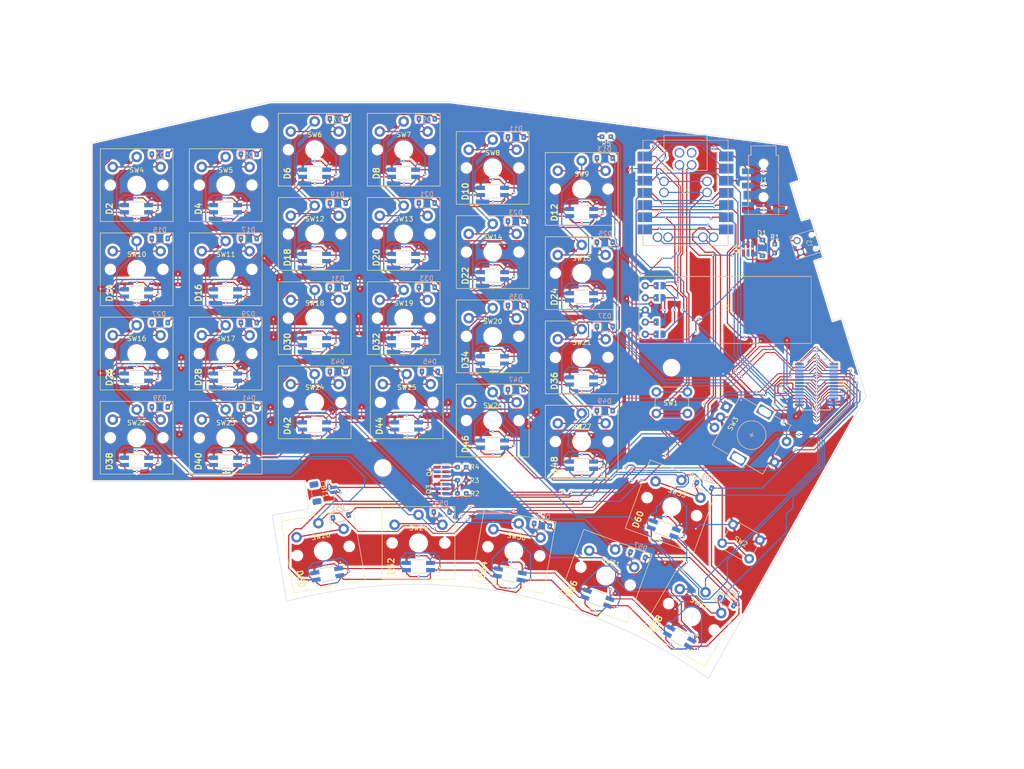
<source format=kicad_pcb>
(kicad_pcb (version 20221018) (generator pcbnew)
  (layers (0 "F.Cu" signal) (31 "B.Cu" signal) (34 "B.Paste" user) (35 "F.Paste" user) (36 "B.SilkS" user "B.Silkscreen") (37 "F.SilkS" user "F.Silkscreen") (38 "B.Mask" user) (39 "F.Mask" user) (44 "Edge.Cuts" user))
  (net 0 "")
  (net 1 "Net-(BT1--)")
  (net 2 "/Key_Matrix/LED_PWR")
  (net 3 "Net-(D3-K)")
  (net 4 "/~{ROW0}")
  (net 5 "Net-(D5-K)")
  (net 6 "Net-(D7-K)")
  (net 7 "+5V")
  (net 8 "GND")
  (net 9 "/Key_Matrix/Key_Switch/DOUT")
  (net 10 "+BATT")
  (net 11 "/Key_Matrix/Key_Switch1/DOUT")
  (net 12 "/Key_Matrix/Key_Switch2/DOUT")
  (net 13 "/Key_Matrix/Key_Switch3/DOUT")
  (net 14 "/Key_Matrix/DOUT0")
  (net 15 "VDD")
  (net 16 "/Key_Matrix/Key_Switch10/DIN")
  (net 17 "/Key_Matrix/Key_Switch10/DOUT")
  (net 18 "/Key_Matrix/DOUT1")
  (net 19 "/Key_Matrix/Key_Switch13/DOUT")
  (net 20 "/Key_Matrix/DOUT2")
  (net 21 "Net-(D9-K)")
  (net 22 "/Key_Matrix/Key_Switch19/DOUT")
  (net 23 "/Key_Matrix/Key_Switch/DIN")
  (net 24 "/Key_Matrix/DOUT3")
  (net 25 "/Key_Matrix/Key_Switch25/DOUT")
  (net 26 "/Key_Matrix/Key_Switch24/DOUT")
  (net 27 "/Key_Matrix/Key_Switch4/DOUT")
  (net 28 "Net-(D11-K)")
  (net 29 "Net-(D13-K)")
  (net 30 "/Key_Matrix/Key_Switch6/DOUT")
  (net 31 "Net-(D15-K)")
  (net 32 "/~{ROW1}")
  (net 33 "/Key_Matrix/Key_Switch7/DOUT")
  (net 36 "/LED_DATA")
  (net 37 "+3V3")
  (net 38 "Net-(D17-K)")
  (net 39 "/Key_Matrix/Key_Switch8/DOUT")
  (net 40 "/LED_EN")
  (net 41 "Net-(D19-K)")
  (net 42 "Net-(D21-K)")
  (net 43 "Net-(D23-K)")
  (net 44 "Net-(D25-K)")
  (net 45 "/RST_GND")
  (net 46 "/Key_Matrix/Key_Switch12/DOUT")
  (net 47 "Net-(D27-K)")
  (net 48 "/SI")
  (net 49 "/SO")
  (net 50 "/SCK")
  (net 51 "/~{ROW2}")
  (net 52 "Net-(D29-K)")
  (net 53 "/SCR_SEL")
  (net 54 "/Key_Matrix/Key_Switch14/DOUT")
  (net 55 "Net-(D31-K)")
  (net 56 "/Key_Matrix/Key_Switch15/DOUT")
  (net 57 "/Display/CS_RAW")
  (net 58 "Net-(D33-K)")
  (net 59 "/Display/GND_RAW")
  (net 60 "/Key_Matrix/Key_Switch16/DOUT")
  (net 61 "/Display/DIN_RAW")
  (net 62 "/Display/CLK_RAW")
  (net 63 "Net-(D35-K)")
  (net 64 "Net-(D37-K)")
  (net 65 "/Key_Matrix/Key_Switch18/DOUT")
  (net 66 "Net-(D39-K)")
  (net 67 "/~{ROW3}")
  (net 68 "Net-(D41-K)")
  (net 69 "/Key_Matrix/Key_Switch20/DOUT")
  (net 70 "Net-(D43-K)")
  (net 71 "/Key_Matrix/Key_Switch21/DOUT")
  (net 72 "Net-(D45-K)")
  (net 73 "/Key_Matrix/Key_Switch22/DOUT")
  (net 74 "Net-(D47-K)")
  (net 75 "Net-(D49-K)")
  (net 76 "Net-(D51-K)")
  (net 77 "/~{ROW4}")
  (net 78 "Net-(D53-K)")
  (net 79 "/Key_Matrix/Key_Switch26/DOUT")
  (net 80 "Net-(D55-K)")
  (net 81 "/Key_Matrix/Key_Switch27/DOUT")
  (net 82 "Net-(D57-K)")
  (net 83 "/Key_Matrix/Key_Switch28/DOUT")
  (net 84 "Net-(D59-K)")
  (net 85 "/Key_Matrix/Key_Switch29/DOUT")
  (net 86 "Net-(D61-K)")
  (net 87 "/~{ON_OFF}")
  (net 88 "/~{RST}")
  (net 89 "/~{ROT_A}")
  (net 90 "/~{ROT_B}")
  (net 91 "/~{ROT_SW}")
  (net 92 "/~{COL0}")
  (net 93 "/~{COL1}")
  (net 94 "/~{COL2}")
  (net 95 "/~{COL3}")
  (net 96 "/~{COL4}")
  (net 97 "/~{COL5}")
  (net 98 "/~{IO_SEL}")
  (net 99 "unconnected-(U1-D6-Pad7)")
  (net 100 "unconnected-(U1-D7-Pad8)")
  (net 101 "unconnected-(U2-GPB7-Pad8)")
  (net 102 "unconnected-(U2-GPB6-Pad7)")
  (net 103 "unconnected-(U2-GPA7-Pad28)")
  (net 104 "unconnected-(J1-PadR1)")
  (net 105 "unconnected-(J1-PadR2)")
  (net 106 "Net-(Q3-D)")
  (net 107 "Net-(Q3-G)")
  (net 108 "/~{INT_B}")
  (net 109 "/~{INT_A}")
  (footprint "Keyswitch_Custom:SW_Kailh_Choc_V1_1.00u_Double" (layer "F.Cu") (at 69.2 62)
    (fp_text reference "SW10")
    (fp_text value "SW_Push")
  )
  (footprint "SOT_Custom:SOT-23_Double" (layer "F.Cu") (at 196.965527 57.68727 90)
    (fp_text reference "Q1")
    (fp_text value "AO3401A")
  )
  (footprint "Keyswitch_Custom:SW_Kailh_Choc_V1_1.00u_Double" (layer "F.Cu") (at 143.6 58.4)
    (fp_text reference "SW14")
    (fp_text value "SW_Push")
  )
  (footprint "SK6812MINI-E:SK6812MINI-E_Double" (layer "F.Cu") (at 128.100252 124.10728 180)
    (fp_text reference "D52")
    (fp_text value "SK6812MINI-E" hide)
    (fp_rect (start -1.6 -1.4) (end 1.6 1.4) (stroke (width 0.05)) (fill none) (layer "Edge.Cuts"))
  )
  (footprint "Jumper_Custom:Double_Sided_Jumper" (layer "F.Cu") (at 178.481995 65.407277)
    (fp_text reference "JP1" hide)
    (fp_text value "SolderJumper_3_Open")
  )
  (footprint "SK6812MINI-E:SK6812MINI-E_Double" (layer "F.Cu") (at 87.8 84.53 180)
    (fp_text reference "D28")
    (fp_text value "SK6812MINI-E" hide)
    (fp_rect (start -1.6 -1.4) (end 1.6 1.4) (stroke (width 0.05)) (fill none) (layer "Edge.Cuts"))
  )
  (footprint "Keyswitch_Custom:SW_Kailh_Choc_V1_1.00u_Double" (layer "F.Cu") (at 128.100252 119.17728)
    (fp_text reference "SW29")
    (fp_text value "SW_Push")
  )
  (footprint "SK6812MINI-E:SK6812MINI-E_Double" (layer "F.Cu") (at 106.4 59.53 180)
    (fp_text reference "D18")
    (fp_text value "SK6812MINI-E" hide)
    (fp_rect (start -1.6 -1.4) (end 1.6 1.4) (stroke (width 0.05)) (fill none) (layer "Edge.Cuts"))
  )
  (footprint "Keyswitch_Custom:SW_Kailh_Choc_V1_1.00u_Double" (layer "F.Cu") (at 162.2 80.4)
    (fp_text reference "SW21")
    (fp_text value "SW_Push")
  )
  (footprint "SK6812MINI-E:SK6812MINI-E_Double" (layer "F.Cu") (at 87.8 102.13 180)
    (fp_text reference "D40")
    (fp_text value "SK6812MINI-E" hide)
    (fp_rect (start -1.6 -1.4) (end 1.6 1.4) (stroke (width 0.05)) (fill none) (layer "Edge.Cuts"))
  )
  (footprint "SK6812MINI-E:SK6812MINI-E_Double" (layer "F.Cu") (at 162.2 102.93 180)
    (fp_text reference "D48")
    (fp_text value "SK6812MINI-E" hide)
    (fp_rect (start -1.6 -1.4) (end 1.6 1.4) (stroke (width 0.05)) (fill none) (layer "Edge.Cuts"))
  )
  (footprint "JST_Custom:JST_SH_SM02B-SRSS-TB_1x02-1MP_P1.00mm_Horizontal_Double" (layer "F.Cu") (at 108.419319 108.42277 -80)
    (fp_text reference "BT1")
    (fp_text value "Battery_Cell")
  )
  (footprint "SK6812MINI-E:SK6812MINI-E_Double" (layer "F.Cu") (at 162.2 50.13 180)
    (fp_text reference "D12")
    (fp_text value "SK6812MINI-E" hide)
    (fp_rect (start -1.6 -1.4) (end 1.6 1.4) (stroke (width 0.05)) (fill none) (layer "Edge.Cuts"))
  )
  (footprint "Display_Custom:NICE_VIEW" (layer "F.Cu") (at 192.181995 70.487277)
    (fp_text reference "U3")
    (fp_text value "NICE_VIEW")
  )
  (footprint "Jumper_Custom:Double_Sided_Jumper" (layer "F.Cu") (at 178.481995 67.947277)
    (fp_text reference "JP2" hide)
    (fp_text value "SolderJumper_3_Open")
  )
  (footprint "Jumper_Custom:Double_Sided_Jumper" (layer "F.Cu") (at 178.481995 73.027277)
    (fp_text reference "JP3" hide)
    (fp_text value "SolderJumper_3_Open")
  )
  (footprint "Resistor_Custom:R_0603_1608Metric_Pad0.98x0.95mm_HandSolder_Double" (layer "F.Cu") (at 137.16 108.83398 180)
    (fp_text reference "R2")
    (fp_text value "560R")
  )
  (footprint "Keyswitch_Custom:SW_Kailh_Choc_V1_1.00u_Double" (layer "F.Cu") (at 162.2 98)
    (fp_text reference "SW27")
    (fp_text value "SW_Push")
  )
  (footprint "SK6812MINI-E:SK6812MINI-E_Double" (layer "F.Cu") (at 125 59.53 180)
    (fp_text reference "D20")
    (fp_text value "SK6812MINI-E" hide)
    (fp_rect (start -1.6 -1.4) (end 1.6 1.4) (stroke (width 0.05)) (fill none) (layer "Edge.Cuts"))
  )
  (footprint "SK6812MINI-E:SK6812MINI-E_Double" (layer "F.Cu") (at 69.2 49.33 180)
    (fp_text reference "D2")
    (fp_text value "SK6812MINI-E" hide)
    (fp_rect (start -1.6 -1.4) (end 1.6 1.4) (stroke (width 0.05)) (fill none) (layer "Edge.Cuts"))
  )
  (footprint "Audio_Custom:Jack_3.5mm_KoreanHropartsElec_PJ-320D-4A_Horizontal_Double" (layer "F.Cu") (at 200.204 44.6536 -90)
    (fp_text reference "J1")
    (fp_text value "AudioJack4")
  )
  (footprint "Keyswitch_Custom:SW_Kailh_Choc_V1_1.00u_Double" (layer "F.Cu") (at 108.203817 120.851322 10)
    (fp_text reference "SW28")
    (fp_text value "SW_Push")
  )
  (footprint "SK6812MINI-E:SK6812MINI-E_Double" (layer "F.Cu") (at 143.6 98.53 180)
    (fp_text reference "D46")
    (fp_text value "SK6812MINI-E" hide)
    (fp_rect (start -1.6 -1.4) (end 1.6 1.4) (stroke (width 0.05)) (fill none) (layer "Edge.Cuts"))
  )
  (footprint "Keyswitch_Custom:SW_Kailh_Choc_V1_1.00u_Double" (layer "F.Cu") (at 125 72.2)
    (fp_text reference "SW19")
    (fp_text value "SW_Push")
  )
  (footprint "SK6812MINI-E:SK6812MINI-E_Double" (layer "F.Cu") (at 182.669737 138.873484 150)
    (fp_text reference "D58")
    (fp_text value "SK6812MINI-E" hide)
    (fp_rect (start -1.6 -1.4) (end 1.6 1.4) (stroke (width 0.05)) (fill none) (layer "Edge.Cuts"))
  )
  (footprint "MountingHole:MountingHole_3.2mm_M3" (layer "F.Cu") (at 201.295 82.55)
    (fp_text reference "H4" hide)
    (fp_text value "MountingHole")
  )
  (footprint "Keyswitch_Custom:SW_Kailh_Choc_V1_1.00u_Double" (layer "F.Cu") (at 162.2 62.8)
    (fp_text reference "SW15")
    (fp_text value "SW_Push")
  )
  (footprint "XIAO:XIAO-nRF52840_Double" (layer "F.Cu") (at 183.905 46.03128)
    (fp_text reference "U1")
    (fp_text value "XIAO_nRF52840")
  )
  (footprint "Keyswitch_Custom:SW_Kailh_Choc_V1_1.00u_Double" (layer "F.Cu") (at 143.6 76)
    (fp_text reference "SW20")
    (fp_text value "SW_Push")
  )
  (footprint "SK6812MINI-E:SK6812MINI-E_Double" (layer "F.Cu") (at 87.8 66.93 180)
    (fp_text reference "D16")
    (fp_text value "SK6812MINI-E" hide)
    (fp_rect (start -1.6 -1.4) (end 1.6 1.4) (stroke (width 0.05)) (fill none) (layer "Edge.Cuts"))
  )
  (footprint "Keyswitch_Custom:SW_Kailh_Choc_V1_1.00u_Double" (layer "F.Cu") (at 106.4 72.2)
    (fp_text reference "SW18")
    (fp_text value "SW_Push")
  )
  (footprint "SK6812MINI-E:SK6812MINI-E_Double" (layer "F.Cu") (at 69.2 102.13 180)
    (fp_text reference "D38")
    (fp_text value "SK6812MINI-E" hide)
    (fp_rect (start -1.6 -1.4) (end 1.6 1.4) (stroke (width 0.05)) (fill none) (layer "Edge.Cuts"))
  )
  (footprint "SK6812MINI-E:SK6812MINI-E_Double" (layer "F.Cu") (at 162.2 85.33 180)
    (fp_text reference "D36")
    (fp_text value "SK6812MINI-E" hide)
    (fp_rect (start -1.6 -1.4) (end 1.6 1.4) (stroke (width 0.05)) (fill none) (layer "Edge.Cuts"))
  )
  (footprint "SK6812MINI-E:SK6812MINI-E_Double" (layer "F.Cu") (at 147.166742 125.782106 170)
    (fp_text reference "D54")
    (fp_text value "SK6812MINI-E" hide)
    (fp_rect (start -1.6 -1.4) (end 1.6 1.4) (stroke (width 0.05)) (fill none) (layer "Edge.Cuts"))
  )
  (footprint "Keyswitch_Custom:SW_Kailh_Choc_V1_1.00u_Double" (layer "F.Cu") (at 125.635 89.8)
    (fp_text reference "SW25")
    (fp_text value "SW_Push")
  )
  (footprint "SK6812MINI-E:SK6812MINI-E_Double" (layer "F.Cu") (at 125 77.13 180)
    (fp_text reference "D32")
    (fp_text value "SK6812MINI-E" hide)
    (fp_rect (start -1.6 -1.4) (end 1.6 1.4) (stroke (width 0.05)) (fill none) (layer "Edge.Cuts"))
  )
  (footprint "Encoder_Custom:RotaryEncoder_Alps_EC11E-Switch_Vertical_H20mm_Double" (layer "F.Cu") (at 192.454046 90.729421 -30)
    (fp_text reference "SW3")
    (fp_text value "RotaryEncoder_Switch")
  )
  (footprint "SK6812MINI-E:SK6812MINI-E_Double" (layer "F.Cu") (at 179.348425 116.221212 160)
    (fp_text reference "D60")
    (fp_text value "SK6812MINI-E" hide)
    (fp_rect (start -1.6 -1.4) (end 1.6 1.4) (stroke (width 0.05)) (fill none) (layer "Edge.Cuts"))
  )
  (footprint "MountingHole:MountingHole_3.2mm_M3" (layer "F.Cu") (at 120.65 103.505)
    (fp_text reference "H2" hide)
    (fp_text value "MountingHole")
  )
  (footprint "Keyswitch_Custom:SW_Kailh_Choc_V1_1.00u_Double" (layer "F.Cu") (at 87.8 44.4)
    (fp_text reference "SW5")
    (fp_text value "SW_Push")
  )
  (footprint "Keyswitch_Custom:SW_Kailh_Choc_V1_1.00u_Double" (layer "F.Cu") (at 185.134736 134.603979 -30)
    (fp_text reference "SW32")
    (fp_text value "SW_Push")
  )
  (footprint "Resistor_Custom:R_0603_1608Metric_Pad0.98x0.95mm_HandSolder_Double" (layer "F.Cu") (at 137.16 103.341935 180)
    (fp_text reference "R4")
    (fp_text value "10k")
  )
  (footprint "Resistor_Custom:R_0603_1608Metric_Pad0.98x0.95mm_HandSolder_Double" (layer "F.Cu") (at 137.16 106.087957)
    (fp_text reference "R3")
    (fp_text value "10k")
  )
  (footprint "Keyswitch_Custom:SW_Kailh_Choc_V1_1.00u_Double" (layer "F.Cu") (at 162.2 45.2)
    (fp_text reference "SW9")
    (fp_text value "SW_Push")
  )
  (footprint "SK6812MINI-E:SK6812MINI-E_Double" (layer "F.Cu") (at 106.4 77.13 180)
    (fp_text reference "D30")
    (fp_text value "SK6812MINI-E" hide)
    (fp_rect (start -1.6 -1.4) (end 1.6 1.4) (stroke (width 0.05)) (fill none) (layer "Edge.Cuts"))
  )
  (footprint "SK6812MINI-E:SK6812MINI-E_Double" (layer "F.Cu") (at 125.635 94.73 180)
    (fp_text reference "D44")
    (fp_text value "SK6812MINI-E" hide)
    (fp_rect (start -1.6 -1.4) (end 1.6 1.4) (stroke (width 0.05)) (fill none) (layer "Edge.Cuts"))
  )
  (footprint "Resistor_Custom:R_0603_1608Metric_Pad0.98x0.95mm_HandSolder_Double" (layer "F.Cu") (at 167.3625 34.29 180)
    (fp_text reference "R5")
    (fp_text value "560R")
  )
  (footprint "Keyswitch_Custom:SW_Kailh_Choc_V1_1.00u_Double" (layer "F.Cu") (at 87.8 62)
    (fp_text reference "SW11")
    (fp_text value "SW_Push")
  )
  (footprint "Jumper_Custom:Double_Sided_Jumper" (layer "F.Cu") (at 178.481995 75.567277)
    (fp_text reference "JP4" hide)
    (fp_text value "SolderJumper_3_Open")
  )
  (footprint "SK6812MINI-E:SK6812MINI-E_Double" (layer "F.Cu") (at 87.8 49.33 180)
    (fp_text reference "D4")
    (fp_text value "SK6812MINI-E" hide)
    (fp_rect (start -1.6 -1.4) (end 1.6 1.4) (stroke (width 0.05)) (fill none) (layer "Edge.Cuts"))
  )
  (footprint "Resistor_Custom:R_0603_1608Metric_Pad0.98x0.95mm_HandSolder_Double" (layer "F.Cu") (at 202.546657 57.648154 90)
    (fp_text reference "R1")
    (fp_text value "10k")
  )
  (footprint "Diode_Custom:D_SOD-123_Double" (layer "F.Cu") (at 199.984693 57.508897 90)
    (fp_text reference "D1")
    (fp_text value "D_Schottky")
  )
  (footprint "Keyswitch_Custom:SW_Kailh_Choc_V1_1.00u_Double" (layer "F.Cu") (at 125 54.6)
    (fp_text reference "SW13")
    (fp_text value "SW_Push")
  )
  (footprint "SK6812MINI-E:SK6812MINI-E_Double" (layer "F.Cu") (at 143.6 80.93 180)
    (fp_text reference "D34")
    (fp_text value "SK6812MINI-E" hide)
    (fp_rect (start -1.6 -1.4) (end 1.6 1.4) (stroke (width 0.05)) (fill none) (layer "Edge.Cuts"))
  )
  (footprint "Keyswitch_Custom:SW_Kailh_Choc_V1_1.00u_Double" (layer "F.Cu") (at 87.8 97.2)
    (fp_text reference "SW23")
    (fp_text value "SW_Push")
  )
  (footprint "SSOP_Custom:SSOP-28_5.3x10.2mm_P0.65mm_Double" (layer "F.Cu") (at 211.299197 86.079931)
    (fp_text reference "U2")
    (fp_text value "MCP23S17_SS")
  )
  (footprint "SK6812MINI-E:SK6812MINI-E_Double" (layer "F.Cu") (at 69.2 84.53 180)
    (fp_text reference "D26")
    (fp_text value "SK6812MINI-E" hide)
    (fp_rect (start -1.6 -1.4) (end 1.6 1.4) (stroke (width 0.05)) (fill none) (layer "Edge.Cuts"))
  )
  (footprint "Keyswitch_Custom:SW_Kailh_Choc_V1_1.00u_Double" (layer "F.Cu") (at 125 37)
    (fp_text reference "SW7")
    (fp_text value "SW_Push")
  )
  (footprint "Keyswitch_Custom:SW_Kailh_Choc_V1_1.00u_Double" (layer "F.Cu") (at 106.4 37)
    (fp_text reference "SW6")
    (fp_text value "SW_Push")
  )
  (footprint "MountingHole:MountingHole_3.2mm_M3" (layer "F.Cu") (at 94.935174 31.698685)
    (fp_text reference "H1" hide)
    (fp_text value "MountingHole")
  )
  (footprint "SK6812MINI-E:SK6812MINI-E_Double" (layer "F.Cu") (at 162.2 67.73 180)
    (fp_text reference "D24")
    (fp_text value "SK6812MINI-E" hide)
    (fp_rect (start -1.6 -1.4) (end 1.6 1.4) (stroke (width 0.05)) (fill none) (layer "Edge.Cuts"))
  )
  (footprint "Keyswitch_Custom:SW_Kailh_Choc_V1_1.00u_Double" (layer "F.Cu") (at 69.2 79.6)
    (fp_text reference "SW16")
    (fp_text value "SW_Push")
  )
  (footprint "SK6812MINI-E:SK6812MINI-E_Double" (layer "F.Cu") (at 69.2 66.93 180)
    (fp_text reference "D14")
    (fp_text value "SK6812MINI-E" hide)
    (fp_rect (start -1.6 -1.4) (end 1.6 1.4) (stroke (width 0.05)) (fill none) (layer "Edge.Cuts"))
  )
  (footprint "Keyswitch_Custom:SW_Kailh_Choc_V1_1.00u_Double" (layer "F.Cu") (at 106.4 54.6)
    (fp_text reference "SW12")
    (fp_text value "SW_Push")
  )
  (footprint "Custom_Connector:Pogo2-Right-Angle" (layer "F.Cu") (at 207.569624 57.205813 17)
    (fp_text reference "J2")
    (fp_text value "Conn_01x02_Socket")
    (fp_circle (center 3.25 -1.5) (end 3.6 -1.5) (stroke (width 0.05)) (fill none) (layer "Edge.Cuts"))
    (fp_circle (center 3.25 1.5) (end 3.6 1.5) (stroke (width 0.05)) (fill none) (layer "Edge.Cuts"))
  )
  (footprint "SK6812MINI-E:SK6812MINI-E_Double" (layer "F.Cu") (at 109.059902 125.706424 -170)
    (fp_text reference "D50")
    (fp_text value "SK6812MINI-E" hide)
    (fp_rect (start -1.6 -1.4) (end 1.6 1.4) (stroke (width 0.05)) (fill none) (layer "Edge.Cuts"))
  )
  (footprint "Switch_Custom:SW_PUSH_6mm_Double" (layer "F.Cu") (at 193.819391 115.322782 -30)
    (fp_text reference "SW2")
    (fp_text value "SW_Push")
  )
  (footprint "SOT_Custom:SOT-23_Double" (layer "F.Cu") (at 132.896056 107.86398)
    (fp_text reference "Q3")
    (fp_text value "2N7002")
  )
  (footprint "SK6812MINI-E:SK6812MINI-E_Double" (layer "F.Cu") (at 106.4 41.93 180)
    (fp_text reference "D6")
    (fp_text value "SK6812MINI-E" hide)
    (fp_rect (start -1.6 -1.4) (end 1.6 1.4) (stroke (width 0.05)) (fill none) (layer "Edge.Cuts"))
  )
  (footprint "SK6812MINI-E:SK6812MINI-E_Double" (layer "F.Cu") (at 125 41.93 180)
    (fp_text reference "D8")
    (fp_text value "SK6812MINI-E" hide)
    (fp_rect (start -1.6 -1.4) (end 1.6 1.4) (stroke (width 0.05)) (fill none) (layer "Edge.Cuts"))
  )
  (footprint "SK6812MINI-E:SK6812MINI-E_Double" (layer "F.Cu") (at 143.6 63.33 180)
    (fp_text reference "D22")
    (fp_text value "SK6812MINI-E" hide)
    (fp_rect (start -1.6 -1.4) (end 1.6 1.4) (stroke (width 0.05)) (fill none) (layer "Edge.Cuts"))
  )
  (footprint "SK6812MINI-E:SK6812MINI-E_Double" (layer "F.Cu") (at 143.6 45.73 180)
    (fp_text reference "D10")
    (fp_text value "SK6812MINI-E" hide)
    (fp_rect (start -1.6 -1.4) (end 1.6 1.4) (stroke (width 0.05)) (fill none) (layer "Edge.Cuts"))
  )
  (footprint "Keyswitch_Custom:SW_Kailh_Choc_V1_1.00u_Double" (layer "F.Cu") (at 69.2 44.4)
    (fp_text reference "SW4")
    (fp_text value "SW_Push")
  )
  (footprint "Switch_Custom:SW_PUSH_6mm_Double" (layer "F.Cu") (at 177.8 87.63)
    (fp_text reference "SW1")
    (fp_text value "SW_Push")
  )
  (footprint "Keyswitch_Custom:SW_Kailh_Choc_V1_1.00u_Double" (layer "F.Cu") (at 87.8 79.6)
    (fp_text reference "SW17")
    (fp_text value "SW_Push")
  )
  (footprint "Keyswitch_Custom:SW_Kailh_Choc_V1_1.00u_Double" (layer "F.Cu") (at 106.4 89.8)
    (fp_text reference "SW24")
    (fp_text value "SW_Push")
  )
  (footprint "MountingHole:MountingHole_3.2mm_M3" (layer "F.Cu") (at 180.975 82.55)
    (fp_text reference "H3" hide)
    (fp_text value "MountingHole")
  )
  (footprint "SOT_Custom:SOT-23_Double" (layer "F.Cu") (at 132.896056 104.311935)
    (fp_text reference "Q4")
    (fp_text value "AO3401A")
  )
  (footprint "Keyswitch_Custom:SW_Kailh_Choc_V1_1.00u_Double" (layer "F.Cu") (at 167.187071 126.09123 -20)
    (fp_text reference "SW31")
    (fp_text value "SW_Push")
  )
  (footprint "Keyswitch_Custom:SW_Kailh_Choc_V1_1.00u_Double" (layer "F.Cu") (at 148.022827 120.927004 -10)
    (fp_text reference "SW30")
    (fp_text value "SW_Push")
  )
  (footprint "Keyswitch_Custom:SW_Kailh_Choc_V1_1.00u_Double" (layer "F.Cu") (at 143.6 40.8)
    (fp_text reference "SW8")
    (fp_text value "SW_Push")
  )
  (footprint "SK6812MINI-E:SK6812MINI-E_Double" (layer "F.Cu") (at 106.4 94.73 180)
    (fp_text reference "D42")
    (fp_text value "SK6812MINI-E" hide)
    (fp_rect (start -1.6 -1.4) (end 1.6 1.4) (stroke (width 0.05)) (fill none) (layer "Edge.Cuts"))
  )
  (footprint "SK6812MINI-E:SK6812MINI-E_Double" (layer "F.Cu") (at 165.500912 130.723914 160)
    (fp_text reference "D56")
    (fp_text value "SK6812MINI-E" hide)
    (fp_rect (start -1.6 -1.4) (end 1.6 1.4) (stroke (width 0.05)) (fill none) (layer "Edge.Cuts"))
  )
  (footprint "Keyswitch_Custom:SW_Kailh_Choc_V1_1.00u_Double" (layer "F.Cu") (at 143.6 93.6)
    (fp_text reference "SW26")
    (fp_text value "SW_Push")
  )
  (footprint "Keyswitch_Custom:SW_Kailh_Choc_V1_1.00u_Double" (layer "F.Cu") (at 181.034584 111.588528 -20)
    (fp_text reference "SW33")
    (fp_text value "SW_Push")
  )
  (footprint "Keyswitch_Custom:SW_Kailh_Choc_V1_1.00u_Double" (layer "F.Cu") (at 69.2 97.2)
    (fp_text reference "SW22")
    (fp_text value "SW_Push")
  )
  (footprint "Diode_Custom:D_SOD-123_Double" (layer "B.Cu") (at 192.55516 131.424818 -30)
    (fp_text reference "D59")
    (fp_text value "1N4148")
  )
  (footprint "Diode_Custom:D_SOD-123_Double" (layer "B.Cu") (at 111.236695 30.536553)
    (fp_text reference "D7")
    (fp_text value "1N4148")
  )
  (footprint "Diode_Custom:D_SOD-123_Double" (layer "B.Cu") (at 129.836695 65.736553)
    (fp_text reference "D33")
    (fp_text value "1N4148")
  )
  (footprint "Diode_Custom:D_SOD-123_Double" (layer "B.Cu") (at 74.036695 37.936553)
    (fp_text reference "D3")
    (fp_text value "1N4148")
  )
  (footprint "Diode_Custom:D_SOD-123_Double" (layer "B.Cu") (at 187.790219 107.169122 -20)
    (fp_text reference "D61")
    (fp_text value "1N4148")
  )
  (footprint "Diode_Custom:D_SOD-123_Double" (layer "B.Cu") (at 111.236695 48.136553)
    (fp_text reference "D19")
    (fp_text value "1N4148")
  )
  (footprint "Diode_Custom:D_SOD-123_Double" (layer "B.Cu") (at 148.436695 51.936553)
    (fp_text reference "D23")
    (fp_text value "1N4148")
  )
  (footprint "Diode_Custom:D_SOD-123_Double" (layer "B.Cu") (at 167.036695 56.336553)
    (fp_text reference "D25")
    (fp_text value "1N4148")
  )
  (footprint "Diode_Custom:D_SOD-123_Double" (layer "B.Cu") (at 132.936947 112.713833)
    (fp_text reference "D53")
    (fp_text value "1N4148")
  )
  (footprint "Diode_Custom:D_SOD-123_Double" (layer "B.Cu") (at 92.636695 90.736553)
    (fp_text reference "D41")
    (fp_text value "1N4148")
  )
  (footprint "Diode_Custom:D_SOD-123_Double" (layer "B.Cu") (at 129.836695 48.136553)
    (fp_text reference "D21")
    (fp_text value "1N4148")
  )
  (footprint "Diode_Custom:D_SOD-123_Double" (layer "B.Cu") (at 167.036695 38.736553)
    (fp_text reference "D13")
    (fp_text value "1N4148")
  )
  (footprint "Diode_Custom:D_SOD-123_Double" (layer "B.Cu") (at 153.908407 115.401635 -10)
    (fp_text reference "D55")
    (fp_text value "1N4148")
  )
  (footprint "Diode_Custom:D_SOD-123_Double" (layer "B.Cu") (at 74.036695 73.136553)
    (fp_text reference "D27")
    (fp_text value "1N4148")
  )
  (footprint "Diode_Custom:D_SOD-123_Double" (layer "B.Cu") (at 92.636695 55.536553)
    (fp_text reference "D17")
    (fp_text value "1N4148")
  )
  (footprint "Diode_Custom:D_SOD-123_Double" (layer "B.Cu") (at 148.436695 69.536553)
    (fp_text reference "D35")
    (fp_text value "1N4148")
  )
  (footprint "Diode_Custom:D_SOD-123_Double" (layer "B.Cu") (at 167.036695 91.536553)
    (fp_text reference "D49")
    (fp_text value "1N4148")
  )
  (footprint "Diode_Custom:D_SOD-123_Double" (layer "B.Cu") (at 148.436695 87.136553)
    (fp_text reference "D47")
    (fp_text value "1N4148")
  )
  (footprint "Diode_Custom:D_SOD-123_Double" (layer "B.Cu") (at 130.471695 83.336553)
    (fp_text reference "D45")
    (fp_text value "1N4148")
  )
  (footprint "Diode_Custom:D_SOD-123_Double" (layer "B.Cu") (at 111.844665 113.646187 10)
    (fp_text reference "D51")
    (fp_text value "1N4148")
  )
  (footprint "Diode_Custom:D_SOD-123_Double" (layer "B.Cu") (at 173.942706 121.671824 -20)
    (fp_text reference "D57")
    (fp_text value "1N4148")
  )
  (footprint "Diode_Custom:D_SOD-123_Double" (layer "B.Cu") (at 129.836695 30.536553)
    (fp_text reference "D9")
    (fp_text value "1N4148")
  )
  (footprint "Diode_Custom:D_SOD-123_Double" (layer "B.Cu") (at 111.236695 83.336553)
    (fp_text reference "D43")
    (fp_text value "1N4148")
  )
  (footprint "Diode_Custom:D_SOD-123_Double" (layer "B.Cu") (at 92.636695 37.936553)
    (fp_text reference "D5")
    (fp_text value "1N4148")
  )
  (footprint "Diode_Custom:D_SOD-123_Double" (layer "B.Cu") (at 167.036695 73.936553)
    (fp_text reference "D37")
    (fp_text value "1N4148")
  )
  (footprint "Diode_Custom:D_SOD-123_Double" (layer "B.Cu") (at 74.036695 55.536553)
    (fp_text reference "D15")
    (fp_text value "1N4148")
  )
  (footprint "Diode_Custom:D_SOD-123_Double" (layer "B.Cu") (at 111.236695 65.736553)
    (fp_text reference "D31")
    (fp_text value "1N4148")
  )
  (footprint "Diode_Custom:D_SOD-123_Double" (layer "B.Cu") (at 92.636695 73.136553)
    (fp_text reference "D29")
    (fp_text value "1N4148")
  )
  (footprint "Diode_Custom:D_SOD-123_Double" (layer "B.Cu") (at 148.436695 34.336553)
    (fp_text reference "D11")
    (fp_text value "1N4148")
  )
  (footprint "Diode_Custom:D_SOD-123_Double" (layer "B.Cu") (at 74.036695 90.736553)
    (fp_text reference "D39")
    (fp_text value "1N4148")
  )
  (gr_line (start 216.599931 72.145707) (end 214.673578 72.775476) (stroke (width 0.1)) (layer "Edge.Cuts"))
  (gr_line (start 105.20125 112.008828) (end 104.310447 106.346926) (stroke (width 0.1)) (layer "Edge.Cuts"))
  (gr_line (start 100.520479 131.402089) (end 97.525264 113.374894) (stroke (width 0.1)) (layer "Edge.Cuts"))
  (gr_line (start 212.79909 59.676278) (end 210.872737 60.306047) (stroke (width 0.1)) (layer "Edge.Cuts"))
  (gr_line (start 59.739856 35.56) (end 97.186539 27.003269) (stroke (width 0.1)) (layer "Edge.Cuts"))
  (gr_line (start 221.659841 88.564016) (end 216.599931 72.145707) (stroke (width 0.1)) (layer "Edge.Cuts"))
  (gr_line (start 210.131832 51.0966) (end 208.205479 51.726369) (stroke (width 0.1)) (layer "Edge.Cuts"))
  (gr_line (start 207.827825 43.500115) (end 205.901472 44.129884) (stroke (width 0.1)) (layer "Edge.Cuts"))
  (gr_line (start 134.62 27.003269) (end 205.5 36) (stroke (width 0.1)) (layer "Edge.Cuts"))
  (gr_line (start 188.640796 147.495459) (end 221.659841 88.564016) (stroke (width 0.1)) (layer "Edge.Cuts"))
  (gr_line (start 97.525264 113.374894) (end 105.20125 112.008828) (stroke (width 0.1)) (layer "Edge.Cuts"))
  (gr_line (start 207.827825 43.500115) (end 205.5 36) (stroke (width 0.1)) (layer "Edge.Cuts"))
  (gr_arc (start 100.520479 131.402089) (mid 146.387071 129.557527) (end 188.640796 147.495459) (stroke (width 0.1)) (layer "Edge.Cuts"))
  (gr_line (start 208.205479 51.726369) (end 205.901472 44.129884) (stroke (width 0.1)) (layer "Edge.Cuts"))
  (gr_line (start 212.79909 59.676278) (end 210.131832 51.0966) (stroke (width 0.1)) (layer "Edge.Cuts"))
  (gr_line (start 97.186539 27.003269) (end 134.62 27.003269) (stroke (width 0.1)) (layer "Edge.Cuts"))
  (gr_line (start 59.739856 106.346926) (end 59.739856 35.56) (stroke (width 0.1)) (layer "Edge.Cuts"))
  (gr_line (start 104.310447 106.346926) (end 59.739856 106.346926) (stroke (width 0.1)) (layer "Edge.Cuts"))
  (gr_line (start 214.673578 72.775476) (end 210.872737 60.306047) (stroke (width 0.1)) (layer "Edge.Cuts"))
  (segment (start 110.492881 108.585) (end 110.475759 108.567878) (width 0.25) (layer "F.Cu") (net 1))
  (segment (start 177.343187 35.56) (end 179.705 37.921813) (width 0.25) (layer "F.Cu") (net 1))
  (segment (start 179.705 37.921813) (end 179.705 38.735) (width 0.25) (layer "F.Cu") (net 1))
  (segment (start 174.625 106.045) (end 175.438173 106.045) (width 0.25) (layer "F.Cu") (net 1))
  (segment (start 175.438173 106.045) (end 180.28 101.203173) (width 0.25) (layer "F.Cu") (net 1))
  (segment (start 111.76 108.585) (end 110.492881 108.585) (width 0.25) (layer "F.Cu") (net 1))
  (segment (start 180.28 101.203173) (end 180.28 97.120229) (width 0.25) (layer "F.Cu") (net 1))
  (segment (start 175.10628 35.56) (end 177.343187 35.56) (width 0.25) (layer "F.Cu") (net 1))
  (segment (start 180.28 97.120229) (end 172.72 89.560229) (width 0.25) (layer "F.Cu") (net 1))
  (segment (start 172.72 89.560229) (end 172.72 37.94628) (width 0.25) (layer "F.Cu") (net 1))
  (segment (start 110.475759 108.567878) (end 112.397881 110.49) (width 0.25) (layer "F.Cu") (net 1))
  (segment (start 172.72 37.94628) (end 175.10628 35.56) (width 0.25) (layer "F.Cu") (net 1))
  (segment (start 112.397881 110.49) (end 161.925 110.49) (width 0.25) (layer "F.Cu") (net 1))
  (via (at 174.625 106.045) (size 0.5) (drill 0.3) (layers "F.Cu" "B.Cu") (net 1))
  (via (at 179.705 38.735) (size 0.5) (drill 0.3) (layers "F.Cu" "B.Cu") (net 1))
  (via (at 111.76 108.585) (size 0.5) (drill 0.3) (layers "F.Cu" "B.Cu") (net 1))
  (via (at 161.925 110.49) (size 0.5) (drill 0.3) (layers "F.Cu" "B.Cu") (net 1))
  (segment (start 111.76 108.296546) (end 111.76 108.585) (width 0.25) (layer "B.Cu") (net 1))
  (segment (start 111.046524 107.58307) (end 111.76 108.296546) (width 0.25) (layer "B.Cu") (net 1))
  (segment (start 179.705 38.735) (end 177.86 40.58) (width 0.25) (layer "B.Cu") (net 1))
  (segment (start 161.925 110.49) (end 170.18 110.49) (width 0.25) (layer "B.Cu") (net 1))
  (segment (start 110.30211 107.58307) (end 111.046524 107.58307) (width 0.25) (layer "B.Cu") (net 1))
  (segment (start 178.88628 43.63128) (end 179.405 43.63128) (width 0.25) (layer "B.Cu") (net 1))
  (segment (start 177.86 42.605) (end 178.88628 43.63128) (width 0.25) (layer "B.Cu") (net 1))
  (segment (start 179.405 43.63128) (end 188.405 43.63128) (width 0.25) (layer "B.Cu") (net 1))
  (segment (start 170.18 110.49) (end 174.625 106.045) (width 0.25) (layer "B.Cu") (net 1))
  (segment (start 177.86 40.58) (end 177.86 42.605) (width 0.25) (layer "B.Cu") (net 1))
  (segment (start 168.918595 132.765983) (end 169.623537 132.437263) (width 0.25) (layer "F.Cu") (net 2))
  (segment (start 182.766108 118.263281) (end 183.47105 117.934561) (width 0.25) (layer "F.Cu") (net 2))
  (segment (start 127.5 78.54) (end 127.5 77.88) (width 0.25) (layer "F.Cu") (net 2))
  (segment (start 144.83 83.61) (end 146.1 82.34) (width 0.25) (layer "F.Cu") (net 2))
  (segment (start 71.7 67.68) (end 73.63 69.61) (width 0.25) (layer "F.Cu") (net 2))
  (segment (start 71.7 85.28) (end 73.11 85.28) (width 0.25) (layer "F.Cu") (net 2))
  (segment (start 90.3 86.865) (end 90.3 85.28) (width 0.25) (layer "F.Cu") (net 2))
  (segment (start 73.63 104.81) (end 88.721041 104.81) (width 0.25) (layer "F.Cu") (net 2))
  (segment (start 126.23 79.81) (end 127.5 78.54) (width 0.25) (layer "F.Cu") (net 2))
  (segment (start 110.31 42.68) (end 110.86 42.13) (width 0.25) (layer "F.Cu") (net 2))
  (segment (start 127.5 42.68) (end 128.91 42.68) (width 0.25) (layer "F.Cu") (net 2))
  (segment (start 108.605 62.21) (end 108.9 61.915) (width 0.25) (layer "F.Cu") (net 2))
  (segment (start 167.593628 132.283734) (end 171.860889 132.283734) (width 0.25) (layer "F.Cu") (net 2))
  (segment (start 108.9 44.09) (end 108.9 42.68) (width 0.25) (layer "F.Cu") (net 2))
  (segment (start 148.492742 129.522989) (end 149.498525 128.517206) (width 0.25) (layer "F.Cu") (net 2))
  (segment (start 150.887104 127.199676) (end 151.524254 126.753539) (width 0.25) (layer "F.Cu") (net 2))
  (segment (start 126.23 62.21) (end 127.5 60.94) (width 0.25) (layer "F.Cu") (net 2))
  (segment (start 89.775 69.61) (end 90.3 69.085) (width 0.25) (layer "F.Cu") (net 2))
  (segment (start 164.7 86.08) (end 166.11 86.08) (width 0.25) (layer "F.Cu") (net 2))
  (segment (start 145.265 48.41) (end 146.1 47.575) (width 0.25) (layer "F.Cu") (net 2))
  (segment (start 71.7 85.28) (end 73.63 87.21) (width 0.25) (layer "F.Cu") (net 2))
  (segment (start 110.83 97.41) (end 127.1225 97.41) (width 0.25) (layer "F.Cu") (net 2))
  (segment (start 164.7 103.68) (end 166.11 103.68) (width 0.25) (layer "F.Cu") (net 2))
  (segment (start 110.83 79.81) (end 126.23 79.81) (width 0.25) (layer "F.Cu") (net 2))
  (segment (start 129.95 77.88) (end 135.68 83.61) (width 0.25) (layer "F.Cu") (net 2))
  (segment (start 180.919157 141.342002) (end 183.890802 141.342002) (width 0.25) (layer "F.Cu") (net 2))
  (segment (start 162.184771 133.282098) (end 162.419286 133.361865) (width 0.25) (layer "F.Cu") (net 2))
  (segment (start 127.5 42.68) (end 133.23 48.41) (width 0.25) (layer "F.Cu") (net 2))
  (segment (start 145.17 101.21) (end 146.1 100.28) (width 0.25) (layer "F.Cu") (net 2))
  (segment (start 111.652158 126.010909) (end 112.428529 126.78728) (width 0.25) (layer "F.Cu") (net 2))
  (segment (start 146.4648 129.132023) (end 148.492742 129.522989) (width 0.25) (layer "F.Cu") (net 2))
  (segment (start 71.7 102.88) (end 73.11 102.88) (width 0.25) (layer "F.Cu") (net 2))
  (segment (start 127.5 60.28) (end 128.91 60.28) (width 0.25) (layer "F.Cu") (net 2))
  (segment (start 146.1 64.08) (end 152.43 70.41) (width 0.25) (layer "F.Cu") (net 2))
  (segment (start 128.91 42.68) (end 129.46 42.13) (width 0.25) (layer "F.Cu") (net 2))
  (segment (start 163.63 105.61) (end 164.7 104.54) (width 0.25) (layer "F.Cu") (net 2))
  (segment (start 90.3 50.74) (end 90.3 50.08) (width 0.25) (layer "F.Cu") (net 2))
  (segment (start 146.1 64.08) (end 147.51 64.08) (width 0.25) (layer "F.Cu") (net 2))
  (segment (start 73.63 87.21) (end 89.955 87.21) (width 0.25) (layer "F.Cu") (net 2))
  (segment (start 127.5 77.88) (end 129.95 77.88) (width 0.25) (layer "F.Cu") (net 2))
  (segment (start 108.9 78.54) (end 108.9 77.88) (width 0.25) (layer "F.Cu") (net 2))
  (segment (start 129.545 95.48) (end 130.095 94.93) (width 0.25) (layer "F.Cu") (net 2))
  (segment (start 90.3 85.28) (end 91.71 85.28) (width 0.25) (layer "F.Cu") (net 2))
  (segment (start 102.16 102.88) (end 108.9 96.14) (width 0.25) (layer "F.Cu") (net 2))
  (segment (start 90.3 102.88) (end 102.16 102.88) (width 0.25) (layer "F.Cu") (net 2))
  (segment (start 130.600252 124.85728) (end 140.505863 124.85728) (width 0.25) (layer "F.Cu") (net 2))
  (segment (start 128.91 77.88) (end 129.46 77.33) (width 0.25) (layer "F.Cu") (net 2))
  (segment (start 127.5 60.28) (end 133.23 66.01) (width 0.25) (layer "F.Cu") (net 2))
  (segment (start 128.135 95.48) (end 129.545 95.48) (width 0.25) (layer "F.Cu") (net 2))
  (segment (start 90.3 50.08) (end 98.51 50.08) (width 0.25) (layer "F.Cu") (net 2))
  (segment (start 73.63 52.01) (end 89.03 52.01) (width 0.25) (layer "F.Cu") (net 2))
  (segment (start 132.010252 124.85728) (end 132.560252 124.30728) (width 0.25) (layer "F.Cu") (net 2))
  (segment (start 163.725 52.81) (end 164.7 51.835) (width 0.25) (layer "F.Cu") (net 2))
  (segment (start 110.83 44.61) (end 126.23 44.61) (width 0.25) (layer "F.Cu") (net 2))
  (segment (start 128.135 95.48) (end 128.135 100.94763) (width 0.25) (layer "F.Cu") (net 2))
  (segment (start 108.9 77.88) (end 110.31 77.88) (width 0.25) (layer "F.Cu") (net 2))
  (segment (start 108.9 95.48) (end 110.83 97.41) (width 0.25) (layer "F.Cu") (net 2))
  (segment (start 164.7 51.835) (end 164.7 50.88) (width 0.25) (layer "F.Cu") (net 2))
  (segment (start 90.3 102.88) (end 91.71 102.88) (width 0.25) (layer "F.Cu") (net 2))
  (segment (start 195.054788 131.394679) (end 195.054788 134.0709) (width 0.25) (layer "F.Cu") (net 2))
  (segment (start 133.23 101.21) (end 145.17 101.21) (width 0.25) (layer "F.Cu") (net 2))
  (segment (start 164.361121 134.065173) (end 165.409162 134.4682) (width 0.25) (layer "F.Cu") (net 2))
  (segment (start 90.3 67.68) (end 92.975 67.68) (width 0.25) (layer "F.Cu") (net 2))
  (segment (start 130.38772 126.78728) (end 130.600252 126.574748) (width 0.25) (layer "F.Cu") (net 2))
  (segment (start 107.905 45.085) (end 108.9 44.09) (width 0.25) (layer "F.Cu") (net 2))
  (segment (start 130.600252 124.85728) (end 132.010252 124.85728) (width 0.25) (layer "F.Cu") (net 2))
  (segment (start 152.43 88.01) (end 164.085 88.01) (width 0.25) (layer "F.Cu") (net 2))
  (segment (start 108.9 42.68) (end 110.83 44.61) (width 0.25) (layer "F.Cu") (net 2))
  (segment (start 147.51 99.28) (end 148.06 98.73) (width 0.25) (layer "F.Cu") (net 2))
  (segment (start 163.905 70.41) (end 164.7 69.615) (width 0.25) (layer "F.Cu") (net 2))
  (segment (start 146.1 46.48) (end 147.51 46.48) (width 0.25) (layer "F.Cu") (net 2))
  (segment (start 98.445 62.21) (end 108.605 62.21) (width 0.25) (layer "F.Cu") (net 2))
  (segment (start 98.425 80.01) (end 107.43 80.01) (width 0.25) (layer "F.Cu") (net 2))
  (segment (start 147.51 46.48) (end 148.06 45.93) (width 0.25) (layer "F.Cu") (net 2))
  (segment (start 146.1 46.48) (end 152.43 52.81) (width 0.25) (layer "F.Cu") (net 2))
  (segment (start 108.9 61.915) (end 108.9 60.28) (width 0.25) (layer "F.Cu") (net 2))
  (segment (start 128.91 60.28) (end 129.46 59.73) (width 0.25) (layer "F.Cu") (net 2))
  (segment (start 188.352685 140.773003) (end 184.459801 140.773003) (width 0.25) (layer "F.Cu") (net 2))
  (segment (start 89.955 87.21) (end 90.3 86.865) (width 0.25) (layer "F.Cu") (net 2))
  (segment (start 103.505 45.085) (end 107.905 45.085) (width 0.25) (layer "F.Cu") (net 2))
  (segment (start 146.1 81.68) (end 147.51 81.68) (width 0.25) (layer "F.Cu") (net 2))
  (segment (start 126.23 44.61) (end 127.5 43.34) (width 0.25) (layer "F.Cu") (net 2))
  (segment (start 162.419286 133.361865) (end 164.361121 134.065173) (width 0.25) (layer "F.Cu") (net 2))
  (segment (start 108.9 42.68) (end 110.31 42.68) (width 0.25) (layer "F.Cu") (net 2))
  (segment (start 90.3 69.085) (end 90.3 67.68) (width 0.25) (layer "F.Cu") (net 2))
  (segment (start 185.680895 141.478003) (end 186.432209 141.276689) (width 0.25) (layer "F.Cu") (net 2))
  (segment (start 195.054788 134.0709) (end 188.352685 140.773003) (width 0.25) (layer "F.Cu") (net 2))
  (segment (start 110.31 77.88) (end 110.86 77.33) (width 0.25) (layer "F.Cu") (net 2))
  (segment (start 146.1 47.575) (end 146.1 46.48) (width 0.25) (layer "F.Cu") (net 2))
  (segment (start 71.7 67.68) (end 73.11 67.68) (width 0.25) (layer "F.Cu") (net 2))
  (segment (start 93.155 85.28) (end 98.425 80.01) (width 0.25) (layer "F.Cu") (net 2))
  (segment (start 107.43 80.01) (end 108.9 78.54) (width 0.25) (layer "F.Cu") (net 2))
  (segment (start 110.83 62.21) (end 126.23 62.21) (width 0.25) (layer "F.Cu") (net 2))
  (segment (start 164.7 87.395) (end 164.7 86.08) (width 0.25) (layer "F.Cu") (net 2))
  (segment (start 146.1 99.28) (end 152.43 105.61) (width 0.25) (layer "F.Cu") (net 2))
  (segment (start 133.23 66.01) (end 145.445 66.01) (width 0.25) (layer "F.Cu") (net 2))
  (segment (start 108.9 60.28) (end 110.83 62.21) (width 0.25) (layer "F.Cu") (net 2))
  (segment (start 91.71 50.08) (end 92.26 49.53) (width 0.25) (layer "F.Cu") (net 2))
  (segment (start 89.03 52.01) (end 90.3 50.74) (width 0.25) (layer "F.Cu") (net 2))
  (segment (start 73.11 102.88) (end 73.66 102.33) (width 0.25) (layer "F.Cu") (net 2))
  (segment (start 128.135 100.94763) (end 131.514606 104.327236) (width 0.25) (layer "F.Cu") (net 2))
  (segment (start 113.040737 125.766066) (end 113.486875 125.128915) (width 0.25) (layer "F.Cu") (net 2))
  (segment (start 90.3 50.08) (end 91.71 50.08) (width 0.25) (layer "F.Cu") (net 2))
  (segment (start 90.3 85.28) (end 93.155 85.28) (width 0.25) (layer "F.Cu") (net 2))
  (segment (start 108.9 60.28) (end 110.31 60.28) (width 0.25) (layer "F.Cu") (net 2))
  (segment (start 111.652158 126.01091) (end 113.040737 125.766066) (width 0.25) (layer "F.Cu") (net 2))
  (segment (start 108.9 95.48) (end 110.31 95.48) (width 0.25) (layer "F.Cu") (net 2))
  (segment (start 91.71 67.68) (end 92.26 67.13) (width 0.25) (layer "F.Cu") (net 2))
  (segment (start 91.71 85.28) (end 92.26 84.73) (width 0.25) (layer "F.Cu") (net 2))
  (segment (start 127.5 77.88) (end 128.91 77.88) (width 0.25) (layer "F.Cu") (net 2))
  (segment (start 108.9 96.14) (end 108.9 95.48) (width 0.25) (layer "F.Cu") (net 2))
  (segment (start 152.43 52.81) (end 163.725 52.81) (width 0.25) (layer "F.Cu") (net 2))
  (segment (start 92.975 67.68) (end 98.445 62.21) (width 0.25) (layer "F.Cu") (net 2))
  (segment (start 146.1 100.28) (end 146.1 99.28) (width 0.25) (layer "F.Cu") (net 2))
  (segment (start 91.71 102.88) (end 92.26 102.33) (width 0.25) (layer "F.Cu") (net 2))
  (segment (start 110.31 60.28) (end 110.86 59.73) (width 0.25) (layer "F.Cu") (net 2))
  (segment (start 149.498525 126.954832) (end 155.857505 126.954832) (width 0.25) (layer "F.Cu") (net 2))
  (segment (start 71.7 50.08) (end 73.63 52.01) (width 0.25) (layer "F.Cu") (net 2))
  (segment (start 112.428529 126.78728) (end 130.38772 126.78728) (width 0.25) (layer "F.Cu") (net 2))
  (segment (start 165.409162 134.4682) (end 167.593628 132.283734) (width 0.25) (layer "F.Cu") (net 2))
  (segment (start 164.085 88.01) (end 164.7 87.395) (width 0.25) (layer "F.Cu") (net 2))
  (segment (start 166.11 68.48) (end 166.66 67.93) (width 0.25) (layer "F.Cu") (net 2))
  (segment (start 73.63 69.61) (end 89.775 69.61) (width 0.25) (layer "F.Cu") (net 2))
  (segment (start 135.68 83.61) (end 144.83 83.61) (width 0.25) (layer "F.Cu") (net 2))
  (segment (start 146.1 65.355) (end 146.1 64.08) (width 0.25) (layer "F.Cu") (net 2))
  (segment (start 133.23 48.41) (end 145.265 48.41) (width 0.25) (layer "F.Cu") (net 2))
  (segment (start 164.7 50.88) (end 166.11 50.88) (width 0.25) (layer "F.Cu") (net 2))
  (segment (start 149.498525 126.954832) (end 150.887104 127.199676) (width 0.25) (layer "F.Cu") (net 2))
  (segment (start 146.1 82.34) (end 146.1 81.68) (width 0.25) (layer "F.Cu") (net 2))
  (segment (start 149.498525 128.517206) (end 149.498525 126.954832) (width 0.25) (layer "F.Cu") (net 2))
  (segment (start 181.441141 117.781032) (end 182.766108 118.263281) (width 0.25) (layer "F.Cu") (net 2))
  (segment (start 88.721041 104.81) (end 90.3 103.231041) (width 0.25) (layer "F.Cu") (net 2))
  (segment (start 152.43 70.41) (end 163.905 70.41) (width 0.25) (layer "F.Cu") (net 2))
  (segment (start 98.51 50.08) (end 103.505 45.085) (width 0.25) (layer "F.Cu") (net 2))
  (segment (start 164.7 69.615) (end 164.7 68.48) (width 0.25) (layer "F.Cu") (net 2))
  (segment (start 164.7 104.54) (end 164.7 103.68) (width 0.25) (layer "F.Cu") (net 2))
  (segment (start 127.5 60.94) (end 127.5 60.28) (width 0.25) (layer "F.Cu") (net 2))
  (segment (start 110.31 95.48) (end 110.86 94.93) (width 0.25) (layer "F.Cu") (net 2))
  (segment (start 166.11 103.68) (end 166.66 103.13) (width 0.25) (layer "F.Cu") (net 2))
  (segment (start 145.445 66.01) (end 146.1 65.355) (width 0.25) (layer "F.Cu") (net 2))
  (segment (start 73.11 50.08) (end 73.66 49.53) (width 0.25) (layer "F.Cu") (net 2))
  (segment (start 71.7 102.88) (end 73.63 104.81) (width 0.25) (layer "F.Cu") (net 2))
  (segment (start 73.11 85.28) (end 73.66 84.73) (width 0.25) (layer "F.Cu") (net 2))
  (segment (start 171.860889 132.283734) (end 180.919157 141.342002) (width 0.25) (layer "F.Cu") (net 2))
  (segment (start 140.505863 124.85728) (end 144.429507 128.780924) (width 0.25) (layer "F.Cu") (net 2))
  (segment (start 152.43 105.61) (end 163.63 105.61) (width 0.25) (layer "F.Cu") (net 2))
  (segment (start 128.135 95.48) (end 128.135 96.115) (width 0.25) (layer "F.Cu") (net 2))
  (segment (start 183.890802 141.342002) (end 184.459801 140.773003) (width 0.25) (layer "F.Cu") (net 2))
  (segment (start 166.11 50.88) (end 166.66 50.33) (width 0.25) (layer "F.Cu") (net 2))
  (segment (start 181.441141 117.781032) (end 195.054788 131.394679) (width 0.25) (layer "F.Cu") (net 2))
  (segment (start 128.135 96.115) (end 133.23 101.21) (width 0.25) (layer "F.Cu") (net 2))
  (segment (start 130.600252 126.574748) (end 130.600252 124.85728) (width 0.25) (layer "F.Cu") (net 2))
  (segment (start 90.3 67.68) (end 91.71 67.68) (width 0.25) (layer "F.Cu") (net 2))
  (segment (start 167.593628 132.283734) (end 168.918595 132.765983) (width 0.25) (layer "F.Cu") (net 2))
  (segment (start 108.9 77.88) (end 110.83 79.81) (width 0.25) (layer "F.Cu") (net 2))
  (segment (start 166.11 86.08) (end 166.66 85.53) (width 0.25) (layer "F.Cu") (net 2))
  (segment (start 128.135 96.3975) (end 128.135 95.48) (width 0.25) (layer "F.Cu") (net 2))
  (segment (start 147.51 81.68) (end 148.06 81.13) (width 0.25) (layer "F.Cu") (net 2))
  (segment (start 184.4598 140.773003) (end 185.680895 141.478003) (width 0.25) (layer "F.Cu") (net 2))
  (segment (start 73.11 67.68) (end 73.66 67.13) (width 0.25) (layer "F.Cu") (net 2))
  (segment (start 90.3 103.231041) (end 90.3 102.88) (width 0.25) (layer "F.Cu") (net 2))
  (segment (start 147.51 64.08) (end 148.06 63.53) (width 0.25) (layer "F.Cu") (net 2))
  (segment (start 71.7 50.08) (end 73.11 50.08) (width 0.25) (layer "F.Cu") (net 2))
  (segment (start 144.429507 128.780924) (end 146.4648 129.132023) (width 0.25) (layer "F.Cu") (net 2))
  (segment (start 164.7 68.48) (end 166.11 68.48) (width 0.25) (layer "F.Cu") (net 2))
  (segment (start 155.857505 126.954832) (end 162.184771 133.282098) (width 0.25) (layer "F.Cu") (net 2))
  (segment (start 131.514606 104.327236) (end 132.885502 104.327236) (width 0.25) (layer "F.Cu") (net 2))
  (segment (start 127.1225 97.41) (end 128.135 96.3975) (width 0.25) (layer "F.Cu") (net 2))
  (segment (start 127.5 43.34) (end 127.5 42.68) (width 0.25) (layer "F.Cu") (net 2))
  (segment (start 146.1 81.68) (end 152.43 88.01) (width 0.25) (layer "F.Cu") (net 2))
  (segment (start 146.1 99.28) (end 147.51 99.28) (width 0.25) (layer "F.Cu") (net 2))
  (via (at 166.66 103.13) (size 0.5) (drill 0.3) (layers "F.Cu" "B.Cu") (net 2))
  (via (at 166.66 67.93) (size 0.5) (drill 0.3) (layers "F.Cu" "B.Cu") (net 2))
  (via (at 183.47105 117.934561) (size 0.5) (drill 0.3) (layers "F.Cu" "B.Cu") (net 2))
  (via (at 148.06 45.93) (size 0.5) (drill 0.3) (layers "F.Cu" "B.Cu") (net 2))
  (via (at 148.06 81.13) (size 0.5) (drill 0.3) (layers "F.Cu" "B.Cu") (net 2))
  (via (at 92.26 67.13) (size 0.5) (drill 0.3) (layers "F.Cu" "B.Cu") (net 2))
  (via (at 92.26 102.33) (size 0.5) (drill 0.3) (layers "F.Cu" "B.Cu") (net 2))
  (via (at 73.66 84.73) (size 0.5) (drill 0.3) (layers "F.Cu" "B.Cu") (net 2))
  (via (at 148.06 63.53) (size 0.5) (drill 0.3) (layers "F.Cu" "B.Cu") (net 2))
  (via (at 169.623537 132.437263) (size 0.5) (drill 0.3) (layers "F.Cu" "B.Cu") (net 2))
  (via (at 186.432209 141.276689) (size 0.5) (drill 0.3) (layers "F.Cu" "B.Cu") (net 2))
  (via (at 110.86 59.73) (size 0.5) (drill 0.3) (layers "F.Cu" "B.Cu") (net 2))
  (via (at 130.095 94.93) (size 0.5) (drill 0.3) (layers "F.Cu" "B.Cu") (net 2))
  (via (at 151.524254 126.753539) (size 0.5) (drill 0.3) (layers "F.Cu" "B.Cu") (net 2))
  (via (at 132.560252 124.30728) (size 0.5) (drill 0.3) (layers "F.Cu" "B.Cu") (net 2))
  (via (at 73.66 102.33) (size 0.5) (drill 0.3) (layers "F.Cu" "B.Cu") (net 2))
  (via (at 148.06 98.73) (size 0.5) (drill 0.3) (layers "F.Cu" "B.Cu") (net 2))
  (via (at 129.46 59.73) (size 0.5) (drill 0.3) (layers "F.Cu" "B.Cu") (net 2))
  (via (at 92.26 49.53) (size 0.5) (drill 0.3) (layers "F.Cu" "B.Cu") (net 2))
  (via (at 110.86 94.93) (size 0.5) (drill 0.3) (layers "F.Cu" "B.Cu") (net 2))
  (via (at 113.486875 125.128915) (size 0.5) (drill 0.3) (layers "F.Cu" "B.Cu") (net 2))
  (via (at 129.46 42.13) (size 0.5) (drill 0.3) (layers "F.Cu" "B.Cu") (net 2))
  (via (at 166.66 85.53) (size 0.5) (drill 0.3) (layers "F.Cu" "B.Cu") (net 2))
  (via (at 110.86 77.33) (size 0.5) (drill 0.3) (layers "F.Cu" "B.Cu") (net 2))
  (via (at 129.46 77.33) (size 0.5) (drill 0.3) (layers "F.Cu" "B.Cu") (net 2))
  (via (at 132.885502 104.327236) (size 0.5) (drill 0.3) (layers "F.Cu" "B.Cu") (net 2))
  (via (at 73.66 49.53) (size 0.5) (drill 0.3) (layers "F.Cu" "B.Cu") (net 2))
  (via (at 92.26 84.73) (size 0.5) (drill 0.3) (layers "F.Cu" "B.Cu") (net 2))
  (via (at 110.86 42.13) (size 0.5) (drill 0.3) (layers "F.Cu" "B.Cu") (net 2))
  (via (at 73.66 67.13) (size 0.5) (drill 0.3) (layers "F.Cu" "B.Cu") (net 2))
  (via (at 166.66 50.33) (size 0.5) (drill 0.3) (layers "F.Cu" "B.Cu") (net 2))
  (segment (start 124.375252 124.12228) (end 125.110252 124.85728) (width 0.25) (layer "B.Cu") (net 2))
  (segment (start 84.075 49.345) (end 84.81 50.08) (width 0.25) (layer "B.Cu") (net 2))
  (segment (start 73.66 84.73) (end 73.66 82.825) (width 0.25) (layer "B.Cu") (net 2))
  (segment (start 183.456011 104.432595) (end 169.252405 104.432595) (width 0.25) (layer "B.Cu") (net 2))
  (segment (start 139.875 94.355152) (end 139.875 98.545) (width 0.25) (layer "B.Cu") (net 2))
  (segment (start 165.535 47.3) (end 159.53 47.3) (width 0.25) (layer "B.Cu") (net 2))
  (segment (start 148.06 42.290152) (end 144.469848 38.7) (width 0.25) (layer "B.Cu") (net 2))
  (segment (start 142.730152 91.5) (end 139.875 94.355152) (width 0.25) (layer "B.Cu") (net 2))
  (segment (start 159.385 96.521396) (end 159.385 98.83) (width 0.25) (layer "B.Cu") (net 2))
  (segment (start 66.21 50.08) (end 66.7 50.08) (width 0.25) (layer "B.Cu") (net 2))
  (segment (start 85.13 99.3) (end 84.075 100.355) (width 0.25) (layer "B.Cu") (net 2))
  (segment (start 180.129672 138.273003) (end 179.70532 138.028003) (width 0.25) (layer "B.Cu") (net 2))
  (segment (start 102.675 57.755) (end 102.675 59.545) (width 0.25) (layer "B.Cu") (net 2))
  (segment (start 121.275 37.755152) (end 121.275 41.945) (width 0.25) (layer "B.Cu") (net 2))
  (segment (start 183.47105 117.934561) (end 184.100559 116.205) (width 0.25) (layer "B.Cu") (net 2))
  (segment (start 84.075 84.545) (end 84.81 85.28) (width 0.25) (layer "B.Cu") (net 2))
  (segment (start 103.41 42.68) (end 103.9 42.68) (width 0.25) (layer "B.Cu") (net 2))
  (segment (start 109.616827 90.865) (end 108.581827 91.9) (width 0.25) (layer "B.Cu") (net 2))
  (segment (start 140.61 81.68) (end 141.1 81.68) (width 0.25) (layer "B.Cu") (net 2))
  (segment (start 166.66 48.425) (end 165.535 47.3) (width 0.25) (layer "B.Cu") (net 2))
  (segment (start 85.13 81.7) (end 84.075 82.755) (width 0.25) (layer "B.Cu") (net 2))
  (segment (start 108.581827 91.9) (end 103.73 91.9) (width 0.25) (layer "B.Cu") (net 2))
  (segment (start 159.21 50.88) (end 159.7 50.88) (width 0.25) (layer "B.Cu") (net 2))
  (segment (start 72.535 81.7) (end 66.53 81.7) (width 0.25) (layer "B.Cu") (net 2))
  (segment (start 102.675 59.545) (end 103.41 60.28) (width 0.25) (layer "B.Cu") (net 2))
  (segment (start 177.807362 112.648689) (end 177.807362 111.752638) (width 0.25) (layer "B.Cu") (net 2))
  (segment (start 139.875 41.555152) (end 139.875 45.745) (width 0.25) (layer "B.Cu") (net 2))
  (segment (start 166.317223 123.99123) (end 161.995426 128.313027) (width 0.25) (layer "B.Cu") (net 2))
  (segment (start 145.7 92.730152) (end 144.469848 91.5) (width 0.25) (layer "B.Cu") (net 2))
  (segment (start 102.675 94.745) (end 103.41 95.48) (width 0.25) (layer "B.Cu") (net 2))
  (segment (start 163.625 55.156041) (end 163.625 58.405152) (width 0.25) (layer "B.Cu") (net 2))
  (segment (start 92.26 49.53) (end 92.26 47.625) (width 0.25) (layer "B.Cu") (net 2))
  (segment (start 65.475 82.755) (end 65.475 84.545) (width 0.25) (layer "B.Cu") (net 2))
  (segment (start 144.469848 91.5) (end 142.730152 91.5) (width 0.25) (layer "B.Cu") (net 2))
  (segment (start 107.269848 34.9) (end 105.530152 34.9) (width 0.25) (layer "B.Cu") (net 2))
  (segment (start 148.06 81.13) (end 148.06 79.225) (width 0.25) (layer "B.Cu") (net 2))
  (segment (start 103.41 77.88) (end 103.9 77.88) (width 0.25) (layer "B.Cu") (net 2))
  (segment (start 65.475 65.155) (end 65.475 66.945) (width 0.25) (layer "B.Cu") (net 2))
  (segment (start 147.152979 118.827004) (end 143.495728 122.484255) (width 0.25) (layer "B.Cu") (net 2))
  (segment (start 140.61 64.08) (end 141.1 64.08) (width 0.25) (layer "B.Cu") (net 2))
  (segment (start 84.075 102.145) (end 84.81 102.88) (width 0.25) (layer "B.Cu") (net 2))
  (segment (start 110.86 77.33) (end 110.86 75.425) (width 0.25) (layer "B.Cu") (net 2))
  (segment (start 109.735 56.7) (end 103.73 56.7) (width 0.25) (layer "B.Cu") (net 2))
  (segment (start 139.875 80.945) (end 140.61 81.68) (width 0.25) (layer "B.Cu") (net 2))
  (segment (start 169.602704 129.205222) (end 168.588712 128.19123) (width 0.25) (layer "B.Cu") (net 2))
  (segment (start 158.475 101.155) (end 158.475 102.945) (width 0.25) (layer "B.Cu") (net 2))
  (segment (start 84.075 100.355) (end 84.075 102.145) (width 0.25) (layer "B.Cu") (net 2))
  (segment (start 105.083268 124.60523) (end 105.394098 126.368036) (width 0.25) (layer "B.Cu") (net 2))
  (segment (start 159.21 86.08) (end 159.7 86.08) (width 0.25) (layer "B.Cu") (net 2))
  (segment (start 162.381396 93.525) (end 159.385 96.521396) (width 0.25) (layer "B.Cu") (net 2))
  (segment (start 129.46 38.490152) (end 125.869848 34.9) (width 0.25) (layer "B.Cu") (net 2))
  (segment (start 166.66 101.225) (end 165.535 100.1) (width 0.25) (layer "B.Cu") (net 2))
  (segment (start 102.675 37.755152) (end 102.675 41.945) (width 0.25) (layer "B.Cu") (net 2))
  (segment (start 169.623537 132.437263) (end 170.275085 130.647149) (width 0.25) (layer "B.Cu") (net 2))
  (segment (start 72.535 46.5) (end 66.53 46.5) (width 0.25) (layer "B.Cu") (net 2))
  (segment (start 139.875 45.745) (end 140.61 46.48) (width 0.25) (layer "B.Cu") (net 2))
  (segment (start 84.075 82.755) (end 84.075 84.545) (width 0.25) (layer "B.Cu") (net 2))
  (segment (start 182.090658 107.469342) (end 183.642758 107.469342) (width 0.25) (layer "B.Cu") (net 2))
  (segment (start 110.093173 90.865) (end 109.616827 90.865) (width 0.25) (layer "B.Cu") (net 2))
  (segment (start 66.21 85.28) (end 66.7 85.28) (width 0.25) (layer "B.Cu") (net 2))
  (segment (start 92.26 67.13) (end 92.26 65.225) (width 0.25) (layer "B.Cu") (net 2))
  (segment (start 110.86 42.13) (end 110.86 38.490152) (width 0.25) (layer "B.Cu") (net 2))
  (segment (start 125.110252 124.85728) (end 125.600252 124.85728) (width 0.25) (layer "B.Cu") (net 2))
  (segment (start 169.252405 104.432595) (end 168.075 105.61) (width 0.25) (layer "B.Cu") (net 2))
  (segment (start 84.81 67.68) (end 85.3 67.68) (width 0.25) (layer "B.Cu") (net 2))
  (segment (start 121.91 94.745) (end 122.645 95.48) (width 0.25) (layer "B.Cu") (net 2))
  (segment (start 110.86 38.490152) (end 107.269848 34.9) (width 0.25) (layer "B.Cu") (net 2))
  (segment (start 128.335 74.3) (end 122.33 74.3) (width 0.25) (layer "B.Cu") (net 2))
  (segment (start 159.21 68.48) (end 159.7 68.48) (width 0.25) (layer "B.Cu") (net 2))
  (segment (start 166.66 66.025) (end 165.535 64.9) (width 0.25) (layer "B.Cu") (net 2))
  (segment (start 109.735 74.3) (end 103.73 74.3) (width 0.25) (layer "B.Cu") (net 2))
  (segment (start 151.524254 126.753539) (end 151.524254 121.458583) (width 0.25) (layer "B.Cu") (net 2))
  (segment (start 151.524254 121.458583) (end 148.892675 118.827004) (width 0.25) (layer "B.Cu") (net 2))
  (segment (start 139.875 98.545) (end 140.61 99.28) (width 0.25) (layer "B.Cu") (net 2))
  (segment (start 103.73 91.9) (end 102.675 92.955) (width 0.25) (layer "B.Cu") (net 2))
  (segment (start 168.588712 127.659437) (end 169.287071 126.961078) (width 0.25) (layer "B.Cu") (net 2))
  (segment (start 159.385 98.83) (end 160.655 100.1) (width 0.25) (layer "B.Cu") (net 2))
  (segment (start 85.13 64.1) (end 84.075 65.155) (width 0.25) (layer "B.Cu") (net 2))
  (segment (start 166.66 50.33) (end 166.66 48.425) (width 0.25) (layer "B.Cu") (net 2))
  (segment (start 184.477503 105.454087) (end 183.456011 104.432595) (width 0.25) (layer "B.Cu") (net 2))
  (segment (start 142.730152 38.7) (end 139.875 41.555152) (width 0.25) (layer "B.Cu") (net 2))
  (segment (start 92.26 65.225) (end 91.135 64.1) (width 0.25) (layer "B.Cu") (net 2))
  (segment (start 105.530152 34.9) (end 102.675 37.755152) (width 0.25) (layer "B.Cu") (net 2))
  (segment (start 169.287071 125.221382) (end 168.056919 123.99123) (width 0.25) (layer "B.Cu") (net 2))
  (segment (start 158.475 67.745) (end 159.21 68.48) (width 0.25) (layer "B.Cu") (net 2))
  (segment (start 102.675 92.955) (end 102.675 94.745) (width 0.25) (layer "B.Cu") (net 2))
  (segment (start 129.46 57.825) (end 128.335 56.7) (width 0.25) (layer "B.Cu") (net 2))
  (segment (start 161.995426 128.313027) (end 161.995426 129.673895) (width 0.25) (layer "B.Cu") (net 2))
  (segment (start 92.26 100.425) (end 91.135 99.3) (width 0.25) (layer "B.Cu") (net 2))
  (segment (start 84.075 65.155) (end 84.075 66.945) (width 0.25) (layer "B.Cu") (net 2))
  (segment (start 159.7 68.48) (end 159.7 69.627675) (width 0.25) (layer "B.Cu") (net 2))
  (segment (start 148.06 96.825) (end 145.7 94.465) (width 0.25) (layer "B.Cu") (net 2))
  (segment (start 121.275 59.545) (end 122.01 60.28) (width 0.25) (layer "B.Cu") (net 2))
  (segment (start 66.53 81.7) (end 65.475 82.755) (width 0.25) (layer "B.Cu") (net 2))
  (segment (start 122.01 60.28) (end 122.5 60.28) (width 0.25) (layer "B.Cu") (net 2))
  (segment (start 160.1 81.945) (end 160.655 82.5) (width 0.25) (layer "B.Cu") (net 2))
  (segment (start 65.475 49.345) (end 66.21 50.08) (width 0.25) (layer "B.Cu") (net 2))
  (segment (start 84.075 66.945) (end 84.81 67.68) (width 0.25) (layer "B.Cu") (net 2))
  (segment (start 181.295078 135.473789) (end 184.264888 132.503979) (width 0.25) (layer "B.Cu") (net 2))
  (segment (start 129.46 42.13) (end 129.46 38.490152) (width 0.25) (layer "B.Cu") (net 2))
  (segment (start 163.625 58.405152) (end 160.02 62.010152) (width 0.25) (layer "B.Cu") (net 2))
  (segment (start 169.287071 126.961078) (end 169.287071 125.221382) (width 0.25) (layer "B.Cu") (net 2))
  (segment (start 91.135 46.5) (end 85.13 46.5) (width 0.25) (layer "B.Cu") (net 2))
  (segment (start 122.645 95.48) (end 123.135 95.48) (width 0.25) (layer "B.Cu") (net 2))
  (segment (start 180.975 108.585) (end 182.090658 107.469342) (width 0.25) (layer "B.Cu") (net 2))
  (segment (start 73.66 49.53) (end 73.66 47.625) (width 0.25) (layer "B.Cu") (net 2))
  (segment (start 184.264888 132.503979) (end 186.091133 132.503979) (width 0.25) (layer "B.Cu") (net 2))
  (segment (start 129.46 77.33) (end 129.46 75.425) (width 0.25) (layer "B.Cu") (net 2))
  (segment (start 148.06 98.73) (end 148.06 96.825) (width 0.25) (layer "B.Cu") (net 2))
  (segment (start 73.66 47.625) (end 72.535 46.5) (width 0.25) (layer "B.Cu") (net 2))
  (segment (start 168.588712 128.19123) (end 168.588712 127.659437) (width 0.25) (layer "B.Cu") (net 2))
  (segment (start 181.000904 108.585) (end 184.100559 111.684655) (width 0.25) (layer "B.Cu") (net 2))
  (segment (start 177.807362 111.752638) (end 180.975 108.585) (width 0.25) (layer "B.Cu") (net 2))
  (segment (start 130.095 93.025) (end 128.97 91.9) (width 0.25) (layer "B.Cu") (net 2))
  (segment (start 91.135 81.7) (end 85.13 81.7) (width 0.25) (layer "B.Cu") (net 2))
  (segment (start 179.70532 138.028003) (end 179.436291 137.023975) (width 0.25) (layer "B.Cu") (net 2))
  (segment (start 143.495728 125.007834) (end 144.574486 126.086592) (width 0.25) (layer "B.Cu") (net 2))
  (segment (start 113.486875 125.128915) (end 113.156075 123.252856) (width 0.25) (layer "B.Cu") (net 2))
  (segment (start 159.53 47.3) (end 158.475 48.355) (width 0.25) (layer "B.Cu") (net 2))
  (segment (start 65.475 84.545) (end 66.21 85.28) (width 0.25) (layer "B.Cu") (net 2))
  (segment (start 146.935 60.5) (end 140.93 60.5) (width 0.25) (layer "B.Cu") (net 2))
  (segment (start 122.33 74.3) (end 121.275 75.355) (width 0.25) (layer "B.Cu") (net 2))
  (segment (start 159.53 82.5) (end 158.475 83.555) (width 0.25) (layer "B.Cu") (net 2))
  (segment (start 186.091133 132.503979) (end 187.265 133.677846) (width 0.25) (layer "B.Cu") (net 2))
  (segment (start 102.675 41.945) (end 103.41 42.68) (width 0.25) (layer "B.Cu") (net 2))
  (segment (start 66.21 102.88) (end 66.7 102.88) (width 0.25) (layer "B.Cu") (net 2))
  (segment (start 131.435252 121.27728) (end 125.430252 121.27728) (width 0.25) (layer "B.Cu") (net 2))
  (segment (start 148.06 79.225) (end 146.935 78.1) (width 0.25) (layer "B.Cu") (net 2))
  (segment (start 121.275 57.755) (end 121.275 59.545) (width 0.25) (layer "B.Cu") (net 2))
  (segment (start 106.245563 126.964238) (end 106.728119 126.87915) (width 0.25) (layer "B.Cu") (net 2))
  (segment (start 66.53 99.3) (end 65.475 100.355) (width 0.25) (layer "B.Cu") (net 2))
  (segment (start 148.06 63.53) (end 148.06 61.625) (width 0.25) (layer "B.Cu") (net 2))
  (segment (start 111.852812 122.340302) (end 105.939041 123.383059) (width 0.25) (layer "B.Cu") (net 2))
  (segment (start 65.475 100.355) (end 65.475 102.145) (width 0.25) (layer "B.Cu") (net 2))
  (segment (start 84.075 47.555) (end 84.075 49.345) (width 0.25) (layer "B.Cu") (net 2))
  (segment (start 113.156075 123.252856) (end 111.852812 122.340302) (width 0.25) (layer "B.Cu") (net 2))
  (segment (start 84.81 102.88) (end 85.3 102.88) (width 0.25) (layer "B.Cu") (net 2))
  (segment (start 66.53 64.1) (end 65.475 65.155) (width 0.25) (layer "B.Cu") (net 2))
  (segment (start 159.53 64.9) (end 158.475 65.955) (width 0.25) (layer "B.Cu") (net 2))
  (segment (start 176.742678 116.070932) (end 176.282229 115.903342) (width 0.25) (layer "B.Cu") (net 2))
  (segment (start 139.875 61.555) (end 139.875 63.345) (width 0.25) (layer "B.Cu") (net 2))
  (segment (start 165.535 64.9) (end 160.655 64.9) (width 0.25) (layer "B.Cu") (net 2))
  (segment (start 102.675 77.145) (end 103.41 77.88) (width 0.25) (layer "B.Cu") (net 2))
  (segment (start 110.86 59.73) (end 110.86 57.825) (width 0.25) (layer "B.Cu") (net 2))
  (segment (start 168.056919 123.99123) (end 166.317223 123.99123) (width 0.25) (layer "B.Cu") (net 2))
  (segment (start 158.475 48.355) (end 158.475 50.145) (width 0.25) (layer "B.Cu") (net 2))
  (segment (start 122.33 56.7) (end 121.275 57.755) (width 0.25) (layer "B.Cu") (net 2))
  (segment (start 92.26 102.33) (end 92.26 100.425) (width 0.25) (layer "B.Cu") (net 2))
  (segment (start 66.21 67.68) (end 66.7 67.68) (width 0.25) (layer "B.Cu") (net 2))
  (segment (start 159.7 86.08) (end 159.7 87.584745) (width 0.25) (layer "B.Cu") (net 2))
  (segment (start 65.475 47.555) (end 65.475 49.345) (width 0.25) (layer "B.Cu") (net 2))
  (segment (start 73.66 67.13) (end 73.66 65.225) (width 0.25) (layer "B.Cu") (net 2))
  (segment (start 184.100559 111.684655) (end 184.100559 116.205) (width 0.25) (layer "B.Cu") (net 2))
  (segment (start 84.81 50.08) (end 85.3 50.08) (width 0.25) (layer "B.Cu") (net 2))
  (segment (start 92.26 84.73) (end 92.26 82.825) (width 0.25) (layer "B.Cu") (net 2))
  (segment (start 124.375252 122.33228) (end 124.375252 124.12228) (width 0.25) (layer "B.Cu") (net 2))
  (segment (start 130.095 94.93) (end 130.095 93.025) (width 0.25) (layer "B.Cu") (net 2))
  (segment (start 159.7 51.231041) (end 163.625 55.156041) (width 0.25) (layer "B.Cu") (net 2))
  (segment (start 122.01 42.68) (end 122.5 42.68) (width 0.25) (layer "B.Cu") (net 2))
  (segment (start 163.625 73.552675) (end 163.625 76.005152) (width 0.25) (layer "B.Cu") (net 2))
  (segment (start 187.265 133.677846) (end 187.265 140.443898) (width 0.25) (layer "B.Cu") (net 2))
  (segment (start 159.7 50.88) (end 159.7 51.231041) (width 0.25) (layer "B.Cu") (net 2))
  (segment (start 176.282229 115.903342) (end 175.842939 114.961283) (width 0.25) (layer "B.Cu") (net 2))
  (segment (start 144.469848 38.7) (end 142.730152 38.7) (width 0.25) (layer "B.Cu") (net 2))
  (segment (start 92.26 82.825) (end 91.135 81.7) (width 0.25) (layer "B.Cu") (net 2))
  (segment (start 110.86 75.425) (end 109.735 74.3) (width 0.25) (layer "B.Cu") (net 2))
  (segment (start 148.06 45.93) (end 148.06 42.290152) (width 0.25) (layer "B.Cu") (net 2))
  (segment (start 184.477503 106.634597) (end 184.477503 105.454087) (width 0.25) (layer "B.Cu") (net 2))
  (segment (start 121.275 75.355) (end 121.275 77.145) (width 0.25) (layer "B.Cu") (net 2))
  (segment (start 105.394098 126.368036) (end 106.245563 126.964238) (width 0.25) (layer "B.Cu") (net 2))
  (segment (start 160.655 100.1) (end 159.53 100.1) (width 0.25) (layer "B.Cu") (net 2))
  (segment (start 166.66 83.625) (end 165.535 82.5) (width 0.25) (layer "B.Cu") (net 2))
  (segment (start 65.475 102.145) (end 66.21 102.88) (width 0.25) (layer "B.Cu") (net 2))
  (segment (start 103.73 74.3) (end 102.675 75.355) (width 0.25) (layer "B.Cu") (net 2))
  (segment (start 161.995426 129.673895) (end 162.895165 130.573634) (width 0.25) (layer "B.Cu") (net 2))
  (segment (start 128.335 56.7) (end 122.33 56.7) (width 0.25) (layer "B.Cu") (net 2))
  (segment (start 110.86 57.825) (end 109.735 56.7) (width 0.25) (layer "B.Cu") (net 2))
  (segment (start 132.560252 122.40228) (end 131.435252 121.27728) (width 0.25) (layer "B.Cu") (net 2))
  (segment (start 103.41 60.28) (end 103.9 60.28) (width 0.25) (layer "B.Cu") (net 2))
  (segment (start 170.275085 130.647149) (end 169.602704 129.205222) (width 0.25) (layer "B.Cu") (net 2))
  (segment (start 159.7 87.584745) (end 163.625 91.509745) (width 0.25) (layer "B.Cu") (net 2))
  (segment (start 163.625 92.690255) (end 162.790255 93.525) (width 0.25) (layer "B.Cu") (net 2))
  (segment (start 159.7 104.34) (end 159.7 103.68) (width 0.25) (layer "B.Cu") (net 2))
  (segment (start 168.075 105.61) (end 160.97 105.61) (width 0.25) (layer "B.Cu") (net 2))
  (segment (start 176.455155 113.279233) (end 177.807362 112.648689) (width 0.25) (layer "B.Cu") (net 2))
  (segment (start 179.436291 137.023975) (end 180.331291 135.473789) (width 0.25) (layer "B.Cu") (net 2))
  (segment (start 73.66 100.425) (end 72.535 99.3) (width 0.25) (layer "B.Cu") (net 2))
  (segment (start 140.61 99.28) (end 141.1 99.28) (width 0.25) (layer "B.Cu") (net 2))
  (segment (start 73.66 82.825) (end 72.535 81.7) (width 0.25) (layer "B.Cu") (net 2))
  (segment (start 132.560252 124.30728) (end 132.560252 122.40228) (width 0.25) (layer "B.Cu") (net 2))
  (segment (start 103.41 95.48) (end 103.9 95.48) (width 0.25) (layer "B.Cu") (net 2))
  (segment (start 122.01 77.88) (end 122.5 77.88) (width 0.25) (layer "B.Cu") (net 2))
  (segment (start 160.02 62.010152) (end 160.02 64.265) (width 0.25) (layer "B.Cu") (net 2))
  (segment (start 65.475 66.945) (end 66.21 67.68) (width 0.25) (layer "B.Cu") (net 2))
  (segment (start 187.265 140.443898) (end 186.432209 141.276689) (width 0.25) (layer "B.Cu") (net 2))
  (segment (start 102.675 75.355) (end 102.675 77.145) (width 0.25) (layer "B.Cu") (net 2))
  (segment (start 166.66 103.13) (end 166.66 101.225) (width 0.25) (layer "B.Cu") (net 2))
  (segment (start 180.975 108.585) (end 181.000904 108.585) (width 0.25) (layer "B.Cu") (net 2))
  (segment (start 66.53 46.5) (end 65.475 47.555) (width 0.25) (layer "B.Cu") (net 2))
  (segment (start 140.93 78.1) (end 139.875 79.155) (width 0.25) (layer "B.Cu") (net 2))
  (segment (start 160.97 105.61) (end 159.7 104.34) (width 0.25) (layer "B.Cu") (net 2))
  (segment (start 163.625 91.509745) (end 163.625 92.690255) (width 0.25) (layer "B.Cu") (net 2))
  (segment (start 159.53 100.1) (end 158.475 101.155) (width 0.25) (layer "B.Cu") (net 2))
  (segment (start 140.61 46.48) (end 141.1 46.48) (width 0.25) (layer "B.Cu") (net 2))
  (segment (start 91.135 64.1) (end 85.13 64.1) (width 0.25) (layer "B.Cu") (net 2))
  (segment (start 158.475 85.345) (end 159.21 86.08) (width 0.25) (layer "B.Cu") (net 2))
  (segment (start 124.130152 34.9) (end 121.275 37.755152) (width 0.25) (layer "B.Cu") (net 2))
  (segment (start 158.475 65.955) (end 158.475 67.745) (width 0.25) (layer "B.Cu") (net 2))
  (segment (start 180.331291 135.473789) (end 181.295078 135.473789) (width 0.25) (layer "B.Cu") (net 2))
  (segment (start 165.535 100.1) (end 160.655 100.1) (width 0.25) (layer "B.Cu") (net 2))
  (segment (start 160.655 82.5) (end 159.53 82.5) (width 0.25) (layer "B.Cu") (net 2))
  (segment (start 125.430252 121.27728) (end 124.375252 122.33228) (width 0.25) (layer "B.Cu") (net 2))
  (segment (start 158.475 50.145) (end 159.21 50.88) (width 0.25) (layer "B.Cu") (net 2))
  (segment (start 139.875 63.345) (end 140.61 64.08) (width 0.25) (layer "B.Cu") (net 2))
  (segment (start 85.13 46.5) (end 84.075 47.555) (width 0.25) (layer "B.Cu") (net 2))
  (segment (start 158.475 83.555) (end 158.475 85.345) (width 0.25) (layer "B.Cu") (net 2))
  (segment (start 159.21 103.68) (end 159.7 103.68) (width 0.25) (layer "B.Cu") (net 2))
  (segment (start 158.475 102.945) (end 159.21 103.68) (width 0.25) (layer "B.Cu") (net 2))
  (segment (start 92.26 47.625) (end 91.135 46.5) (width 0.25) (layer "B.Cu") (net 2))
  (segment (start 183.642758 107.469342) (end 184.477503 106.634597) (width 0.25) (layer "B.Cu") (net 2))
  (segment (start 166.66 67.93) (end 166.66 66.025) (width 0.25) (layer "B.Cu") (net 2))
  (segment (start 160.655 64.9) (end 159.53 64.9) (width 0.25) (layer "B.Cu") (net 2))
  (segment (start 165.535 82.5) (end 160.655 82.5) (width 0.25) (layer "B.Cu") (net 2))
  (segment (start 128.97 91.9) (end 122.965 91.9) (width 0.25) (layer "B.Cu") (net 2))
  (segment (start 148.892675 118.827004) (end 147.152979 118.827004) (width 0.25) (layer "B.Cu") (net 2))
  (segment (start 110.86 91.631827) (end 110.093173 90.865) (width 0.25) (layer "B.Cu") (net 2))
  (segment (start 175.842939 114.961283) (end 176.455155 113.279233) (width 0.25) (layer "B.Cu") (net 2))
  (segment (start 110.86 94.93) (end 110.86 91.631827) (width 0.25) (layer "B.Cu") (net 2))
  (segment (start 72.535 64.1) (end 66.53 64.1) (width 0.25) (layer "B.Cu") (net 2))
  (segment (start 160.1 79.530152) (end 160.1 81.945) (width 0.25) (layer "B.Cu") (net 2))
  (segment (start 121.91 92.955) (end 121.91 94.745) (width 0.25) (layer "B.Cu") (net 2))
  (segment (start 122.965 91.9) (end 121.91 92.955) (width 0.25) (layer "B.Cu") (net 2))
  (segment (start 103.73 56.7) (end 102.675 57.755) (width 0.25) (layer "B.Cu") (net 2))
  (segment (start 139.875 79.155) (end 139.875 80.945) (width 0.25) (layer "B.Cu") (net 2))
  (segment (start 159.7 69.627675) (end 163.625 73.552675) (width 0.25) (layer "B.Cu") (net 2))
  (segment (start 121.275 41.945) (end 122.01 42.68) (width 0.25) (layer "B.Cu") (net 2))
  (segment (start 140.93 60.5) (end 139.875 61.555) (width 0.25) (layer "B.Cu") (net 2))
  (segment (start 145.7 94.465) (end 145.7 92.730152) (width 0.25) (layer "B.Cu") (net 2))
  (segment (start 129.46 59.73) (end 129.46 57.825) (width 0.25) (layer "B.Cu") (net 2))
  (segment (start 146.935 78.1) (end 140.93 78.1) (width 0.25) (layer "B.Cu") (net 2))
  (segment (start 129.46 75.425) (end 128.335 74.3) (width 0.25) (layer "B.Cu") (net 2))
  (segment (start 160.02 64.265) (end 160.655 64.9) (width 0.25) (layer "B.Cu") (net 2))
  (segment (start 73.66 102.33) (end 73.66 100.425) (width 0.25) (layer "B.Cu") (net 2))
  (segment (start 121.275 77.145) (end 122.01 77.88) (width 0.25) (layer "B.Cu") (net 2))
  (segment (start 84.81 85.28) (end 85.3 85.28) (width 0.25) (layer "B.Cu") (net 2))
  (segment (start 166.66 85.53) (end 166.66 83.625) (width 0.25) (layer "B.Cu") (net 2))
  (segment (start 148.06 61.625) (end 146.935 60.5) (width 0.25) (layer "B.Cu") (net 2))
  (segment (start 105.939041 123.383059) (end 105.083268 124.60523) (width 0.25) (layer "B.Cu") (net 2))
  (segment (start 73.66 65.225) (end 72.535 64.1) (width 0.25) (layer "B.Cu") (net 2))
  (segment (start 143.495728 122.484255) (end 143.495728 125.007834) (width 0.25) (layer "B.Cu") (net 2))
  (segment (start 72.535 99.3) (end 66.53 99.3) (width 0.25) (layer "B.Cu") (net 2))
  (segment (start 162.790255 93.525) (end 162.381396 93.525) (width 0.25) (layer "B.Cu") (net 2))
  (segment (start 163.625 76.005152) (end 160.1 79.530152) (width 0.25) (layer "B.Cu") (net 2))
  (segment (start 91.135 99.3) (end 85.13 99.3) (width 0.25) (layer "B.Cu") (net 2))
  (segment (start 125.869848 34.9) (end 124.130152 34.9) (width 0.25) (layer "B.Cu") (net 2))
  (segment (start 72.39 38.79) (end 74.2 40.6) (width 0.25) (layer "F.Cu") (net 3))
  (segment (start 64.2 40.6) (end 74.2 40.6) (width 0.25) (layer "F.Cu") (net 3))
  (segment (start 72.39 37.955711) (end 72.39 38.79) (width 0.25) (layer "F.Cu") (net 3))
  (via (at 72.39 37.955711) (size 0.5) (drill 0.3) (layers "F.Cu" "B.Cu") (net 3))
  (segment (start 76.652711 37.008214) (end 93.35634 37.008214) (width 0.25) (layer "F.Cu") (net 4))
  (segment (start 109.128523 29.608214) (end 110.034157 29.608214) (width 0.25) (layer "F.Cu") (net 4))
  (segment (start 210.839794 78.289334) (end 211.299197 78.289334) (width 0.2) (layer "F.Cu") (net 4))
  (segment (start 94.28134 37.933214) (end 102.554554 29.66) (width 0.25) (layer "F.Cu") (net 4))
  (segment (start 113.754554 29.66) (end 127.676737 29.66) (width 0.25) (layer "F.Cu") (net 4))
  (segment (start 110.085943 29.66) (end 112.008126 29.66) (width 0.25) (layer "F.Cu") (net 4))
  (segment (start 199.39 78.105) (end 194.31 83.185) (width 0.2) (layer "F.Cu") (net 4))
  (segment (start 128.685943 29.66) (end 130.608126 29.66) (width 0.25) (layer "F.Cu") (net 4))
  (segment (start 207.699197 81.854931) (end 207.699197 81.429931) (width 0.2) (layer "F.Cu") (net 4))
  (segment (start 112.88134 30.533214) (end 113.754554 29.66) (width 0.25) (layer "F.Cu") (net 4))
  (segment (start 93.35634 37.008214) (end 94.28134 37.933214) (width 0.25) (layer "F.Cu") (net 4))
  (segment (start 152.848604 34.74) (end 164.688126 34.74) (width 0.25) (layer "F.Cu") (net 4))
  (segment (start 102.554554 29.66) (end 109.076737 29.66) (width 0.25) (layer "F.Cu") (net 4))
  (segment (start 146.252303 30.533214) (end 150.090007 34.370918) (width 0.25) (layer "F.Cu") (net 4))
  (segment (start 127.676737 29.66) (end 127.728523 29.608214) (width 0.25) (layer "F.Cu") (net 4))
  (segment (start 75.690007 37.970918) (end 76.652711 37.008214) (width 0.25) (layer "F.Cu") (net 4))
  (segment (start 131.48134 30.533214) (end 146.252303 30.533214) (width 0.25) (layer "F.Cu") (net 4))
  (segment (start 110.034157 29.608214) (end 110.085943 29.66) (width 0.25) (layer "F.Cu") (net 4))
  (segment (start 128.634157 29.608214) (end 128.685943 29.66) (width 0.25) (layer "F.Cu") (net 4))
  (segment (start 150.08134 34.333214) (end 152.441818 34.333214) (width 0.25) (layer "F.Cu") (net 4))
  (segment (start 207.699197 81.854931) (end 203.949266 78.105) (width 0.2) (layer "F.Cu") (net 4))
  (segment (start 130.608126 29.66) (end 131.48134 30.533214) (width 0.25) (layer "F.Cu") (net 4))
  (segment (start 203.949266 78.105) (end 199.39 78.105) (width 0.2) (layer "F.Cu") (net 4))
  (segment (start 207.699197 81.429931) (end 210.839794 78.289334) (width 0.2) (layer "F.Cu") (net 4))
  (segment (start 152.441818 34.333214) (end 152.848604 34.74) (width 0.25) (layer "F.Cu") (net 4))
  (segment (start 109.076737 29.66) (end 109.128523 29.608214) (width 0.25) (layer "F.Cu") (net 4))
  (segment (start 164.688126 34.74) (end 168.68134 38.733214) (width 0.25) (layer "F.Cu") (net 4))
  (segment (start 112.008126 29.66) (end 112.88134 30.533214) (width 0.25) (layer "F.Cu") (net 4))
  (segment (start 127.728523 29.608214) (end 128.634157 29.608214) (width 0.25) (layer "F.Cu") (net 4))
  (via (at 94.290007 37.970918) (size 0.5) (drill 0.3) (layers "F.Cu" "B.Cu") (net 4))
  (via (at 194.31 83.185) (size 0.5) (drill 0.3) (layers "F.Cu" "B.Cu") (net 4))
  (via (at 168.690007 38.770918) (size 0.5) (drill 0.3) (layers "F.Cu" "B.Cu") (net 4))
  (via (at 112.890007 30.570918) (size 0.5) (drill 0.3) (layers "F.Cu" "B.Cu") (net 4))
  (via (at 75.690007 37.970918) (size 0.5) (drill 0.3) (layers "F.Cu" "B.Cu") (net 4))
  (via (at 150.090007 34.370918) (size 0.5) (drill 0.3) (layers "F.Cu" "B.Cu") (net 4))
  (via locked (at 211.299197 78.289334) (size 0.5) (drill 0.3) (layers "F.Cu" "B.Cu") (net 4))
  (via (at 131.490007 30.570918) (size 0.5) (drill 0.3) (layers "F.Cu" "B.Cu") (net 4))
  (segment (start 214.899197 81.854931) (end 212.572448 79.528182) (width 0.2) (layer "B.Cu") (net 4))
  (segment (start 169.12 55.427396) (end 169.12 39.169858) (width 0.2) (layer "B.Cu") (net 4))
  (segment (start 169.836695 56.920867) (end 169.436695 56.520867) (width 0.2) (layer "B.Cu") (net 4))
  (segment (start 212.572448 79.5181) (end 211.343682 78.289334) (width 0.2) (layer "B.Cu") (net 4))
  (segment (start 194.31 83.185) (end 192.405 85.09) (width 0.2) (layer "B.Cu") (net 4))
  (segment (start 169.836695 75.365909) (end 169.836695 56.920867) (width 0.2) (layer "B.Cu") (net 4))
  (segment (start 212.572448 79.528182) (end 212.572448 79.5181) (width 0.2) (layer "B.Cu") (net 4))
  (segment (start 169.12 39.169858) (end 168.686695 38.736553) (width 0.2) (layer "B.Cu") (net 4))
  (segment (start 192.405 85.09) (end 179.560786 85.09) (width 0.2) (layer "B.Cu") (net 4))
  (segment (start 169.436695 55.744091) (end 169.12 55.427396) (width 0.2) (layer "B.Cu") (net 4))
  (segment (start 211.343682 78.289334) (end 211.299197 78.289334) (width 0.2) (layer "B.Cu") (net 4))
  (segment (start 179.560786 85.09) (end 169.836695 75.365909) (width 0.2) (layer "B.Cu") (net 4))
  (segment (start 169.436695 56.520867) (end 169.436695 55.744091) (width 0.2) (layer "B.Cu") (net 4))
  (segment (start 90.99 37.955711) (end 90.99 38.79) (width 0.25) (layer "F.Cu") (net 5))
  (segment (start 82.8 40.6) (end 92.8 40.6) (width 0.25) (layer "F.Cu") (net 5))
  (segment (start 90.99 38.79) (end 92.8 40.6) (width 0.25) (layer "F.Cu") (net 5))
  (via (at 90.99 37.955711) (size 0.5) (drill 0.3) (layers "F.Cu" "B.Cu") (net 5))
  (segment (start 109.59 31.39) (end 111.4 33.2) (width 0.25) (layer "F.Cu") (net 6))
  (segment (start 109.59 30.555711) (end 109.59 31.39) (width 0.25) (layer "F.Cu") (net 6))
  (segment (start 101.4 33.2) (end 111.4 33.2) (width 0.25) (layer "F.Cu") (net 6))
  (via (at 109.59 30.555711) (size 0.5) (drill 0.3) (layers "F.Cu" "B.Cu") (net 6))
  (segment (start 199.986596 56.000593) (end 202.546657 58.560654) (width 0.25) (layer "F.Cu") (net 7))
  (segment (start 190.82372 36.83) (end 189.865 36.83) (width 0.2) (layer "F.Cu") (net 7))
  (segment (start 196.954 49.6036) (end 196.954 41.21028) (width 0.25) (layer "F.Cu") (net 7))
  (segment (start 194.155 38.41128) (end 192.405 38.41128) (width 0.25) (layer "F.Cu") (net 7))
  (segment (start 199.986596 55.849085) (end 199.986596 56.000593) (width 0.25) (layer "F.Cu") (net 7))
  (segment (start 196.954 49.6036) (end 200.204 49.6036) (width 0.25) (layer "F.Cu") (net 7))
  (segment (start 196.954 41.21028) (end 194.155 38.41128) (width 0.25) (layer "F.Cu") (net 7))
  (segment (start 192.405 38.41128) (end 190.82372 36.83) (width 0.2) (layer "F.Cu") (net 7))
  (segment (start 205.096879 56.010432) (end 207.204159 56.010432) (width 0.25) (layer "F.Cu") (net 7))
  (segment (start 202.546657 58.560654) (end 205.096879 56.010432) (width 0.25) (layer "F.Cu") (net 7))
  (segment (start 196.954 49.6036) (end 196.954 52.828204) (width 0.25) (layer "F.Cu") (net 7))
  (segment (start 196.954 52.828204) (end 199.984693 55.858897) (width 0.25) (layer "F.Cu") (net 7))
  (via (at 196.011665 57.690283) (size 0.5) (drill 0.3) (layers "F.Cu" "B.Cu") (net 7))
  (via (at 189.865 36.83) (size 0.5) (drill 0.3) (layers "F.Cu" "B.Cu") (net 7))
  (via (at 202.522132 58.591135) (size 0.5) (drill 0.3) (layers "F.Cu" "B.Cu") (net 7))
  (via (at 199.986596 55.849085) (size 0.5) (drill 0.3) (layers "F.Cu" "B.Cu") (net 7))
  (via (at 200.204 49.6036) (size 0.5) (drill 0.3) (layers "F.Cu" "B.Cu") (net 7))
  (segment (start 175.905 38.41128) (end 178.75628 35.56) (width 0.2) (layer "B.Cu") (net 7))
  (segment (start 196.870758 59.939252) (end 196.015527 59.084021) (width 0.25) (layer "B.Cu") (net 7))
  (segment (start 187.325 35.56) (end 188.595 36.83) (width 0.2) (layer "B.Cu") (net 7))
  (segment (start 203.454 49.6036) (end 200.204 49.6036) (width 0.25) (layer "B.Cu") (net 7))
  (segment (start 196.015527 59.084021) (end 196.015527 56.74977) (width 0.25) (layer "B.Cu") (net 7))
  (segment (start 202.522132 58.591135) (end 201.174015 59.939252) (width 0.25) (layer "B.Cu") (net 7))
  (segment (start 201.174015 59.939252) (end 196.870758 59.939252) (width 0.25) (layer "B.Cu") (net 7))
  (segment (start 188.595 36.83) (end 189.865 36.83) (width 0.2) (layer "B.Cu") (net 7))
  (segment (start 175.405 38.41128) (end 175.905 38.41128) (width 0.2) (layer "B.Cu") (net 7))
  (segment (start 178.75628 35.56) (end 187.325 35.56) (width 0.2) (layer "B.Cu") (net 7))
  (segment (start 192.405 40.95128) (end 189.54128 40.95128) (width 0.2) (layer "F.Cu") (net 8))
  (segment (start 214.899197 89.004931) (end 214.369128 89.535) (width 0.25) (layer "F.Cu") (net 8))
  (segment (start 206.449931 87.704931) (end 205.105 86.36) (width 0.25) (layer "F.Cu") (net 8))
  (segment (start 207.699197 87.704931) (end 206.449931 87.704931) (width 0.25) (layer "F.Cu") (net 8))
  (segment (start 192.405 40.95128) (end 191.905 40.95128) (width 0.2) (layer "F.Cu") (net 8))
  (segment (start 178.846995 72.630277) (end 179.243995 73.027277) (width 0.25) (layer "F.Cu") (net 8))
  (segment (start 178.846995 70.487277) (end 178.846995 72.630277) (width 0.25) (layer "F.Cu") (net 8))
  (segment (start 203.454 48.5036) (end 200.204 48.5036) (width 0.25) (layer "F.Cu") (net 8))
  (segment (start 214.369128 89.535) (end 213.36 89.535) (width 0.25) (layer "F.Cu") (net 8))
  (segment (start 189.54128 40.95128) (end 189.23 40.64) (width 0.2) (layer "F.Cu") (net 8))
  (segment (start 191.204046 92.894485) (end 193.224485 92.894485) (width 0.25) (layer "F.Cu") (net 8))
  (via (at 72.343517 64.720983) (size 0.5) (drill 0.3) (layers "F.Cu" "B.Cu") (net 8))
  (via (at 200.204 48.5036) (size 0.5) (drill 0.3) (layers "F.Cu" "B.Cu") (net 8))
  (via (at 132.889486 108.82973) (size 0.5) (drill 0.3) (layers "F.Cu" "B.Cu") (net 8))
  (via (at 128.143517 57.320983) (size 0.5) (drill 0.3) (layers "F.Cu" "B.Cu") (net 8))
  (via (at 165.343517 47.920983) (size 0.5) (drill 0.3) (layers "F.Cu" "B.Cu") (net 8))
  (via (at 134.318864 89.823216) (size 0.5) (drill 0.3) (layers "F.Cu" "B.Cu") (net 8))
  (via (at 207.01 92.71) (size 0.5) (drill 0.3) (layers "F.Cu" "B.Cu") (net 8))
  (via (at 115.57 71.755) (size 0.5) (drill 0.3) (layers "F.Cu" "B.Cu") (net 8))
  (via (at 61.636428 66.06693) (size 0.5) (drill 0.3) (layers "F.Cu" "B.Cu") (net 8))
  (via (at 178.846995 70.487276) (size 0.5) (drill 0.3) (layers "F.Cu" "B.Cu") (net 8))
  (via (at 128.778517 92.520983) (size 0.5) (drill 0.3) (layers "F.Cu" "B.Cu") (net 8))
  (via (at 72.343517 82.320983) (size 0.5) (drill 0.3) (layers "F.Cu" "B.Cu") (net 8))
  (via (at 181.733658 132.991791) (size 0.5) (drill 0.3) (layers "F.Cu" "B.Cu") (net 8))
  (via (at 169.21038 129.723264) (size 0.5) (drill 0.3) (layers "F.Cu" "B.Cu") (net 8))
  (via (at 151.001941 94.741294) (size 0.5) (drill 0.3) (layers "F.Cu" "B.Cu") (net 8))
  (via (at 150.646093 124.152515) (size 0.5) (drill 0.3) (layers "F.Cu" "B.Cu") (net 8))
  (via (at 97.155 90.805) (size 0.5) (drill 0.3) (layers "F.Cu" "B.Cu") (net 8))
  (via (at 141.605 57.15) (size 0.5) (drill 0.3) (layers "F.Cu" "B.Cu") (net 8))
  (via (at 146.743517 78.720983) (size 0.5) (drill 0.3) (layers "F.Cu" "B.Cu") (net 8))
  (via (at 138.07079 106.120409) (size 0.5) (drill 0.3) (layers "F.Cu" "B.Cu") (net 8))
  (via (at 165.343517 83.120983) (size 0.5) (drill 0.3) (layers "F.Cu" "B.Cu") (net 8))
  (via (at 116.169829 93.059071) (size 0.5) (drill 0.3) (layers "F.Cu" "B.Cu") (net 8))
  (via (at 186.498952 138.533075) (size 0.5) (drill 0.3) (layers "F.Cu" "B.Cu") (net 8))
  (via (at 109.543517 39.720983) (size 0.5) (drill 0.3) (layers "F.Cu" "B.Cu") (net 8))
  (via (at 78.499692 80.395242) (size 0.5) (drill 0.3) (layers "F.Cu" "B.Cu") (net 8))
  (via (at 99.06 64.135) (size 0.5) (drill 0.3) (layers "F.Cu" "B.Cu") (net 8))
  (via (at 197.485 77.47) (size 0.5) (drill 0.3) (layers "F.Cu" "B.Cu") (net 8))
  (via (at 178.197571 121.197074) (size 0.5) (drill 0.3) (layers "F.Cu" "B.Cu") (net 8))
  (via (at 131.243769 121.898263) (size 0.5) (drill 0.3) (layers "F.Cu" "B.Cu") (net 8))
  (via (at 97.155 93.98) (size 0.5) (drill 0.3) (layers "F.Cu" "B.Cu") (net 8))
  (via (at 90.943517 64.720983) (size 0.5) (drill 0.3) (layers "F.Cu" "B.Cu") (net 8))
  (via (at 78.105 96.52) (size 0.5) (drill 0.3) (layers "F.Cu" "B.Cu") (net 8))
  (via (at 164.213824 96.676384) (size 0.5) (drill 0.3) (layers "F.Cu" "B.Cu") (net 8))
  (via (at 205.105 86.36) (size 0.5) (drill 0.3) (layers "F.Cu" "B.Cu") (net 8))
  (via (at 172.085 41.275) (size 0.5) (drill 0.3) (layers "F.Cu" "B.Cu") (net 8))
  (via (at 128.143517 39.720983) (size 0.5) (drill 0.3) (layers "F.Cu" "B.Cu") (net 8))
  (via (at 152.762433 91.791279) (size 0.5) (drill 0.3) (layers "F.Cu" "B.Cu") (net 8))
  (via (at 90.943517 82.320983) (size 0.5) (drill 0.3) (layers "F.Cu" "B.Cu") (net 8))
  (via (at 77.808207 62.946066) (size 0.5) (drill 0.3) (layers "F.Cu" "B.Cu") (net 8))
  (via (at 64.4505 83.82) (size 0.5) (drill 0.3) (layers "F.Cu" "B.Cu") (net 8))
  (via (at 176.64352 69.255238) (size 0.5) (drill 0.3) (layers "F.Cu" "B.Cu") (net 8))
  (via (at 199.587852 76.989004) (size 0.5) (drill 0.3) (layers "F.Cu" "B.Cu") (net 8))
  (via (at 90.943517 47.120983) (size 0.5) (drill 0.3) (layers "F.Cu" "B.Cu") (net 8))
  (via (at 115.718036 63.732863) (size 0.5) (drill 0.3) (layers "F.Cu" "B.Cu") (net 8))
  (via (at 95.885 59.69) (size 0.5) (drill 0.3) (layers "F.Cu" "B.Cu") (net 8))
  (via (at 179.601868 123.275984) (size 0.5) (drill 0.3) (layers "F.Cu" "B.Cu") (net 8))
  (via (at 146.743517 96.320983) (size 0.5) (drill 0.3) (layers "F.Cu" "B.Cu") (net 8))
  (via (at 165.343517 65.520983) (size 0.5) (drill 0.3) (layers "F.Cu" "B.Cu") (net 8))
  (via (at 160.314835 96.527693) (size 0.5) (drill 0.3) (layers "F.Cu" "B.Cu") (net 8))
  (via (at 109.543517 74.920983) (size 0.5) (drill 0.3) (layers "F.Cu" "B.Cu") (net 8))
  (via (at 97.79 76.2) (size 0.5) (drill 0.3) (layers "F.Cu" "B.Cu") (net 8))
  (via (at 205.105 76.835) (size 0.5) (drill 0.3) (layers "F.Cu" "B.Cu") (net 8))
  (via (at 78.472157 82.639364) (size 0.5) (drill 0.3) (layers "F.Cu" "B.Cu") (net 8))
  (via (at 146.743517 43.520983) (size 0.5) (drill 0.3) (layers "F.Cu" "B.Cu") (net 8))
  (via (at 109.543517 57.320983) (size 0.5) (drill 0.3) (layers "F.Cu" "B.Cu") (net 8))
  (via (at 146.743517 61.120983) (size 0.5) (drill 0.3) (layers "F.Cu" "B.Cu") (net 8))
  (via (at 165.343517 100.720983) (size 0.5) (drill 0.3) (layers "F.Cu" "B.Cu") (net 8))
  (via (at 116.205 90.805) (size 0.5) (drill 0.3) (layers "F.Cu" "B.Cu") (net 8))
  (via (at 171.621093 68.131801) (size 0.5) (drill 0.3) (layers "F.Cu" "B.Cu") (net 8))
  (via (at 110.172855 91.757148) (size 0.5) (drill 0.3) (layers "F.Cu" "B.Cu") (net 8))
  (via (at 186.69 132.080008) (size 0.5) (drill 0.3) (layers "F.Cu" "B.Cu") (net 8))
  (via (at 64.4505 66.04) (size 0.5) (drill 0.3) (layers "F.Cu" "B.Cu") (net 8))
  (via (at 216.535012 87.629976) (size 0.5) (drill 0.3) (layers "F.Cu" "B.Cu") (net 8))
  (via (at 72.343517 47.120983) (size 0.5) (drill 0.3) (layers "F.Cu" "B.Cu") (net 8))
  (via (at 202.522132 56.74398) (size 0.5) (drill 0.3) (layers "F.Cu" "B.Cu") (net 8))
  (via (at 61.634362 83.671935) (size 0.5) (drill 0.3) (layers "F.Cu" "B.Cu") (net 8))
  (via (at 128.143517 74.920983) (size 0.5) (drill 0.3) (layers "F.Cu" "B.Cu") (net 8))
  (via (at 186.055 116.205) (size 0.5) (drill 0.3) (layers "F.Cu" "B.Cu") (net 8))
  (via (at 97.79 72.39) (size 0.5) (drill 0.3) (layers "F.Cu" "B.Cu") (net 8))
  (via (at 115.860779 66.073842) (size 0.5) (drill 0.3) (layers "F.Cu" "B.Cu") (net 8))
  (via (at 90.943517 99.920983) (size 0.5) (drill 0.3) (layers "F.Cu" "B.Cu") (net 8))
  (via (at 111.76 123.19) (size 0.5) (drill 0.3) (layers "F.Cu" "B.Cu") (net 8))
  (via (at 134.054526 92.383992) (size 0.5) (drill 0.3) (layers "F.Cu" "B.Cu") (net 8))
  (via (at 115.718036 75.380663) (size 0.5) (drill 0.3) (layers "F.Cu" "B.Cu") (net 8))
  (via (at 78.067068 94.525) (size 0.5) (drill 0.3) (layers "F.Cu" "B.Cu") (net 8))
  (via (at 183.057893 115.220562) (size 0.5) (drill 0.3) (layers "F.Cu" "B.Cu") (net 8))
  (via (at 146.05 57.15) (size 0.5) (drill 0.3) (layers "F.Cu" "B.Cu") (net 8))
  (via (at 77.847858 65.186332) (size 0.5) (drill 0.3) (layers "F.Cu" "B.Cu") (net 8))
  (via (at 72.343517 99.920983) (size 0.5) (drill 0.3) (layers "F.Cu" "B.Cu") (net 8))
  (segment (start 199.589397 76.989004) (end 199.547202 77.031199) (width 0.25) (layer "B.Cu") (net 8))
  (segment (start 90.943517 82.320983) (end 90.3 82.9645) (width 0.25) (layer "B.Cu") (net 8))
  (segment (start 97.79 72.39) (end 97.79 76.2) (width 0.25) (layer "B.Cu") (net 8))
  (segment (start 169.21038 129.723264) (end 168.385576 130.107876) (width 0.25) (layer "B.Cu") (net 8))
  (segment (start 172.74453 69.255238) (end 176.64352 69.255238) (width 0.25) (layer "B.Cu") (net 8))
  (segment (start 178.197571 121.197074) (end 178.197571 121.871687) (width 0.25) (layer "B.Cu") (net 8))
  (segment (start 131.243769 121.898263) (end 130.600252 122.54178) (width 0.25) (layer "B.Cu") (net 8))
  (segment (start 78.499692 82.611829) (end 78.472157 82.639364) (width 0.25) (layer "B.Cu") (net 8))
  (segment (start 111.391686 123.558314) (end 111.76 123.19) (width 0.25) (layer "B.Cu") (net 8))
  (segment (start 111.391686 124.533698) (end 111.391686 123.558314) (width 0.25) (layer "B.Cu") (net 8))
  (segment (start 138.07079 106.120409) (end 137.678076 106.120409) (width 0.25) (layer "B.Cu") (net 8))
  (segment (start 90.943517 47.120983) (end 90.3 47.7645) (width 0.25) (layer "B.Cu") (net 8))
  (segment (start 110.172855 91.757148) (end 108.9 93.030003) (width 0.25) (layer "B.Cu") (net 8))
  (segment (start 130.600252 122.54178) (end 130.600252 123.35728) (width 0.25) (layer "B.Cu") (net 8))
  (segment (start 72.343517 64.720983) (end 71.7 65.3645) (width 0.25) (layer "B.Cu") (net 8))
  (segment (start 146.743517 96.320983) (end 146.1 96.9645) (width 0.25) (layer "B.Cu") (net 8))
  (segment (start 77.808207 62.946066) (end 77.808207 65.146681) (width 0.25) (layer "B.Cu") (net 8))
  (segment (start 146.05 57.15) (end 145.2 56.3) (width 0.25) (layer "B.Cu") (net 8))
  (segment (start 134.054526 90.087554) (end 134.318864 89.823216) (width 0.25) (layer "B.Cu") (net 8))
  (segment (start 175.405 40.95128) (end 172.40872 40.95128) (width 0.2) (layer "B.Cu") (net 8))
  (segment (start 178.846995 68.344277) (end 178.846995 70.487277) (width 0.25) (layer "B.Cu") (net 8))
  (segment (start 179.243995 67.947277) (end 178.846995 68.344277) (width 0.25) (layer "B.Cu") (net 8))
  (segment (start 178.197571 121.871687) (end 179.601868 123.275984) (width 0.25) (layer "B.Cu") (net 8))
  (segment (start 115.718036 75.380663) (end 115.718036 71.903036) (width 0.25) (layer "B.Cu") (net 8))
  (segment (start 193.819391 115.322782) (end 186.937218 115.322782) (width 0.25) (layer "B.Cu") (net 8))
  (segment (start 207.699197 89.004931) (end 207.699197 90.304931) (width 0.2) (layer "B.Cu") (net 8))
  (segment (start 151.001941 94.741294) (end 151.001941 93.551771) (width 0.25) (layer "B.Cu") (net 8))
  (segment (start 108.9 40.3645) (end 108.9 41.18) (width 0.25) (layer "B.Cu") (net 8))
  (segment (start 128.143517 39.720983) (end 127.5 40.3645) (width 0.25) (layer "B.Cu") (net 8))
  (segment (start 128.778517 92.520983) (end 128.135 93.1645) (width 0.25) (layer "B.Cu") (net 8))
  (segment (start 160.942528 95.9) (end 163.43744 95.9) (width 0.25) (layer "B.Cu") (net 8))
  (segment (start 175.905 40.95128) (end 175.405 40.95128) (width 0.2) (layer "B.Cu") (net 8))
  (segment (start 127.5 57.9645) (end 127.5 58.78) (width 0.25) (layer "B.Cu") (net 8))
  (segment (start 207.699197 92.020803) (end 207.01 92.71) (width 0.2) (layer "B.Cu") (net 8))
  (segment (start 128.143517 74.920983) (end 127.5 75.5645) (width 0.25) (layer "B.Cu") (net 8))
  (segment (start 196.954 48.5036) (end 200.204 48.5036) (width 0.25) (layer "B.Cu") (net 8))
  (segment (start 171.621093 68.131801) (end 172.74453 69.255238) (width 0.25) (layer "B.Cu") (net 8))
  (segment (start 134.054526 92.383992) (end 134.054526 90.087554) (width 0.25) (layer "B.Cu") (net 8))
  (segment (start 160.314835 96.527693) (end 160.942528 95.9) (width 0.25) (layer "B.Cu") (net 8))
  (segment (start 142.455 56.3) (end 141.605 57.15) (width 0.25) (layer "B.Cu") (net 8))
  (segment (start 172.40872 40.95128) (end 172.085 41.275) (width 0.2) (layer "B.Cu") (net 8))
  (segment (start 77.808207 65.146681) (end 77.847858 65.186332) (width 0.25) (layer "B.Cu") (net 8))
  (segment (start 99.06 62.865) (end 99.06 64.135) (width 0.25) (layer "B.Cu") (net 8))
  (segment (start 151.001941 93.551771) (end 152.762433 91.791279) (width 0.25) (layer "B.Cu") (net 8))
  (segment (start 199.587852 76.990549) (end 199.587852 76.989004) (width 0.25) (layer "B.Cu") (net 8))
  (segment (start 199.587852 76.989004) (end 199.589397 76.989004) (width 0.25) (layer "B.Cu") (net 8))
  (segment (start 216.535012 87.629988) (end 216.535012 87.629976) (width 0.25) (layer "B.Cu") (net 8))
  (segment (start 128.143517 57.320983) (end 127.5 57.9645) (width 0.25) (layer "B.Cu") (net 8))
  (segment (start 146.1 44.1645) (end 146.1 44.98) (width 0.25) (layer "B.Cu") (net 8))
  (segment (start 71.7 100.5645) (end 71.7 101.38) (width 0.25) (layer "B.Cu") (net 8))
  (segment (start 197.485 77.47) (end 199.108401 77.47) (width 0.25) (layer "B.Cu") (net 8))
  (segment (start 146.743517 43.520983) (end 146.1 44.1645) (width 0.25) (layer "B.Cu") (net 8))
  (segment (start 97.155 90.805) (end 97.155 93.98) (width 0.25) (layer "B.Cu") (net 8))
  (segment (start 90.943517 64.720983) (end 90.3 65.3645) (width 0.25) (layer "B.Cu") (net 8))
  (segment (start 186.937218 115.322782) (end 186.055 116.205) (width 0.25) (layer "B.Cu") (net 8))
  (segment (start 183.057893 115.220562) (end 182.233089 115.605174) (width 0.25) (layer "B.Cu") (net 8))
  (segment (start 71.7 47.7645) (end 71.7 48.58) (width 0.25) (layer "B.Cu") (net 8))
  (segment (start 134.984505 108.81398) (end 133.833556 108.81398) (width 0.25) (layer "B.Cu") (net 8))
  (segment (start 146.1 79.3645) (end 146.1 80.18) (width 0.25) (layer "B.Cu") (net 8))
  (segment (start 185.2098 139.473965) (end 185.558062 139.473965) (width 0.25) (layer "B.Cu") (net 8))
  (segment (start 214.899197 87.704931) (end 216.460069 87.704931) (width 0.25) (layer "B.Cu") (net 8))
  (segment (start 72.343517 82.320983) (end 71.7 82.9645) (width 0.25) (layer "B.Cu") (net 8))
  (segment (start 64.42357 66.06693) (end 61.636428 66.06693) (width 0.25) (layer "B.Cu") (net 8))
  (segment (start 181.733658 132.991791) (end 183.280449 131.445) (width 0.25) (layer "B.Cu") (net 8))
  (segment (start 90.3 100.5645) (end 90.3 101.38) (width 0.25) (layer "B.Cu") (net 8))
  (segment (start 146.743517 61.120983) (end 146.1 61.7645) (width 0.25) (layer "B.Cu") (net 8))
  (segment (start 165.343517 83.120983) (end 164.7 83.7645) (width 0.25) (layer "B.Cu") (net 8))
  (segment (start 64.302435 83.671935) (end 61.634362 83.671935) (width 0.25) (layer "B.Cu") (net 8))
  (segment (start 64.4505 83.82) (end 64.302435 83.671935) (width 0.25) (layer "B.Cu") (net 8))
  (segment (start 127.5 40.3645) (end 127.5 41.18) (width 0.25) (layer "B.Cu") (net 8))
  (segment (start 78.499692 80.395242) (end 78.499692 82.611829) (width 0.25) (layer "B.Cu") (net 8))
  (segment (start 78.105 96.52) (end 78.105 94.562932) (width 0.25) (layer "B.Cu") (net 8))
  (segment (start 164.7 101.3645) (end 164.7 102.18) (width 0.25) (layer "B.Cu") (net 8))
  (segment (start 127.5 75.5645) (end 127.5 76.38) (width 0.25) (layer "B.Cu") (net 8))
  (segment (start 183.280449 131.445) (end 186.054992 131.445) (width 0.25) (layer "B.Cu") (net 8))
  (segment (start 165.343517 100.720983) (end 164.7 101.3645) (width 0.25) (layer "B.Cu") (net 8))
  (segment (start 216.460069 87.704931) (end 216.535012 87.629988) (width 0.25) (layer "B.Cu") (net 8))
  (segment (start 108.9 57.9645) (end 108.9 58.78) (width 0.25) (layer "B.Cu") (net 8))
  (segment (start 90.943517 99.920983) (end 90.3 100.5645) (width 0.25) (layer "B.Cu") (net 8))
  (segment (start 164.7 48.5645) (end 164.7 49.38) (width 0.25) (layer "B.Cu") (net 8))
  (segment (start 115.860779 66.073842) (end 115.860779 63.875606) (width 0.25) (layer "B.Cu") (net 8))
  (segment (start 128.135 93.1645) (end 128.135 93.98) (width 0.25) (layer "B.Cu") (net 8))
  (segment (start 149.900607 124.67451) (end 149.758997 125.477621) (width 0.25) (layer "B.Cu") (net 8))
  (segment (start 78.105 94.562932) (end 78.067068 94.525) (width 0.25) (layer "B.Cu") (net 8))
  (segment (start 185.558062 139.473965) (end 186.498952 138.533075) (width 0.25) (layer "B.Cu") (net 8))
  (segment (start 116.205 90.805) (end 116.205 93.0239) (width 0.25) (layer "B.Cu") (net 8))
  (segment (start 137.678076 106.120409) (end 134.984505 108.81398) (width 0.25) (layer "B.Cu") (net 8))
  (segment (start 71.7 82.9645) (end 71.7 83.78) (width 0.25) (layer "B.Cu") (net 8))
  (segment (start 115.718036 71.903036) (end 115.57 71.755) (width 0.25) (layer "B.Cu") (net 8))
  (segment (start 165.343517 65.520983) (end 164.7 66.1645) (width 0.25) (layer "B.Cu") (net 8))
  (segment (start 199.108401 77.47) (end 199.587852 76.990549) (width 0.25) (layer "B.Cu") (net 8))
  (segment (start 72.343517 47.120983) (end 71.7 47.7645) (width 0.25) (layer "B.Cu") (net 8))
  (segment (start 146.743517 78.720983) (end 146.1 79.3645) (width 0.25) (layer "B.Cu") (net 8))
  (segment (start 90.3 47.7645) (end 90.3 48.58) (width 0.25) (layer "B.Cu") (net 8))
  (segment (start 109.543517 39.720983) (end 108.9 40.3645) (width 0.25) (layer "B.Cu") (net 8))
  (segment (start 71.7 65.3645) (end 71.7 66.18) (width 0.25) (layer "B.Cu") (net 8))
  (segment (start 207.699197 89.654931) (end 207.699197 92.020803) (width 0.2) (layer "B.Cu") (net 8))
  (segment (start 165.343517 47.920983) (end 164.7 48.5645) (width 0.25) (layer "B.Cu") (net 8))
  (segment (start 95.885 59.69) (end 99.06 62.865) (width 0.25) (layer "B.Cu") (net 8))
  (segment (start 186.054992 131.445) (end 186.69 132.080008) (width 0.25) (layer "B.Cu") (net 8))
  (segment (start 182.233089 115.605174) (end 181.954171 116.371494) (width 0.25) (layer "B.Cu") (net 8))
  (segment (start 90.3 65.3645) (end 90.3 66.18) (width 0.25) (layer "B.Cu") (net 8))
  (segment (start 145.2 56.3) (end 142.455 56.3) (width 0.25) (layer "B.Cu") (net 8))
  (segment (start 72.343517 99.920983) (end 71.7 100.5645) (width 0.25) (layer "B.Cu") (net 8))
  (segment (start 109.543517 74.920983) (end 108.9 75.5645) (width 0.25) (layer "B.Cu") (net 8))
  (segment (start 64.4505 66.04) (end 64.42357 66.06693) (width 0.25) (layer "B.Cu") (net 8))
  (segment (start 150.646093 124.152515) (end 149.900607 124.67451) (width 0.25) (layer "B.Cu") (net 8))
  (segment (start 146.1 96.9645) (end 146.1 97.78) (width 0.25) (layer "B.Cu") (net 8))
  (segment (start 168.385576 130.107876) (end 168.106658 130.874196) (width 0.25) (layer "B.Cu") (net 8))
  (segment (start 164.7 83.7645) (end 164.7 84.58) (width 0.25) (layer "B.Cu") (net 8))
  (segment (start 116.205 93.0239) (end 116.169829 93.059071) (width 0.25) (layer "B.Cu") (net 8))
  (segment (start 108.9 75.5645) (end 108.9 76.38) (width 0.25) (layer "B.Cu") (net 8))
  (segment (start 163.43744 95.9) (end 164.213824 96.676384) (width 0.25) (layer "B.Cu") (net 8))
  (segment (start 90.3 82.9645) (end 90.3 83.78) (width 0.25) (layer "B.Cu") (net 8))
  (segment (start 146.1 61.7645) (end 146.1 62.58) (width 0.25) (layer "B.Cu") (net 8))
  (segment (start 109.543517 57.320983) (end 108.9 57.9645) (width 0.25) (layer "B.Cu") (net 8))
  (segment (start 205.105 86.36) (end 205.105 76.835) (width 0.25) (layer "B.Cu") (net 8))
  (segment (start 115.860779 63.875606) (end 115.718036 63.732863) (width 0.25) (layer "B.Cu") (net 8))
  (segment (start 108.9 93.030003) (end 108.9 93.98) (width 0.25) (layer "B.Cu") (net 8))
  (segment (start 164.7 66.1645) (end 164.7 66.98) (width 0.25) (layer "B.Cu") (net 8))
  (segment (start 71.7 48.205) (end 71.7 48.58) (width 0.25) (layer "F.Cu") (net 9))
  (segment (start 70.5695 47.0745) (end 71.7 48.205) (width 0.25) (layer "F.Cu") (net 9))
  (segment (start 77.761979 48.58) (end 79.261979 50.08) (width 0.25) (layer "F.Cu") (net 9))
  (segment (start 85.3 50.08) (end 85.3 50.74) (width 0.25) (layer "F.Cu") (net 9))
  (segment (start 69.215 47.0745) (end 70.5695 47.0745) (width 0.25) (layer "F.Cu") (net 9))
  (segment (start 85.995 51.435) (end 87.815 51.435) (width 0.25) (layer "F.Cu") (net 9))
  (segment (start 85.3 50.74) (end 85.995 51.435) (width 0.25) (layer "F.Cu") (net 9))
  (segment (start 79.261979 50.08) (end 85.3 50.08) (width 0.25) (layer "F.Cu") (net 9))
  (segment (start 71.7 48.58) (end 77.761979 48.58) (width 0.25) (layer "F.Cu") (net 9))
  (via (at 87.815 51.435) (size 0.5) (drill 0.3) (layers "F.Cu" "B.Cu") (net 9))
  (via (at 69.215 47.0745) (size 0.5) (drill 0.3) (layers "F.Cu" "B.Cu") (net 9))
  (segment (start 89.605 51.435) (end 90.3 50.74) (width 0.25) (layer "B.Cu") (net 9))
  (segment (start 67.5455 47.0745) (end 66.7 47.92) (width 0.25) (layer "B.Cu") (net 9))
  (segment (start 87.815 51.435) (end 89.605 51.435) (width 0.25) (layer "B.Cu") (net 9))
  (segment (start 66.7 47.92) (end 66.7 48.58) (width 0.25) (layer "B.Cu") (net 9))
  (segment (start 90.3 50.74) (end 90.3 50.08) (width 0.25) (layer "B.Cu") (net 9))
  (segment (start 69.215 47.0745) (end 67.5455 47.0745) (width 0.25) (layer "B.Cu") (net 9))
  (segment (start 189.716736 59.203263) (end 189.568473 59.055) (width 0.25) (layer "F.Cu") (net 10))
  (segment (start 137.360525 109.405) (end 137.589505 109.63398) (width 0.25) (layer "F.Cu") (net 10))
  (segment (start 187.96 90.17) (end 189.716736 88.413264) (width 0.25) (layer "F.Cu") (net 10))
  (segment (start 136.730495 109.63398) (end 136.959475 109.405) (width 0.25) (layer "F.Cu") (net 10))
  (segment (start 110.12307 107.58307) (end 109.22 106.68) (width 0.25) (layer "F.Cu") (net 10))
  (segment (start 188.405 45.93128) (end 184.785 49.55128) (width 0.25) (layer "F.Cu") (net 10))
  (segment (start 110.30211 107.58307) (end 110.12307 107.58307) (width 0.25) (layer "F.Cu") (net 10))
  (segment (start 184.785 57.15) (end 186.69 59.055) (width 0.25) (layer "F.Cu") (net 10))
  (segment (start 137.589505 109.63398) (end 138.555495 109.63398) (width 0.25) (layer "F.Cu") (net 10))
  (segment (start 138.555495 109.63398) (end 138.579475 109.61) (width 0.25) (layer "F.Cu") (net 10))
  (segment (start 195.98023 56.74977) (end 196.965527 56.74977) (width 0.25) (layer "F.Cu") (net 10))
  (segment (start 193.675 59.055) (end 195.98023 56.74977) (width 0.25) (layer "F.Cu") (net 10))
  (segment (start 135.543485 109.855) (end 135.764505 109.63398) (width 0.25) (layer "F.Cu") (net 10))
  (segment (start 138.579475 109.61) (end 159.631396 109.61) (width 0.25) (layer "F.Cu") (net 10))
  (segment (start 159.631396 109.61) (end 159.961396 109.28) (width 0.25) (layer "F.Cu") (net 10))
  (segment (start 159.961396 109.28) (end 161.865 109.28) (width 0.25) (layer "F.Cu") (net 10))
  (segment (start 110.30211 107.58307) (end 126.63307 107.58307) (width 0.25) (layer "F.Cu") (net 10))
  (segment (start 135.764505 109.63398) (end 136.730495 109.63398) (width 0.25) (layer "F.Cu") (net 10))
  (segment (start 184.785 49.55128) (end 184.785 57.15) (width 0.25) (layer "F.Cu") (net 10))
  (segment (start 186.69 59.055) (end 189.568473 59.055) (width 0.25) (layer "F.Cu") (net 10))
  (segment (start 136.959475 109.405) (end 137.360525 109.405) (width 0.25) (layer "F.Cu") (net 10))
  (segment (start 126.63307 107.58307) (end 128.905 109.855) (width 0.25) (layer "F.Cu") (net 10))
  (segment (start 189.716736 88.413264) (end 189.716736 59.203263) (width 0.25) (layer "F.Cu") (net 10))
  (segment (start 128.905 109.855) (end 135.543485 109.855) (width 0.25) (layer "F.Cu") (net 10))
  (segment (start 161.865 109.28) (end 166.37 104.775) (width 0.25) (layer "F.Cu") (net 10))
  (via (at 109.22 106.68) (size 0.5) (drill 0.3) (layers "F.Cu" "B.Cu") (net 10))
  (via (at 189.568473 59.055) (size 0.5) (drill 0.3) (layers "F.Cu" "B.Cu") (net 10))
  (via (at 193.675 59.055) (size 0.5) (drill 0.3) (layers "F.Cu" "B.Cu") (net 10))
  (via (at 196.974389 57.68475) (size 0.5) (drill 0.3) (layers "F.Cu" "B.Cu") (net 10))
  (via (at 166.37 104.775) (size 0.5) (drill 0.3) (layers "F.Cu" "B.Cu") (net 10))
  (via (at 187.96 90.17) (size 0.5) (drill 0.3) (layers "F.Cu" "B.Cu") (net 10))
  (segment (start 109.731345 108.567878) (end 109.158609 107.995142) (width 0.25) (layer "B.Cu") (net 10))
  (segment (start 187.96 90.805) (end 187.96 90.17) (width 0.25) (layer "B.Cu") (net 10))
  (segment (start 109.158609 106.741391) (end 109.22 106.68) (width 0.25) (layer "B.Cu") (net 10))
  (segment (start 111.142122 108.567878) (end 110.475759 108.567878) (width 0.25) (layer "B.Cu") (net 10))
  (segment (start 193.675 59.055) (end 189.568473 59.055) (width 0.25) (layer "B.Cu") (net 10))
  (segment (start 166.37 104.775) (end 174.760452 96.384548) (width 0.25) (layer "B.Cu") (net 10))
  (segment (start 174.760452 96.384548) (end 182.380452 96.384548) (width 0.25) (layer "B.Cu") (net 10))
  (segment (start 188.405 45.93128) (end 179.405 45.93128) (width 0.25) (layer "B.Cu") (net 10))
  (segment (start 182.380452 96.384548) (end 187.96 90.805) (width 0.25) (layer "B.Cu") (net 10))
  (segment (start 109.158609 107.995142) (end 109.158609 106.741391) (width 0.25) (layer "B.Cu") (net 10))
  (segment (start 110.475759 108.567878) (end 109.731345 108.567878) (width 0.25) (layer "B.Cu") (net 10))
  (segment (start 87.815 47.0745) (end 89.1695 47.0745) (width 0.25) (layer "F.Cu") (net 11))
  (segment (start 103.9 43.34) (end 104.595 44.035) (width 0.25) (layer "F.Cu") (net 11))
  (segment (start 104.595 44.035) (end 106.415 44.035) (width 0.25) (layer "F.Cu") (net 11))
  (segment (start 103.9 42.68) (end 103.9 43.34) (width 0.25) (layer "F.Cu") (net 11))
  (segment (start 98.635 48.58) (end 103.9 43.315) (width 0.25) (layer "F.Cu") (net 11))
  (segment (start 90.935 48.58) (end 98.635 48.58) (width 0.25) (layer "F.Cu") (net 11))
  (segment (start 90.3 48.205) (end 90.3 48.58) (width 0.25) (layer "F.Cu") (net 11))
  (segment (start 103.9 43.315) (end 103.9 42.68) (width 0.25) (layer "F.Cu") (net 11))
  (segment (start 89.1695 47.0745) (end 90.3 48.205) (width 0.25) (layer "F.Cu") (net 11))
  (via (at 87.815 47.0745) (size 0.5) (drill 0.3) (layers "F.Cu" "B.Cu") (net 11))
  (via (at 106.415 44.035) (size 0.5) (drill 0.3) (layers "F.Cu" "B.Cu") (net 11))
  (segment (start 86.1455 47.0745) (end 85.3 47.92) (width 0.25) (layer "B.Cu") (net 11))
  (segment (start 87.815 47.0745) (end 86.1455 47.0745) (width 0.25) (layer "B.Cu") (net 11))
  (segment (start 85.3 47.92) (end 85.3 48.58) (width 0.25) (layer "B.Cu") (net 11))
  (segment (start 106.415 44.035) (end 108.205 44.035) (width 0.25) (layer "B.Cu") (net 11))
  (segment (start 108.205 44.035) (end 108.9 43.34) (width 0.25) (layer "B.Cu") (net 11))
  (segment (start 108.9 43.34) (end 108.9 42.68) (width 0.25) (layer "B.Cu") (net 11))
  (segment (start 122.5 42.68) (end 116.3175 42.68) (width 0.25) (layer "F.Cu") (net 12))
  (segment (start 108.9 41.18) (end 108.9 40.52) (width 0.25) (layer "F.Cu") (net 12))
  (segment (start 123.195 44.035) (end 125.015 44.035) (width 0.25) (layer "F.Cu") (net 12))
  (segment (start 122.5 43.34) (end 123.195 44.035) (width 0.25) (layer "F.Cu") (net 12))
  (segment (start 108.9 40.52) (end 107.75 39.37) (width 0.25) (layer "F.Cu") (net 12))
  (segment (start 114.8175 41.18) (end 108.9 41.18) (width 0.25) (layer "F.Cu") (net 12))
  (segment (start 116.3175 42.68) (end 114.8175 41.18) (width 0.25) (layer "F.Cu") (net 12))
  (segment (start 107.75 39.37) (end 106.415 39.37) (width 0.25) (layer "F.Cu") (net 12))
  (segment (start 122.5 42.68) (end 122.5 43.34) (width 0.25) (layer "F.Cu") (net 12))
  (via (at 106.415 39.37) (size 0.5) (drill 0.3) (layers "F.Cu" "B.Cu") (net 12))
  (via (at 125.015 44.035) (size 0.5) (drill 0.3) (layers "F.Cu" "B.Cu") (net 12))
  (segment (start 105.05 39.37) (end 106.415 39.37) (width 0.25) (layer "B.Cu") (net 12))
  (segment (start 103.9 41.18) (end 103.9 40.52) (width 0.25) (layer "B.Cu") (net 12))
  (segment (start 125.015 44.035) (end 126.805 44.035) (width 0.25) (layer "B.Cu") (net 12))
  (segment (start 103.9 40.52) (end 105.05 39.37) (width 0.25) (layer "B.Cu") (net 12))
  (segment (start 127.5 43.34) (end 127.5 42.68) (width 0.25) (layer "B.Cu") (net 12))
  (segment (start 126.805 44.035) (end 127.5 43.34) (width 0.25) (layer "B.Cu") (net 12))
  (segment (start 127.5 41.18) (end 130.08 41.18) (width 0.25) (layer "F.Cu") (net 13))
  (segment (start 127.5 40.52) (end 126.35 39.37) (width 0.25) (layer "F.Cu") (net 13))
  (segment (start 141.1 46.48) (end 141.1 47.14) (width 0.25) (layer "F.Cu") (net 13))
  (segment (start 141.795 47.835) (end 143.615 47.835) (width 0.25) (layer "F.Cu") (net 13))
  (segment (start 126.35 39.37) (end 125.015 39.37) (width 0.25) (layer "F.Cu") (net 13))
  (segment (start 141.1 47.14) (end 141.795 47.835) (width 0.25) (layer "F.Cu") (net 13))
  (segment (start 130.08 41.18) (end 135.38 46.48) (width 0.25) (layer "F.Cu") (net 13))
  (segment (start 135.38 46.48) (end 141.1 46.48) (width 0.25) (layer "F.Cu") (net 13))
  (segment (start 127.5 41.18) (end 127.5 40.52) (width 0.25) (layer "F.Cu") (net 13))
  (via (at 125.015 39.37) (size 0.5) (drill 0.3) (layers "F.Cu" "B.Cu") (net 13))
  (via (at 143.615 47.835) (size 0.5) (drill 0.3) (layers "F.Cu" "B.Cu") (net 13))
  (segment (start 146.1 47.14) (end 146.1 46.48) (width 0.25) (layer "B.Cu") (net 13))
  (segment (start 123.65 39.37) (end 125.015 39.37) (width 0.25) (layer "B.Cu") (net 13))
  (segment (start 143.615 47.835) (end 145.405 47.835) (width 0.25) (layer "B.Cu") (net 13))
  (segment (start 122.5 41.18) (end 122.5 40.52) (width 0.25) (layer "B.Cu") (net 13))
  (segment (start 145.405 47.835) (end 146.1 47.14) (width 0.25) (layer "B.Cu") (net 13))
  (segment (start 122.5 40.52) (end 123.65 39.37) (width 0.25) (layer "B.Cu") (net 13))
  (segment (start 110.92 52.5) (end 109.22 50.8) (width 0.25) (layer "F.Cu") (net 14))
  (segment (start 170.09134 52.313167) (end 170.09134 56.936031) (width 0.25) (layer "F.Cu") (net 14))
  (segment (start 163.5695 47.8745) (end 164.7 49.005) (width 0.25) (layer "F.Cu") (net 14))
  (segment (start 167.158173 49.38) (end 170.09134 52.313167) (width 0.25) (layer "F.Cu") (net 14))
  (segment (start 165.670943 55.245) (end 151.055 55.245) (width 0.25) (layer "F.Cu") (net 14))
  (segment (start 63.87 67.68) (end 66.7 67.68) (width 0.25) (layer "F.Cu") (net 14))
  (segment (start 151.055 55.245) (end 150.275 56.025) (width 0.25) (layer "F.Cu") (net 14))
  (segment (start 102.44 52.5) (end 100.535 52.5) (width 0.25) (layer "F.Cu") (net 14))
  (segment (start 66.7 67.68) (end 66.7 68.34) (width 0.25) (layer "F.Cu") (net 14))
  (segment (start 67.395 69.035) (end 69.215 69.035) (width 0.25) (layer "F.Cu") (net 14))
  (segment (start 109.22 50.8) (end 104.14 50.8) (width 0.25) (layer "F.Cu") (net 14))
  (segment (start 66.7 68.34) (end 67.395 69.035) (width 0.25) (layer "F.Cu") (net 14))
  (segment (start 64.77 64.135) (end 63.5 65.405) (width 0.25) (layer "F.Cu") (net 14))
  (segment (start 169.769157 57.258214) (end 167.684157 57.258214) (width 0.25) (layer "F.Cu") (net 14))
  (segment (start 125.869848 52.5) (end 110.92 52.5) (width 0.25) (layer "F.Cu") (net 14))
  (segment (start 129.394848 56.025) (end 125.869848 52.5) (width 0.25) (layer "F.Cu") (net 14))
  (segment (start 63.5 65.405) (end 63.5 67.31) (width 0.25) (layer "F.Cu") (net 14))
  (segment (start 88.9 64.135) (end 64.77 64.135) (width 0.25) (layer "F.Cu") (net 14))
  (segment (start 162.21864 47.8745) (end 163.5695 47.8745) (width 0.25) (layer "F.Cu") (net 14))
  (segment (start 150.275 56.025) (end 129.394848 56.025) (width 0.25) (layer "F.Cu") (net 14))
  (segment (start 104.14 50.8) (end 102.44 52.5) (width 0.25) (layer "F.Cu") (net 14))
  (segment (start 170.09134 56.936031) (end 169.769157 57.258214) (width 0.25) (layer "F.Cu") (net 14))
  (segment (start 63.5 67.31) (end 63.87 67.68) (width 0.25) (layer "F.Cu") (net 14))
  (segment (start 165.335 49.38) (end 167.158173 49.38) (width 0.25) (layer "F.Cu") (net 14))
  (segment (start 167.684157 57.258214) (end 165.670943 55.245) (width 0.25) (layer "F.Cu") (net 14))
  (segment (start 164.7 49.005) (end 164.7 49.38) (width 0.25) (layer "F.Cu") (net 14))
  (segment (start 100.535 52.5) (end 88.9 64.135) (width 0.25) (layer "F.Cu") (net 14))
  (via (at 162.21864 47.8745) (size 0.5) (drill 0.3) (layers "F.Cu" "B.Cu") (net 14))
  (via (at 69.215 69.035) (size 0.5) (drill 0.3) (layers "F.Cu" "B.Cu") (net 14))
  (segment (start 162.21864 47.8745) (end 160.5455 47.8745) (width 0.25) (layer "B.Cu") (net 14))
  (segment (start 69.215 69.035) (end 71.005 69.035) (width 0.25) (layer "B.Cu") (net 14))
  (segment (start 160.5455 47.8745) (end 159.7 48.72) (width 0.25) (layer "B.Cu") (net 14))
  (segment (start 71.7 68.34) (end 71.7 67.68) (width 0.25) (layer "B.Cu") (net 14))
  (segment (start 71.005 69.035) (end 71.7 68.34) (width 0.25) (layer "B.Cu") (net 14))
  (segment (start 159.7 48.72) (end 159.7 49.38) (width 0.25) (layer "B.Cu") (net 14))
  (segment (start 197.928118 61.786882) (end 193.675 66.04) (width 0.25) (layer "F.Cu") (net 15))
  (segment (start 197.928118 58.637361) (end 197.928118 61.786882) (width 0.25) (layer "F.Cu") (net 15))
  (segment (start 143.315565 108.585) (end 138.0725 103.341935) (width 0.25) (layer "F.Cu") (net 15))
  (segment (start 158.115 108.585) (end 143.315565 108.585) (width 0.25) (layer "F.Cu") (net 15))
  (segment (start 138.087311 103.327124) (end 136.639435 104.775) (width 0.25) (layer "F.Cu") (net 15))
  (segment (start 186.055 73.025) (end 186.055 74.93) (width 0.25) (layer "F.Cu") (net 15))
  (segment (start 136.639435 104.775) (end 135.255 104.775) (width 0.25) (layer "F.Cu") (net 15))
  (segment (start 138.087311 103.328336) (end 138.087311 103.327124) (width 0.25) (layer "F.Cu") (net 15))
  (segment (start 135.255 104.775) (end 134.768065 105.261935) (width 0.25) (layer "F.Cu") (net 15))
  (segment (start 197.915527 58.62477) (end 197.928118 58.637361) (width 0.25) (layer "F.Cu") (net 15))
  (segment (start 199.984693 59.158897) (end 199.450566 58.62477) (width 0.25) (layer "F.Cu") (net 15))
  (segment (start 138.086099 103.328336) (end 138.087311 103.328336) (width 0.25) (layer "F.Cu") (net 15))
  (segment (start 138.0725 103.341935) (end 138.086099 103.328336) (width 0.25) (layer "F.Cu") (net 15))
  (segment (start 186.69 72.39) (end 186.055 73.025) (width 0.25) (layer "F.Cu") (net 15))
  (segment (start 164.465 109.22) (end 172.085 101.6) (width 0.25) (layer "F.Cu") (net 15))
  (segment (start 134.768065 105.261935) (end 131.958556 105.261935) (width 0.25) (layer "F.Cu") (net 15))
  (segment (start 172.085 101.6) (end 172.085 74.93) (width 0.25) (layer "F.Cu") (net 15))
  (segment (start 199.450566 58.62477) (end 197.915527 58.62477) (width 0.25) (layer "F.Cu") (net 15))
  (via (at 186.69 72.39) (size 0.5) (drill 0.3) (layers "F.Cu" "B.Cu") (net 15))
  (via (at 138.087311 103.328336) (size 0.5) (drill 0.3) (layers "F.Cu" "B.Cu") (net 15))
  (via (at 197.914981 57.68475) (size 0.5) (drill 0.3) (layers "F.Cu" "B.Cu") (net 15))
  (via (at 172.085 74.93) (size 0.5) (drill 0.3) (layers "F.Cu" "B.Cu") (net 15))
  (via (at 193.675 66.04) (size 0.5) (drill 0.3) (layers "F.Cu" "B.Cu") (net 15))
  (via (at 164.465 109.22) (size 0.5) (drill 0.3) (layers "F.Cu" "B.Cu") (net 15))
  (via (at 199.940704 59.199205) (size 0.5) (drill 0.3) (layers "F.Cu" "B.Cu") (net 15))
  (via (at 186.055 74.93) (size 0.5) (drill 0.3) (layers "F.Cu" "B.Cu") (net 15))
  (via (at 158.115 108.585) (size 0.5) (drill 0.3) (layers "F.Cu" "B.Cu") (net 15))
  (via (at 132.885502 105.28332) (size 0.5) (drill 0.3) (layers "F.Cu" "B.Cu") (net 15))
  (segment (start 184.330723 76.654277) (end 173.809277 76.654277) (width 0.25) (layer "B.Cu") (net 15))
  (segment (start 164.465 109.22) (end 158.75 109.22) (width 0.25) (layer "B.Cu") (net 15))
  (segment (start 186.055 74.93) (end 184.330723 76.654277) (width 0.25) (layer "B.Cu") (net 15))
  (segment (start 173.809277 76.654277) (end 172.085 74.93) (width 0.25) (layer "B.Cu") (net 15))
  (segment (start 187.325 72.39) (end 186.69 72.39) (width 0.25) (layer "B.Cu") (net 15))
  (segment (start 193.675 66.04) (end 187.325 72.39) (width 0.25) (layer "B.Cu") (net 15))
  (segment (start 158.75 109.22) (end 158.115 108.585) (width 0.25) (layer "B.Cu") (net 15))
  (segment (start 141.1 64.74) (end 141.795 65.435) (width 0.25) (layer "F.Cu") (net 16))
  (segment (start 129.9 58.78) (end 135.2 64.08) (width 0.25) (layer "F.Cu") (net 16))
  (segment (start 127.5 58.405) (end 127.5 58.78) (width 0.25) (layer "F.Cu") (net 16))
  (segment (start 141.795 65.435) (end 143.615 65.435) (width 0.25) (layer "F.Cu") (net 16))
  (segment (start 127.5 58.78) (end 129.9 58.78) (width 0.25) (layer "F.Cu") (net 16))
  (segment (start 135.2 64.08) (end 141.1 64.08) (width 0.25) (layer "F.Cu") (net 16))
  (segment (start 126.3695 57.2745) (end 127.5 58.405) (width 0.25) (layer "F.Cu") (net 16))
  (segment (start 125.095 57.2745) (end 126.3695 57.2745) (width 0.25) (layer "F.Cu") (net 16))
  (segment (start 141.1 64.08) (end 141.1 64.74) (width 0.25) (layer "F.Cu") (net 16))
  (via (at 143.615 65.435) (size 0.5) (drill 0.3) (layers "F.Cu" "B.Cu") (net 16))
  (via (at 125.095 57.2745) (size 0.5) (drill 0.3) (layers "F.Cu" "B.Cu") (net 16))
  (segment (start 125.095 57.2745) (end 123.3455 57.2745) (width 0.25) (layer "B.Cu") (net 16))
  (segment (start 146.1 64.74) (end 146.1 64.08) (width 0.25) (layer "B.Cu") (net 16))
  (segment (start 145.405 65.435) (end 146.1 64.74) (width 0.25) (layer "B.Cu") (net 16))
  (segment (start 123.3455 57.2745) (end 122.5 58.12) (width 0.25) (layer "B.Cu") (net 16))
  (segment (start 122.5 58.12) (end 122.5 58.78) (width 0.25) (layer "B.Cu") (net 16))
  (segment (start 143.615 65.435) (end 145.405 65.435) (width 0.25) (layer "B.Cu") (net 16))
  (segment (start 146.1 62.205) (end 146.1 62.58) (width 0.25) (layer "F.Cu") (net 17))
  (segment (start 143.615 61.0745) (end 144.9695 61.0745) (width 0.25) (layer "F.Cu") (net 17))
  (segment (start 154.84 68.48) (end 159.7 68.48) (width 0.25) (layer "F.Cu") (net 17))
  (segment (start 146.1 62.58) (end 148.94 62.58) (width 0.25) (layer "F.Cu") (net 17))
  (segment (start 159.7 68.48) (end 159.7 69.14) (width 0.25) (layer "F.Cu") (net 17))
  (segment (start 144.9695 61.0745) (end 146.1 62.205) (width 0.25) (layer "F.Cu") (net 17))
  (segment (start 148.94 62.58) (end 154.84 68.48) (width 0.25) (layer "F.Cu") (net 17))
  (segment (start 159.7 69.14) (end 160.395 69.835) (width 0.25) (layer "F.Cu") (net 17))
  (segment (start 160.395 69.835) (end 162.215 69.835) (width 0.25) (layer "F.Cu") (net 17))
  (via (at 162.215 69.835) (size 0.5) (drill 0.3) (layers "F.Cu" "B.Cu") (net 17))
  (via (at 143.615 61.0745) (size 0.5) (drill 0.3) (layers "F.Cu" "B.Cu") (net 17))
  (segment (start 162.215 69.835) (end 164.005 69.835) (width 0.25) (layer "B.Cu") (net 17))
  (segment (start 164.005 69.835) (end 164.7 69.14) (width 0.25) (layer "B.Cu") (net 17))
  (segment (start 143.615 61.0745) (end 141.9455 61.0745) (width 0.25) (layer "B.Cu") (net 17))
  (segment (start 141.1 61.92) (end 141.1 62.58) (width 0.25) (layer "B.Cu") (net 17))
  (segment (start 164.7 69.14) (end 164.7 68.48) (width 0.25) (layer "B.Cu") (net 17))
  (segment (start 141.9455 61.0745) (end 141.1 61.92) (width 0.25) (layer "B.Cu") (net 17))
  (segment (start 89.326167 81.7) (end 64.985 81.7) (width 0.25) (layer "F.Cu") (net 18))
  (segment (start 96.726167 74.3) (end 89.326167 81.7) (width 0.25) (layer "F.Cu") (net 18))
  (segment (start 63.5 84.455) (end 64.325 85.28) (width 0.25) (layer "F.Cu") (net 18))
  (segment (start 163.5695 65.4745) (end 164.7 66.605) (width 0.25) (layer "F.Cu") (net 18))
  (segment (start 166.378523 73.008214) (end 161.676531 73.008214) (width 0.25) (layer "F.Cu") (net 18))
  (segment (start 161.676531 73.008214) (end 161.024745 73.66) (width 0.25) (layer "F.Cu") (net 18))
  (segment (start 63.5 83.185) (end 63.5 84.455) (width 0.25) (layer "F.Cu") (net 18))
  (segment (start 67.395 86.635) (end 69.215 86.635) (width 0.25) (layer "F.Cu") (net 18))
  (segment (start 167.158173 66.98) (end 170.09134 69.913167) (width 0.25) (layer "F.Cu") (net 18))
  (segment (start 168.545309 75.175) (end 166.378523 73.008214) (width 0.25) (layer "F.Cu") (net 18))
  (segment (start 138.515255 74.3) (end 96.726167 74.3) (width 0.25) (layer "F.Cu") (net 18))
  (segment (start 170.09134 74.295) (end 169.21134 75.175) (width 0.25) (layer "F.Cu") (net 18))
  (segment (start 66.7 85.28) (end 66.7 85.94) (width 0.25) (layer "F.Cu") (net 18))
  (segment (start 169.21134 75.175) (end 168.545309 75.175) (width 0.25) (layer "F.Cu") (net 18))
  (segment (start 165.335 66.98) (end 167.158173 66.98) (width 0.25) (layer "F.Cu") (net 18))
  (segment (start 66.7 85.94) (end 67.395 86.635) (width 0.25) (layer "F.Cu") (net 18))
  (segment (start 146.05 72.39) (end 140.425255 72.39) (width 0.25) (layer "F.Cu") (net 18))
  (segment (start 162.215 65.4745) (end 163.5695 65.4745) (width 0.25) (layer "F.Cu") (net 18))
  (segment (start 161.024745 73.66) (end 147.32 73.66) (width 0.25) (layer "F.Cu") (net 18))
  (segment (start 64.325 85.28) (end 66.7 85.28) (width 0.25) (layer "F.Cu") (net 18))
  (segment (start 164.7 66.605) (end 164.7 66.98) (width 0.25) (layer "F.Cu") (net 18))
  (segment (start 140.425255 72.39) (end 138.515255 74.3) (width 0.25) (layer "F.Cu") (net 18))
  (segment (start 170.09134 69.913167) (end 170.09134 74.295) (width 0.25) (layer "F.Cu") (net 18))
  (segment (start 147.32 73.66) (end 146.05 72.39) (width 0.25) (layer "F.Cu") (net 18))
  (segment (start 64.985 81.7) (end 63.5 83.185) (width 0.25) (layer "F.Cu") (net 18))
  (via (at 69.215 86.635) (size 0.5) (drill 0.3) (layers "F.Cu" "B.Cu") (net 18))
  (via (at 162.215 65.4745) (size 0.5) (drill 0.3) (layers "F.Cu" "B.Cu") (net 18))
  (segment (start 69.215 86.635) (end 71.005 86.635) (width 0.25) (layer "B.Cu") (net 18))
  (segment (start 71.7 85.94) (end 71.7 85.28) (width 0.25) (layer "B.Cu") (net 18))
  (segment (start 160.5455 65.4745) (end 159.7 66.32) (width 0.25) (layer "B.Cu") (net 18))
  (segment (start 162.215 65.4745) (end 160.5455 65.4745) (width 0.25) (layer "B.Cu") (net 18))
  (segment (start 71.005 86.635) (end 71.7 85.94) (width 0.25) (layer "B.Cu") (net 18))
  (segment (start 159.7 66.32) (end 159.7 66.98) (width 0.25) (layer "B.Cu") (net 18))
  (segment (start 90.3 83.78) (end 92.115 83.78) (width 0.25) (layer "F.Cu") (net 19))
  (segment (start 87.815 82.2745) (end 89.1695 82.2745) (width 0.25) (layer "F.Cu") (net 19))
  (segment (start 92.115 83.78) (end 98.015 77.88) (width 0.25) (layer "F.Cu") (net 19))
  (segment (start 104.595 79.235) (end 106.415 79.235) (width 0.25) (layer "F.Cu") (net 19))
  (segment (start 103.9 78.54) (end 104.595 79.235) (width 0.25) (layer "F.Cu") (net 19))
  (segment (start 98.015 77.88) (end 103.9 77.88) (width 0.25) (layer "F.Cu") (net 19))
  (segment (start 90.3 83.405) (end 90.3 83.78) (width 0.25) (layer "F.Cu") (net 19))
  (segment (start 103.9 77.88) (end 103.9 78.54) (width 0.25) (layer "F.Cu") (net 19))
  (segment (start 89.1695 82.2745) (end 90.3 83.405) (width 0.25) (layer "F.Cu") (net 19))
  (via (at 106.415 79.235) (size 0.5) (drill 0.3) (layers "F.Cu" "B.Cu") (net 19))
  (via (at 87.815 82.2745) (size 0.5) (drill 0.3) (layers "F.Cu" "B.Cu") (net 19))
  (segment (start 87.815 82.2745) (end 86.1455 82.2745) (width 0.25) (layer "B.Cu") (net 19))
  (segment (start 86.1455 82.2745) (end 85.3 83.12) (width 0.25) (layer "B.Cu") (net 19))
  (segment (start 108.205 79.235) (end 108.9 78.54) (width 0.25) (layer "B.Cu") (net 19))
  (segment (start 85.3 83.12) (end 85.3 83.78) (width 0.25) (layer "B.Cu") (net 19))
  (segment (start 106.415 79.235) (end 108.205 79.235) (width 0.25) (layer "B.Cu") (net 19))
  (segment (start 108.9 78.54) (end 108.9 77.88) (width 0.25) (layer "B.Cu") (net 19))
  (segment (start 111.612673 91.9) (end 110.41669 93.095983) (width 0.25) (layer "F.Cu") (net 20))
  (segment (start 109.940344 93.095983) (end 108.919361 92.075) (width 0.25) (layer "F.Cu") (net 20))
  (segment (start 92.484745 95.1) (end 90.805 93.420255) (width 0.25) (layer "F.Cu") (net 20))
  (segment (start 93.750255 95.1) (end 92.484745 95.1) (width 0.25) (layer "F.Cu") (net 20))
  (segment (start 67.395 104.235) (end 69.215 104.235) (width 0.25) (layer "F.Cu") (net 20))
  (segment (start 64.92 95.1) (end 63.65 95.1) (width 0.25) (layer "F.Cu") (net 20))
  (segment (start 73.884745 95.1) (end 72.129745 93.345) (width 0.25) (layer "F.Cu") (net 20))
  (segment (start 64.145 102.88) (end 66.7 102.88) (width 0.25) (layer "F.Cu") (net 20))
  (segment (start 170.09134 87.513167) (end 170.09134 93.958915) (width 0.25) (layer "F.Cu") (net 20))
  (segment (start 129.261327 91.225) (end 128.586327 91.9) (width 0.25) (layer "F.Cu") (net 20))
  (segment (start 108.919361 92.075) (end 96.775255 92.075) (width 0.25) (layer "F.Cu") (net 20))
  (segment (start 170.09134 93.958915) (end 168.425255 95.625) (width 0.25) (layer "F.Cu") (net 20))
  (segment (start 85.09 93.345) (end 83.335 95.1) (width 0.25) (layer "F.Cu") (net 20))
  (segment (start 90.805 93.420255) (end 90.805 93.345) (width 0.25) (layer "F.Cu") (net 20))
  (segment (start 61.595 97.155) (end 61.595 100.33) (width 0.25) (layer "F.Cu") (net 20))
  (segment (start 83.335 95.1) (end 73.884745 95.1) (width 0.25) (layer "F.Cu") (net 20))
  (segment (start 66.675 93.345) (end 64.92 95.1) (width 0.25) (layer "F.Cu") (net 20))
  (segment (start 90.805 93.345) (end 85.09 93.345) (width 0.25) (layer "F.Cu") (net 20))
  (segment (start 63.65 95.1) (end 61.595 97.155) (width 0.25) (layer "F.Cu") (net 20))
  (segment (start 110.41669 93.095983) (end 109.940344 93.095983) (width 0.25) (layer "F.Cu") (net 20))
  (segment (start 149.825255 91.225) (end 129.261327 91.225) (width 0.25) (layer "F.Cu") (net 20))
  (segment (start 61.595 100.33) (end 64.145 102.88) (width 0.25) (layer "F.Cu") (net 20))
  (segment (start 72.129745 93.345) (end 66.675 93.345) (width 0.25) (layer "F.Cu") (net 20))
  (segment (start 162.215519 83.0745) (end 163.8545 83.0745) (width 0.25) (layer "F.Cu") (net 20))
  (segment (start 154.225255 95.625) (end 149.825255 91.225) (width 0.25) (layer "F.Cu") (net 20))
  (segment (start 164.7 83.92) (end 164.7 84.58) (width 0.25) (layer "F.Cu") (net 20))
  (segment (start 168.425255 95.625) (end 154.225255 95.625) (width 0.25) (layer "F.Cu") (net 20))
  (segment (start 167.158173 84.58) (end 170.09134 87.513167) (width 0.25) (layer "F.Cu") (net 20))
  (segment (start 66.7 102.88) (end 66.7 103.54) (width 0.25) (layer "F.Cu") (net 20))
  (segment (start 66.7 103.54) (end 67.395 104.235) (width 0.25) (layer "F.Cu") (net 20))
  (segment (start 163.8545 83.0745) (end 164.7 83.92) (width 0.25) (layer "F.Cu") (net 20))
  (segment (start 96.775255 92.075) (end 93.750255 95.1) (width 0.25) (layer "F.Cu") (net 20))
  (segment (start 165.335 84.58) (end 167.158173 84.58) (width 0.25) (layer "F.Cu") (net 20))
  (segment (start 128.586327 91.9) (end 111.612673 91.9) (width 0.25) (layer "F.Cu") (net 20))
  (via (at 162.215519 83.0745) (size 0.5) (drill 0.3) (layers "F.Cu" "B.Cu") (net 20))
  (via (at 69.215 104.235) (size 0.5) (drill 0.3) (layers "F.Cu" "B.Cu") (net 20))
  (segment (start 71.005 104.235) (end 71.7 103.54) (width 0.25) (layer "B.Cu") (net 20))
  (segment (start 71.7 103.54) (end 71.7 102.88) (width 0.25) (layer "B.Cu") (net 20))
  (segment (start 162.215519 83.0745) (end 160.5455 83.0745) (width 0.25) (layer "B.Cu") (net 20))
  (segment (start 69.215 104.235) (end 71.005 104.235) (width 0.25) (layer "B.Cu") (net 20))
  (segment (start 160.5455 83.0745) (end 159.7 83.92) (width 0.25) (layer "B.Cu") (net 20))
  (segment (start 159.7 83.92) (end 159.7 84.58) (width 0.25) (layer "B.Cu") (net 20))
  (segment (start 120 33.2) (end 130 33.2) (width 0.25) (layer "F.Cu") (net 21))
  (segment (start 128.19 31.39) (end 130 33.2) (width 0.25) (layer "F.Cu") (net 21))
  (segment (start 128.19 30.555711) (end 128.19 31.39) (width 0.25) (layer "F.Cu") (net 21))
  (via (at 128.19 30.555711) (size 0.5) (drill 0.3) (layers "F.Cu" "B.Cu") (net 21))
  (segment (start 90.935 101.38) (end 98.635 101.38) (width 0.25) (layer "F.Cu") (net 22))
  (segment (start 98.635 101.38) (end 103.9 96.115) (width 0.25) (layer "F.Cu") (net 22))
  (segment (start 103.9 95.48) (end 103.9 96.14) (width 0.25) (layer "F.Cu") (net 22))
  (segment (start 89.1695 99.8745) (end 90.3 101.005) (width 0.25) (layer "F.Cu") (net 22))
  (segment (start 104.595 96.835) (end 106.415 96.835) (width 0.25) (layer "F.Cu") (net 22))
  (segment (start 87.815 99.8745) (end 89.1695 99.8745) (width 0.25) (layer "F.Cu") (net 22))
  (segment (start 90.3 101.005) (end 90.3 101.38) (width 0.25) (layer "F.Cu") (net 22))
  (segment (start 103.9 96.14) (end 104.595 96.835) (width 0.25) (layer "F.Cu") (net 22))
  (segment (start 103.9 96.115) (end 103.9 95.48) (width 0.25) (layer "F.Cu") (net 22))
  (via (at 106.415 96.835) (size 0.5) (drill 0.3) (layers "F.Cu" "B.Cu") (net 22))
  (via (at 87.815 99.8745) (size 0.5) (drill 0.3) (layers "F.Cu" "B.Cu") (net 22))
  (segment (start 85.3 100.72) (end 85.3 101.38) (width 0.25) (layer "B.Cu") (net 22))
  (segment (start 86.1455 99.8745) (end 85.3 100.72) (width 0.25) (layer "B.Cu") (net 22))
  (segment (start 87.815 99.8745) (end 86.1455 99.8745) (width 0.25) (layer "B.Cu") (net 22))
  (segment (start 106.415 96.835) (end 108.205 96.835) (width 0.25) (layer "B.Cu") (net 22))
  (segment (start 108.205 96.835) (end 108.9 96.14) (width 0.25) (layer "B.Cu") (net 22))
  (segment (start 108.9 96.14) (end 108.9 95.48) (width 0.25) (layer "B.Cu") (net 22))
  (segment (start 62.23 48.26) (end 64.05 50.08) (width 0.25) (layer "F.Cu") (net 23))
  (segment (start 62.23 40.554745) (end 62.23 48.26) (width 0.25) (layer "F.Cu") (net 23))
  (segment (start 66.7 50.08) (end 66.7 50.74) (width 0.25) (layer "F.Cu") (net 23))
  (segment (start 83.185 34.925) (end 67.859745 34.925) (width 0.25) (layer "F.Cu") (net 23))
  (segment (start 67.395 51.435) (end 69.215 51.435) (width 0.25) (layer "F.Cu") (net 23))
  (segment (start 131.484157 29.158214) (end 90.856786 29.158214) (width 0.25) (layer "F.Cu") (net 23))
  (segment (start 148.59 29.845) (end 132.170943 29.845) (width 0.25) (layer "F.Cu") (net 23))
  (segment (start 66.7 50.74) (end 67.395 51.435) (width 0.25) (layer "F.Cu") (net 23))
  (segment (start 64.05 50.08) (end 66.7 50.08) (width 0.25) (layer "F.Cu") (net 23))
  (segment (start 89.535 30.48) (end 87.63 30.48) (width 0.25) (layer "F.Cu") (net 23))
  (segment (start 132.170943 29.845) (end 131.484157 29.158214) (width 0.25) (layer "F.Cu") (net 23))
  (segment (start 153.035 34.29) (end 148.59 29.845) (width 0.25) (layer "F.Cu") (net 23))
  (segment (start 67.859745 34.925) (end 62.23 40.554745) (width 0.25) (layer "F.Cu") (net 23))
  (segment (start 90.856786 29.158214) (end 89.535 30.48) (width 0.25) (layer "F.Cu") (net 23))
  (segment (start 166.45 34.29) (end 153.035 34.29) (width 0.25) (layer "F.Cu") (net 23))
  (segment (start 87.63 30.48) (end 83.185 34.925) (width 0.25) (layer "F.Cu") (net 23))
  (via (at 166.447284 34.28575) (size 0.5) (drill 0.3) (layers "F.Cu" "B.Cu") (net 23))
  (via (at 69.215 51.435) (size 0.5) (drill 0.3) (layers "F.Cu" "B.Cu") (net 23))
  (segment (start 69.215 51.435) (end 71.005 51.435) (width 0.25) (layer "B.Cu") (net 23))
  (segment (start 71.7 50.74) (end 71.7 50.08) (width 0.25) (layer "B.Cu") (net 23))
  (segment (start 71.005 51.435) (end 71.7 50.74) (width 0.25) (layer "B.Cu") (net 23))
  (segment (start 103.628407 116.205) (end 102.376953 116.205) (width 0.25) (layer "F.Cu") (net 24))
  (segment (start 105.92415 126.87915) (end 106.728119 126.87915) (width 0.25) (layer "F.Cu") (net 24))
  (segment (start 167.235 105.516827) (end 162.5 110.251827) (width 0.25) (layer "F.Cu") (net 24))
  (segment (start 162.5 110.728173) (end 162.163173 111.065) (width 0.25) (layer "F.Cu") (net 24))
  (segment (start 106.842727 127.529124) (end 107.647854 128.09288) (width 0.25) (layer "F.Cu") (net 24))
  (segment (start 107.647854 128.09288) (end 109.440204 127.77684) (width 0.25) (layer "F.Cu") (net 24))
  (segment (start 165.335 102.18) (end 166.523173 102.18) (width 0.25) (layer "F.Cu") (net 24))
  (segment (start 102.376953 116.205) (end 100.965 117.616953) (width 0.25) (layer "F.Cu") (net 24))
  (segment (start 162.5 110.251827) (end 162.5 110.728173) (width 0.25) (layer "F.Cu") (net 24))
  (segment (start 166.523173 102.18) (end 167.235 102.891827) (width 0.25) (layer "F.Cu") (net 24))
  (segment (start 163.5695 100.6745) (end 164.7 101.805) (width 0.25) (layer "F.Cu") (net 24))
  (segment (start 106.728119 126.87915) (end 106.842727 127.529124) (width 0.25) (layer "F.Cu") (net 24))
  (segment (start 100.965 124.46) (end 103.38415 126.87915) (width 0.25) (layer "F.Cu") (net 24))
  (segment (start 108.768407 111.065) (end 103.628407 116.205) (width 0.25) (layer "F.Cu") (net 24))
  (segment (start 103.38415 126.87915) (end 106.728119 126.87915) (width 0.25) (layer "F.Cu") (net 24))
  (segment (start 100.965 117.616953) (end 100.965 124.46) (width 0.25) (layer "F.Cu") (net 24))
  (segment (start 162.163173 111.065) (end 108.768407 111.065) (width 0.25) (layer "F.Cu") (net 24))
  (segment (start 164.7 101.805) (end 164.7 102.18) (width 0.25) (layer "F.Cu") (net 24))
  (segment (start 167.235 102.891827) (end 167.235 105.516827) (width 0.25) (layer "F.Cu") (net 24))
  (segment (start 162.215 100.6745) (end 163.5695 100.6745) (width 0.25) (layer "F.Cu") (net 24))
  (via (at 109.440204 127.77684) (size 0.5) (drill 0.3) (layers "F.Cu" "B.Cu") (net 24))
  (via (at 162.215 100.6745) (size 0.5) (drill 0.3) (layers "F.Cu" "B.Cu") (net 24))
  (segment (start 109.440204 127.77684) (end 111.20301 127.46601) (width 0.25) (layer "B.Cu") (net 24))
  (segment (start 111.20301 127.46601) (end 111.766766 126.660883) (width 0.25) (layer "B.Cu") (net 24))
  (segment (start 162.215 100.6745) (end 160.5455 100.6745) (width 0.25) (layer "B.Cu") (net 24))
  (segment (start 159.7 101.52) (end 159.7 102.18) (width 0.25) (layer "B.Cu") (net 24))
  (segment (start 111.766766 126.660883) (end 111.652158 126.01091) (width 0.25) (layer "B.Cu") (net 24))
  (segment (start 160.5455 100.6745) (end 159.7 101.52) (width 0.25) (layer "B.Cu") (net 24))
  (segment (start 128.116083 121.85178) (end 129.754752 121.85178) (width 0.25) (layer "F.Cu") (net 25))
  (segment (start 146.743665 128.600705) (end 146.031935 128.600705) (width 0.25) (layer "F.Cu") (net 25))
  (segment (start 144.574486 127.775329) (end 144.574486 126.086592) (width 0.25) (layer "F.Cu") (net 25))
  (segment (start 140.538728 123.35728) (end 143.268039 126.086591) (width 0.25) (layer "F.Cu") (net 25))
  (segment (start 146.031935 128.600705) (end 145.268096 128.468939) (width 0.25) (layer "F.Cu") (net 25))
  (segment (start 130.600252 122.69728) (end 130.600252 123.35728) (width 0.25) (layer "F.Cu") (net 25))
  (segment (start 145.268096 128.468939) (end 144.574486 127.775329) (width 0.25) (layer "F.Cu") (net 25))
  (segment (start 129.754752 121.85178) (end 130.600252 122.69728) (width 0.25) (layer "F.Cu") (net 25))
  (segment (start 130.600252 123.35728) (end 140.538728 123.35728) (width 0.25) (layer "F.Cu") (net 25))
  (segment (start 143.268039 126.086591) (end 144.574486 126.086591) (width 0.25) (layer "F.Cu") (net 25))
  (via (at 128.116083 121.85178) (size 0.5) (drill 0.3) (layers "F.Cu" "B.Cu") (net 25))
  (via (at 146.743665 128.600705) (size 0.5) (drill 0.3) (layers "F.Cu" "B.Cu") (net 25))
  (segment (start 149.498525 127.490198) (end 149.498525 126.954832) (width 0.25) (layer "B.Cu") (net 25))
  (segment (start 128.116083 121.85178) (end 126.445752 121.85178) (width 0.25) (layer "B.Cu") (net 25))
  (segment (start 126.445752 121.85178) (end 125.600252 122.69728) (width 0.25) (layer "B.Cu") (net 25))
  (segment (start 148.388018 128.600705) (end 149.498525 127.490198) (width 0.25) (layer "B.Cu") (net 25))
  (segment (start 125.600252 122.69728) (end 125.600252 123.35728) (width 0.25) (layer "B.Cu") (net 25))
  (segment (start 146.743665 128.600705) (end 148.388018 128.600705) (width 0.25) (layer "B.Cu") (net 25))
  (segment (start 108.736148 123.783937) (end 110.371421 123.495594) (width 0.25) (layer "F.Cu") (net 26))
  (segment (start 125.27667 124.533698) (end 125.600252 124.85728) (width 0.25) (layer "F.Cu") (net 26))
  (segment (start 111.391685 124.533698) (end 125.27667 124.533698) (width 0.25) (layer "F.Cu") (net 26))
  (segment (start 125.600252 124.85728) (end 125.600252 125.51728) (width 0.25) (layer "F.Cu") (net 26))
  (segment (start 125.600252 125.51728) (end 126.295252 126.21228) (width 0.25) (layer "F.Cu") (net 26))
  (segment (start 111.326568 124.164395) (end 111.391686 124.533698) (width 0.25) (layer "F.Cu") (net 26))
  (segment (start 126.295252 126.21228) (end 128.115252 126.21228) (width 0.25) (layer "F.Cu") (net 26))
  (segment (start 110.371421 123.495594) (end 111.326568 124.164395) (width 0.25) (layer "F.Cu") (net 26))
  (via (at 108.736148 123.783937) (size 0.5) (drill 0.3) (layers "F.Cu" "B.Cu") (net 26))
  (via (at 128.115252 126.21228) (size 0.5) (drill 0.3) (layers "F.Cu" "B.Cu") (net 26))
  (segment (start 108.736148 123.783937) (end 106.79066 124.126979) (width 0.25) (layer "B.Cu") (net 26))
  (segment (start 130.600252 125.51728) (end 130.600252 124.85728) (width 0.25) (layer "B.Cu") (net 26))
  (segment (start 106.353039 124.751966) (end 106.467647 125.401939) (width 0.25) (layer "B.Cu") (net 26))
  (segment (start 129.905252 126.21228) (end 130.600252 125.51728) (width 0.25) (layer "B.Cu") (net 26))
  (segment (start 128.115252 126.21228) (end 129.905252 126.21228) (width 0.25) (layer "B.Cu") (net 26))
  (segment (start 106.79066 124.126979) (end 106.353039 124.751966) (width 0.25) (layer "B.Cu") (net 26))
  (segment (start 146.1 44.98) (end 148.485 44.98) (width 0.25) (layer "F.Cu") (net 27))
  (segment (start 146.1 44.98) (end 146.1 44.32) (width 0.25) (layer "F.Cu") (net 27))
  (segment (start 146.1 44.32) (end 144.96 43.18) (width 0.25) (layer "F.Cu") (net 27))
  (segment (start 154.385 50.88) (end 159.7 50.88) (width 0.25) (layer "F.Cu") (net 27))
  (segment (start 148.485 44.98) (end 154.385 50.88) (width 0.25) (layer "F.Cu") (net 27))
  (segment (start 160.395 52.235) (end 162.215 52.235) (width 0.25) (layer "F.Cu") (net 27))
  (segment (start 159.7 50.88) (end 159.7 51.54) (width 0.25) (layer "F.Cu") (net 27))
  (segment (start 159.7 51.54) (end 160.395 52.235) (width 0.25) (layer "F.Cu") (net 27))
  (segment (start 144.96 43.18) (end 143.615 43.18) (width 0.25) (layer "F.Cu") (net 27))
  (via (at 143.615 43.18) (size 0.5) (drill 0.3) (layers "F.Cu" "B.Cu") (net 27))
  (via (at 162.215 52.235) (size 0.5) (drill 0.3) (layers "F.Cu" "B.Cu") (net 27))
  (segment (start 164.7 51.54) (end 164.7 50.88) (width 0.25) (layer "B.Cu") (net 27))
  (segment (start 162.215 52.235) (end 164.005 52.235) (width 0.25) (layer "B.Cu") (net 27))
  (segment (start 142.24 43.18) (end 143.615 43.18) (width 0.25) (layer "B.Cu") (net 27))
  (segment (start 164.005 52.235) (end 164.7 51.54) (width 0.25) (layer "B.Cu") (net 27))
  (segment (start 141.1 44.98) (end 141.1 44.32) (width 0.25) (layer "B.Cu") (net 27))
  (segment (start 141.1 44.32) (end 142.24 43.18) (width 0.25) (layer "B.Cu") (net 27))
  (segment (start 146.79 35.19) (end 148.6 37) (width 0.25) (layer "F.Cu") (net 28))
  (segment (start 138.6 37) (end 148.6 37) (width 0.25) (layer "F.Cu") (net 28))
  (segment (start 146.79 34.355711) (end 146.79 35.19) (width 0.25) (layer "F.Cu") (net 28))
  (via (at 146.79 34.355711) (size 0.5) (drill 0.3) (layers "F.Cu" "B.Cu") (net 28))
  (segment (start 165.39 39.59) (end 167.2 41.4) (width 0.25) (layer "F.Cu") (net 29))
  (segment (start 165.39 38.755711) (end 165.39 39.59) (width 0.25) (layer "F.Cu") (net 29))
  (segment (start 157.2 41.4) (end 167.2 41.4) (width 0.25) (layer "F.Cu") (net 29))
  (via (at 165.39 38.755711) (size 0.5) (drill 0.3) (layers "F.Cu" "B.Cu") (net 29))
  (segment (start 85.995 69.035) (end 87.815 69.035) (width 0.25) (layer "F.Cu") (net 30))
  (segment (start 70.6045 64.7095) (end 71.7 65.805) (width 0.25) (layer "F.Cu") (net 30))
  (segment (start 71.7 65.805) (end 71.7 66.18) (width 0.25) (layer "F.Cu") (net 30))
  (segment (start 85.3 67.68) (end 85.3 68.34) (width 0.25) (layer "F.Cu") (net 30))
  (segment (start 78.245 66.18) (end 79.745 67.68) (width 0.25) (layer "F.Cu") (net 30))
  (segment (start 69.215628 64.7095) (end 70.6045 64.7095) (width 0.25) (layer "F.Cu") (net 30))
  (segment (start 71.7 66.18) (end 78.245 66.18) (width 0.25) (layer "F.Cu") (net 30))
  (segment (start 79.745 67.68) (end 85.3 67.68) (width 0.25) (layer "F.Cu") (net 30))
  (segment (start 85.3 68.34) (end 85.995 69.035) (width 0.25) (layer "F.Cu") (net 30))
  (via (at 69.215628 64.7095) (size 0.5) (drill 0.3) (layers "F.Cu" "B.Cu") (net 30))
  (via (at 87.815 69.035) (size 0.5) (drill 0.3) (layers "F.Cu" "B.Cu") (net 30))
  (segment (start 89.605 69.035) (end 90.3 68.34) (width 0.25) (layer "B.Cu") (net 30))
  (segment (start 67.5105 64.7095) (end 66.7 65.52) (width 0.25) (layer "B.Cu") (net 30))
  (segment (start 66.7 65.52) (end 66.7 66.18) (width 0.25) (layer "B.Cu") (net 30))
  (segment (start 87.815 69.035) (end 89.605 69.035) (width 0.25) (layer "B.Cu") (net 30))
  (segment (start 90.3 68.34) (end 90.3 67.68) (width 0.25) (layer "B.Cu") (net 30))
  (segment (start 69.215628 64.7095) (end 67.5105 64.7095) (width 0.25) (layer "B.Cu") (net 30))
  (segment (start 72.39 55.555711) (end 72.39 56.39) (width 0.25) (layer "F.Cu") (net 31))
  (segment (start 72.39 56.39) (end 74.2 58.2) (width 0.25) (layer "F.Cu") (net 31))
  (segment (start 64.2 58.2) (end 74.2 58.2) (width 0.25) (layer "F.Cu") (net 31))
  (via (at 72.39 55.555711) (size 0.5) (drill 0.3) (layers "F.Cu" "B.Cu") (net 31))
  (segment (start 113.80634 47.208214) (end 130.55634 47.208214) (width 0.25) (layer "F.Cu") (net 32))
  (segment (start 94.28134 55.533214) (end 102.60634 47.208214) (width 0.25) (layer "F.Cu") (net 32))
  (segment (start 207.699197 82.504931) (end 208.774197 82.504931) (width 0.2) (layer "F.Cu") (net 32))
  (segment (start 211.074 79.756) (end 211.299197 79.756) (width 0.2) (layer "F.Cu") (net 32))
  (segment (start 208.774197 82.504931) (end 209.55 81.729128) (width 0.2) (layer "F.Cu") (net 32))
  (segment (start 209.55 81.729128) (end 209.55 81.28) (width 0.2) (layer "F.Cu") (net 32))
  (segment (start 112.88134 48.133214) (end 113.80634 47.208214) (width 0.25) (layer "F.Cu") (net 32))
  (segment (start 131.48134 48.133214) (end 132.243126 48.895) (width 0.25) (layer "F.Cu") (net 32))
  (segment (start 75.68134 55.533214) (end 76.60634 54.608214) (width 0.25) (layer "F.Cu") (net 32))
  (segment (start 202.565 78.74) (end 200.025 78.74) (width 0.2) (layer "F.Cu") (net 32))
  (segment (start 165.608126 53.26) (end 168.68134 56.333214) (width 0.25) (layer "F.Cu") (net 32))
  (segment (start 150.08134 51.933214) (end 151.408126 53.26) (width 0.25) (layer "F.Cu") (net 32))
  (segment (start 200.025 78.74) (end 194.945 83.82) (width 0.2) (layer "F.Cu") (net 32))
  (segment (start 207.699197 82.504931) (end 206.329931 82.504931) (width 0.2) (layer "F.Cu") (net 32))
  (segment (start 130.55634 47.208214) (end 131.48134 48.133214) (width 0.25) (layer "F.Cu") (net 32))
  (segment (start 209.55 81.28) (end 211.074 79.756) (width 0.2) (layer "F.Cu") (net 32))
  (segment (start 147.014089 48.895) (end 150.090007 51.970918) (width 0.25) (layer "F.Cu") (net 32))
  (segment (start 76.60634 54.608214) (end 93.35634 54.608214) (width 0.25) (layer "F.Cu") (net 32))
  (segment (start 151.408126 53.26) (end 165.608126 53.26) (width 0.25) (layer "F.Cu") (net 32))
  (segment (start 93.35634 54.608214) (end 94.28134 55.533214) (width 0.25) (layer "F.Cu") (net 32))
  (segment (start 102.60634 47.208214) (end 111.95634 47.208214) (width 0.25) (layer "F.Cu") (net 32))
  (segment (start 132.243126 48.895) (end 147.014089 48.895) (width 0.25) (layer "F.Cu") (net 32))
  (segment (start 111.95634 47.208214) (end 112.88134 48.133214) (width 0.25) (layer "F.Cu") (net 32))
  (segment (start 206.329931 82.504931) (end 202.565 78.74) (width 0.2) (layer "F.Cu") (net 32))
  (via (at 131.490007 48.170918) (size 0.5) (drill 0.3) (layers "F.Cu" "B.Cu") (net 32))
  (via (at 112.890007 48.170918) (size 0.5) (drill 0.3) (layers "F.Cu" "B.Cu") (net 32))
  (via locked (at 211.299197 79.756) (size 0.5) (drill 0.3) (layers "F.Cu" "B.Cu") (net 32))
  (via (at 150.090007 51.970918) (size 0.5) (drill 0.3) (layers "F.Cu" "B.Cu") (net 32))
  (via (at 75.690007 55.570918) (size 0.5) (drill 0.3) (layers "F.Cu" "B.Cu") (net 32))
  (via (at 94.290007 55.570918) (size 0.5) (drill 0.3) (layers "F.Cu" "B.Cu") (net 32))
  (via (at 194.945 83.82) (size 0.5) (drill 0.3) (layers "F.Cu" "B.Cu") (net 32))
  (via (at 168.690007 56.370918) (size 0.5) (drill 0.3) (layers "F.Cu" "B.Cu") (net 32))
  (segment (start 211.849197 80.261515) (end 211.343682 79.756) (width 0.2) (layer "B.Cu") (net 32))
  (segment (start 168.686695 56.336553) (end 169.436695 57.086553) (width 0.2) (layer "B.Cu") (net 32))
  (segment (start 211.343682 79.756) (end 211.299197 79.756) (width 0.2) (layer "B.Cu") (net 32))
  (segment (start 213.824197 82.504931) (end 211.849197 80.529931) (width 0.2) (layer "B.Cu") (net 32))
  (segment (start 193.04 85.725) (end 194.945 83.82) (width 0.2) (layer "B.Cu") (net 32))
  (segment (start 169.436695 57.086553) (end 169.436695 75.531594) (width 0.2) (layer "B.Cu") (net 32))
  (segment (start 211.849197 80.529931) (end 211.849197 80.261515) (width 0.2) (layer "B.Cu") (net 32))
  (segment (start 214.899197 82.504931) (end 213.824197 82.504931) (width 0.2) (layer "B.Cu") (net 32))
  (segment (start 179.630101 85.725) (end 193.04 85.725) (width 0.2) (layer "B.Cu") (net 32))
  (segment (start 169.436695 75.531594) (end 179.630101 85.725) (width 0.2) (layer "B.Cu") (net 32))
  (segment (start 90.3 65.52) (end 90.3 66.18) (width 0.25) (layer "F.Cu") (net 33))
  (segment (start 104.595 61.635) (end 106.415 61.635) (width 0.25) (layer "F.Cu") (net 33))
  (segment (start 90.3 66.18) (end 93.205 66.18) (width 0.25) (layer "F.Cu") (net 33))
  (segment (start 103.9 60.28) (end 103.9 60.94) (width 0.25) (layer "F.Cu") (net 33))
  (segment (start 99.105 60.28) (end 103.9 60.28) (width 0.25) (layer "F.Cu") (net 33))
  (segment (start 103.9 60.94) (end 104.595 61.635) (width 0.25) (layer "F.Cu") (net 33))
  (segment (start 93.205 66.18) (end 99.105 60.28) (width 0.25) (layer "F.Cu") (net 33))
  (segment (start 89.4895 64.7095) (end 90.3 65.52) (width 0.25) (layer "F.Cu") (net 33))
  (segment (start 87.815 64.7095) (end 89.4895 64.7095) (width 0.25) (layer "F.Cu") (net 33))
  (via (at 106.415 61.635) (size 0.5) (drill 0.3) (layers "F.Cu" "B.Cu") (net 33))
  (via (at 87.815 64.7095) (size 0.5) (drill 0.3) (layers "F.Cu" "B.Cu") (net 33))
  (segment (start 87.815 64.7095) (end 86.1105 64.7095) (width 0.25) (layer "B.Cu") (net 33))
  (segment (start 86.1105 64.7095) (end 85.3 65.52) (width 0.25) (layer "B.Cu") (net 33))
  (segment (start 106.415 61.635) (end 108.205 61.635) (width 0.25) (layer "B.Cu") (net 33))
  (segment (start 108.205 61.635) (end 108.9 60.94) (width 0.25) (layer "B.Cu") (net 33))
  (segment (start 85.3 65.52) (end 85.3 66.18) (width 0.25) (layer "B.Cu") (net 33))
  (segment (start 108.9 60.94) (end 108.9 60.28) (width 0.25) (layer "B.Cu") (net 33))
  (segment (start 182.48 44.867802) (end 182.48 58.185) (width 0.2) (layer "F.Cu") (net 36))
  (segment (start 174.625 62.750749) (end 174.625 62.865) (width 0.25) (layer "F.Cu") (net 36))
  (segment (start 178.563478 40.95128) (end 182.48 44.867802) (width 0.2) (layer "F.Cu") (net 36))
  (segment (start 175.405 40.95128) (end 178.563478 40.95128) (width 0.2) (layer "F.Cu") (net 36))
  (segment (start 176.21872 40.95128) (end 177.8 39.37) (width 0.2) (layer "F.Cu") (net 36))
  (segment (start 175.405 40.95128) (end 176.21872 40.95128) (width 0.2) (layer "F.Cu") (net 36))
  (segment (start 179.07 59.69) (end 175.895 62.865) (width 0.2) (layer "F.Cu") (net 36))
  (segment (start 182.48 58.185) (end 182.245 58.42) (width 0.2) (layer "F.Cu") (net 36))
  (segment (start 175.895 62.865) (end 174.625 62.865) (width 0.2) (layer "F.Cu") (net 36))
  (via (at 177.8 39.37) (size 0.5) (drill 0.3) (layers "F.Cu" "B.Cu") (net 36))
  (via (at 168.253221 34.259192) (size 0.5) (drill 0.3) (layers "F.Cu" "B.Cu") (net 36))
  (via (at 182.245 58.42) (size 0.5) (drill 0.3) (layers "F.Cu" "B.Cu") (net 36))
  (via (at 174.625 62.865) (size 0.5) (drill 0.3) (layers "F.Cu" "B.Cu") (net 36))
  (via (at 179.07 59.69) (size 0.5) (drill 0.3) (layers "F.Cu" "B.Cu") (net 36))
  (segment (start 187.031532 36.077812) (end 181.092188 36.077812) (width 0.2) (layer "B.Cu") (net 36))
  (segment (start 170.261695 36.276695) (end 170.261695 58.501695) (width 0.25) (layer "B.Cu") (net 36))
  (segment (start 170.261695 58.501695) (end 174.625 62.865) (width 0.25) (layer "B.Cu") (net 36))
  (segment (start 180.975 59.69) (end 179.07 59.69) (width 0.2) (layer "B.Cu") (net 36))
  (segment (start 192.405 40.95128) (end 191.905 40.95128) (width 0.2) (layer "B.Cu") (net 36))
  (segment (start 182.245 58.42) (end 180.975 59.69) (width 0.2) (layer "B.Cu") (net 36))
  (segment (start 191.905 40.95128) (end 187.031532 36.077812) (width 0.2) (layer "B.Cu") (net 36))
  (segment (start 168.275 34.29) (end 170.261695 36.276695) (width 0.25) (layer "B.Cu") (net 36))
  (segment (start 181.092188 36.077812) (end 177.8 39.37) (width 0.2) (layer "B.Cu") (net 36))
  (segment (start 216.696638 88.354931) (end 216.827403 88.485696) (width 0.25) (layer "F.Cu") (net 37))
  (segment (start 206.574197 87.054931) (end 206.315 86.795734) (width 0.25) (layer "F.Cu") (net 37))
  (segment (start 203.656827 85.785) (end 203.2 86.241827) (width 0.25) (layer "F.Cu") (net 37))
  (segment (start 203.2 86.241827) (end 203.2 87.63) (width 0.25) (layer "F.Cu") (net 37))
  (segment (start 206.148242 85.785) (end 203.656827 85.785) (width 0.25) (layer "F.Cu") (net 37))
  (segment (start 191.77 83.82) (end 195.525393 87.575393) (width 0.25) (layer "F.Cu") (net 37))
  (segment (start 207.699197 87.054931) (end 206.574197 87.054931) (width 0.25) (layer "F.Cu") (net 37))
  (segment (start 195.525393 87.575393) (end 195.525393 89.322794) (width 0.25) (layer "F.Cu") (net 37))
  (segment (start 203.2 87.63) (end 205.105 89.535) (width 0.25) (layer "F.Cu") (net 37))
  (segment (start 194.34195 43.49128) (end 194.707091 43.126139) (width 0.25) (layer "F.Cu") (net 37))
  (segment (start 214.899197 88.354931) (end 216.696638 88.354931) (width 0.25) (layer "F.Cu") (net 37))
  (segment (start 206.315 86.795734) (end 206.315 85.951758) (width 0.25) (layer "F.Cu") (net 37))
  (segment (start 206.315 85.951758) (end 206.148242 85.785) (width 0.25) (layer "F.Cu") (net 37))
  (segment (start 192.405 43.49128) (end 194.34195 43.49128) (width 0.25) (layer "F.Cu") (net 37))
  (via (at 194.707091 43.126139) (size 0.5) (drill 0.3) (layers "F.Cu" "B.Cu") (net 37))
  (via (at 205.105 89.535) (size 0.5) (drill 0.3) (layers "F.Cu" "B.Cu") (net 37))
  (via (at 191.77 83.82) (size 0.5) (drill 0.3) (layers "F.Cu" "B.Cu") (net 37))
  (via (at 195.525393 89.322794) (size 0.5) (drill 0.3) (layers "F.Cu" "B.Cu") (net 37))
  (via (at 216.827403 88.485696) (size 0.5) (drill 0.3) (layers "F.Cu" "B.Cu") (net 37))
  (segment (start 216.827403 90.126725) (end 214.879128 92.075) (width 0.25) (layer "B.Cu") (net 37))
  (segment (start 175.405 43.49128) (end 173.04372 43.49128) (width 0.25) (layer "B.Cu") (net 37))
  (segment (start 217.208204 88.104895) (end 217.208204 87.489995) (width 0.25) (layer "B.Cu") (net 37))
  (segment (start 206.649197 88.354931) (end 205.469128 89.535) (width 0.2) (layer "B.Cu") (net 37))
  (segment (start 216.827403 88.485696) (end 217.208204 88.104895) (width 0.25) (layer "B.Cu") (net 37))
  (segment (start 216.827403 88.485696) (end 216.827403 90.126725) (width 0.25) (layer "B.Cu") (net 37))
  (segment (start 205.469128 89.535) (end 205.105 89.535) (width 0.2) (layer "B.Cu") (net 37))
  (segment (start 173.992277 70.487277) (end 173.99 70.485) (width 0.25) (layer "B.Cu") (net 37))
  (segment (start 175.481995 70.487277) (end 173.992277 70.487277) (width 0.25) (layer "B.Cu") (net 37))
  (segment (start 216.77314 87.054931) (end 214.899197 87.054931) (width 0.25) (layer "B.Cu") (net 37))
  (segment (start 214.879128 92.075) (end 214.63 92.075) (width 0.25) (layer "B.Cu") (net 37))
  (segment (start 217.208204 87.489995) (end 216.77314 87.054931) (width 0.25) (layer "B.Cu") (net 37))
  (segment (start 207.699197 88.354931) (end 206.649197 88.354931) (width 0.2) (layer "B.Cu") (net 37))
  (segment (start 82.8 58.2) (end 92.8 58.2) (width 0.25) (layer "F.Cu") (net 38))
  (segment (start 90.99 55.555711) (end 90.99 56.39) (width 0.25) (layer "F.Cu") (net 38))
  (segment (start 90.99 56.39) (end 92.8 58.2) (width 0.25) (layer "F.Cu") (net 38))
  (via (at 90.99 55.555711) (size 0.5) (drill 0.3) (layers "F.Cu" "B.Cu") (net 38))
  (segment (start 108.9 58.78) (end 109.175 59.055) (width 0.25) (layer "F.Cu") (net 39))
  (segment (start 107.7695 57.2745) (end 108.9 58.405) (width 0.25) (layer "F.Cu") (net 39))
  (segment (start 117.475 59.055) (end 118.7 60.28) (width 0.25) (layer "F.Cu") (net 39))
  (segment (start 122.5 60.94) (end 123.195 61.635) (width 0.25) (layer "F.Cu") (net 39))
  (segment (start 123.195 61.635) (end 125.015 61.635) (width 0.25) (layer "F.Cu") (net 39))
  (segment (start 118.7 60.28) (end 122.5 60.28) (width 0.25) (layer "F.Cu") (net 39))
  (segment (start 122.5 60.28) (end 122.5 60.94) (width 0.25) (layer "F.Cu") (net 39))
  (segment (start 108.9 58.405) (end 108.9 58.78) (width 0.25) (layer "F.Cu") (net 39))
  (segment (start 106.415 57.2745) (end 107.7695 57.2745) (width 0.25) (layer "F.Cu") (net 39))
  (segment (start 109.175 59.055) (end 117.475 59.055) (width 0.25) (layer "F.Cu") (net 39))
  (via (at 106.415 57.2745) (size 0.5) (drill 0.3) (layers "F.Cu" "B.Cu") (net 39))
  (via (at 125.015 61.635) (size 0.5) (drill 0.3) (layers "F.Cu" "B.Cu") (net 39))
  (segment (start 106.415 57.2745) (end 104.7455 57.2745) (width 0.25) (layer "B.Cu") (net 39))
  (segment (start 125.015 61.635) (end 126.805 61.635) (width 0.25) (layer "B.Cu") (net 39))
  (segment (start 103.9 58.12) (end 103.9 58.78) (width 0.25) (layer "B.Cu") (net 39))
  (segment (start 126.805 61.635) (end 127.5 60.94) (width 0.25) (layer "B.Cu") (net 39))
  (segment (start 127.5 60.94) (end 127.5 60.28) (width 0.25) (layer "B.Cu") (net 39))
  (segment (start 104.7455 57.2745) (end 103.9 58.12) (width 0.25) (layer "B.Cu") (net 39))
  (segment (start 177.8 100.965) (end 179.705 100.965) (width 0.25) (layer "F.Cu") (net 40))
  (segment (start 214.899197 82.504931) (end 213.35928 82.504931) (width 0.2) (layer "F.Cu") (net 40))
  (segment (start 172.72 106.045) (end 177.8 100.965) (width 0.25) (layer "F.Cu") (net 40))
  (segment (start 200.66 87.451827) (end 203.656827 84.455) (width 0.25) (layer "F.Cu") (net 40))
  (segment (start 138.39852 109.16) (end 159.445 109.16) (width 0.25) (layer "F.Cu") (net 40))
  (segment (start 159.445 109.16) (end 160.02 108.585) (width 0.25) (layer "F.Cu") (net 40))
  (segment (start 138.0725 108.83398) (end 138.39852 109.16) (width 0.25) (layer "F.Cu") (net 40))
  (segment (start 203.656827 84.455) (end 205.74 84.455) (width 0.25) (layer "F.Cu") (net 40))
  (segment (start 211.343682 80.489333) (end 211.299197 80.489333) (width 0.2) (layer "F.Cu") (net 40))
  (segment (start 213.35928 82.504931) (end 211.343682 80.489333) (width 0.2) (layer "F.Cu") (net 40))
  (segment (start 200.66 88.265) (end 200.66 87.451827) (width 0.25) (layer "F.Cu") (net 40))
  (via (at 138.07079 108.862918) (size 0.5) (drill 0.3) (layers "F.Cu" "B.Cu") (net 40))
  (via (at 179.705 100.965) (size 0.5) (drill 0.3) (layers "F.Cu" "B.Cu") (net 40))
  (via locked (at 211.299197 80.489333) (size 0.5) (drill 0.3) (layers "F.Cu" "B.Cu") (net 40))
  (via (at 160.02 108.585) (size 0.5) (drill 0.3) (layers "F.Cu" "B.Cu") (net 40))
  (via (at 205.74 84.455) (size 0.5) (drill 0.3) (layers "F.Cu" "B.Cu") (net 40))
  (via (at 172.72 106.045) (size 0.5) (drill 0.3) (layers "F.Cu" "B.Cu") (net 40))
  (via (at 200.66 88.265) (size 0.5) (drill 0.3) (layers "F.Cu" "B.Cu") (net 40))
  (segment (start 207.699197 82.504931) (end 206.574197 82.504931) (width 0.25) (layer "B.Cu") (net 40))
  (segment (start 160.02 108.585) (end 170.18 108.585) (width 0.25) (layer "B.Cu") (net 40))
  (segment (start 210.764795 80.489333) (end 211.299197 80.489333) (width 0.2) (layer "B.Cu") (net 40))
  (segment (start 170.18 108.585) (end 172.72 106.045) (width 0.25) (layer "B.Cu") (net 40))
  (segment (start 179.705 100.965) (end 192.405 88.265) (width 0.25) (layer "B.Cu") (net 40))
  (segment (start 205.74 83.339128) (end 205.74 84.455) (width 0.25) (layer "B.Cu") (net 40))
  (segment (start 206.574197 82.504931) (end 205.74 83.339128) (width 0.25) (layer "B.Cu") (net 40))
  (segment (start 207.699197 82.504931) (end 208.749197 82.504931) (width 0.2) (layer "B.Cu") (net 40))
  (segment (start 192.405 88.265) (end 200.66 88.265) (width 0.25) (layer "B.Cu") (net 40))
  (segment (start 208.749197 82.504931) (end 210.764795 80.489333) (width 0.2) (layer "B.Cu") (net 40))
  (segment (start 101.4 50.8) (end 101.85 50.35) (width 0.25) (layer "F.Cu") (net 41))
  (segment (start 109.59 48.155711) (end 109.59 48.99) (width 0.25) (layer "F.Cu") (net 41))
  (segment (start 109.59 48.99) (end 111.4 50.8) (width 0.25) (layer "F.Cu") (net 41))
  (segment (start 101.85 50.35) (end 110.95 50.35) (width 0.25) (layer "F.Cu") (net 41))
  (segment (start 110.95 50.35) (end 111.4 50.8) (width 0.25) (layer "F.Cu") (net 41))
  (via (at 109.59 48.155711) (size 0.5) (drill 0.3) (layers "F.Cu" "B.Cu") (net 41))
  (segment (start 120 50.8) (end 130 50.8) (width 0.25) (layer "F.Cu") (net 42))
  (segment (start 128.19 48.155711) (end 128.19 48.99) (width 0.25) (layer "F.Cu") (net 42))
  (segment (start 128.19 48.99) (end 130 50.8) (width 0.25) (layer "F.Cu") (net 42))
  (via (at 128.19 48.155711) (size 0.5) (drill 0.3) (layers "F.Cu" "B.Cu") (net 42))
  (segment (start 146.79 52.79) (end 148.6 54.6) (width 0.25) (layer "F.Cu") (net 43))
  (segment (start 146.79 51.955711) (end 146.79 52.79) (width 0.25) (layer "F.Cu") (net 43))
  (segment (start 138.6 54.6) (end 148.6 54.6) (width 0.25) (layer "F.Cu") (net 43))
  (via (at 146.79 51.955711) (size 0.5) (drill 0.3) (layers "F.Cu" "B.Cu") (net 43))
  (segment (start 165.39 56.355711) (end 165.39 57.19) (width 0.25) (layer "F.Cu") (net 44))
  (segment (start 165.39 57.19) (end 167.2 59) (width 0.25) (layer "F.Cu") (net 44))
  (segment (start 157.2 59) (end 167.2 59) (width 0.25) (layer "F.Cu") (net 44))
  (via (at 165.39 56.355711) (size 0.5) (drill 0.3) (layers "F.Cu" "B.Cu") (net 44))
  (segment (start 184.6 85.966396) (end 184.3 86.266396) (width 0.25) (layer "F.Cu") (net 45))
  (segment (start 184.3 86.266396) (end 184.3 87.63) (width 0.25) (layer "F.Cu") (net 45))
  (segment (start 184.15 66.675) (end 184.6 67.125) (width 0.25) (layer "F.Cu") (net 45))
  (segment (start 185.175 40.18128) (end 184.15 41.20628) (width 0.25) (layer "F.Cu") (net 45))
  (segment (start 184.15 41.20628) (end 184.15 66.675) (width 0.25) (layer "F.Cu") (net 45))
  (segment (start 184.6 67.125) (end 184.6 85.966396) (width 0.25) (layer "F.Cu") (net 45))
  (segment (start 177.8 87.63) (end 184.3 87.63) (width 0.25) (layer "B.Cu") (net 45))
  (segment (start 70.5695 82.2745) (end 71.7 83.405) (width 0.25) (layer "F.Cu") (net 46))
  (segment (start 85.3 85.94) (end 85.995 86.635) (width 0.25) (layer "F.Cu") (net 46))
  (segment (start 85.995 86.635) (end 87.815 86.635) (width 0.25) (layer "F.Cu") (net 46))
  (segment (start 69.215 82.2745) (end 70.5695 82.2745) (width 0.25) (layer "F.Cu") (net 46))
  (segment (start 71.7 83.405) (end 71.7 83.78) (width 0.25) (layer "F.Cu") (net 46))
  (segment (start 85.3 85.28) (end 85.3 85.94) (width 0.25) (layer "F.Cu") (net 46))
  (segment (start 71.7 83.78) (end 77.43 83.78) (width 0.25) (layer "F.Cu") (net 46))
  (segment (start 77.43 83.78) (end 78.93 85.28) (width 0.25) (layer "F.Cu") (net 46))
  (segment (start 78.93 85.28) (end 85.3 85.28) (width 0.25) (layer "F.Cu") (net 46))
  (via (at 69.215 82.2745) (size 0.5) (drill 0.3) (layers "F.Cu" "B.Cu") (net 46))
  (via (at 87.815 86.635) (size 0.5) (drill 0.3) (layers "F.Cu" "B.Cu") (net 46))
  (segment (start 66.7 83.12) (end 66.7 83.78) (width 0.25) (layer "B.Cu") (net 46))
  (segment (start 90.3 85.94) (end 90.3 85.28) (width 0.25) (layer "B.Cu") (net 46))
  (segment (start 69.215 82.2745) (end 67.5455 82.2745) (width 0.25) (layer "B.Cu") (net 46))
  (segment (start 67.5455 82.2745) (end 66.7 83.12) (width 0.25) (layer "B.Cu") (net 46))
  (segment (start 89.605 86.635) (end 90.3 85.94) (width 0.25) (layer "B.Cu") (net 46))
  (segment (start 87.815 86.635) (end 89.605 86.635) (width 0.25) (layer "B.Cu") (net 46))
  (segment (start 72.39 73.155711) (end 72.39 73.99) (width 0.25) (layer "F.Cu") (net 47))
  (segment (start 64.2 75.8) (end 74.2 75.8) (width 0.25) (layer "F.Cu") (net 47))
  (segment (start 72.39 73.99) (end 74.2 75.8) (width 0.25) (layer "F.Cu") (net 47))
  (via (at 72.39 73.155711) (size 0.5) (drill 0.3) (layers "F.Cu" "B.Cu") (net 47))
  (segment (start 206.574197 89.654931) (end 205.424128 90.805) (width 0.25) (layer "F.Cu") (net 48))
  (segment (start 192.405 46.03128) (end 190.82372 46.03128) (width 0.25) (layer "F.Cu") (net 48))
  (segment (start 190.82372 46.03128) (end 189.23 47.625) (width 0.25) (layer "F.Cu") (net 48))
  (segment (start 211.135308 92.955994) (end 211.299197 92.955994) (width 0.2) (layer "F.Cu") (net 48))
  (segment (start 180.977277 65.407277) (end 179.243995 65.407277) (width 0.25) (layer "F.Cu") (net 48))
  (segment (start 207.699197 89.654931) (end 206.574197 89.654931) (width 0.25) (layer "F.Cu") (net 48))
  (segment (start 205.424128 90.805) (end 204.47 90.805) (width 0.25) (layer "F.Cu") (net 48))
  (segment (start 183.515 67.945) (end 180.977277 65.407277) (width 0.25) (layer "F.Cu") (net 48))
  (segment (start 207.699197 89.654931) (end 208.774197 89.654931) (width 0.2) (layer "F.Cu") (net 48))
  (segment (start 209.55 90.430734) (end 209.55 91.370686) (width 0.2) (layer "F.Cu") (net 48))
  (segment (start 183.515 70.485) (end 183.515 67.945) (width 0.25) (layer "F.Cu") (net 48))
  (segment (start 209.55 91.370686) (end 211.135308 92.955994) (width 0.2) (layer "F.Cu") (net 48))
  (segment (start 208.774197 89.654931) (end 209.55 90.430734) (width 0.2) (layer "F.Cu") (net 48))
  (via (at 189.23 47.625) (size 0.5) (drill 0.3) (layers "F.Cu" "B.Cu") (net 48))
  (via locked (at 211.299197 92.955994) (size 0.5) (drill 0.3) (layers "F.Cu" "B.Cu") (net 48))
  (via (at 183.515 70.485) (size 0.5) (drill 0.3) (layers "F.Cu" "B.Cu") (net 48))
  (via (at 204.47 90.805) (size 0.5) (drill 0.3) (layers "F.Cu" "B.Cu") (net 48))
  (segment (start 175.405 46.03128) (end 174.905 46.03128) (width 0.25) (layer "B.Cu") (net 48))
  (segment (start 173.58 47.35628) (end 173.58 58.645) (width 0.25) (layer "B.Cu") (net 48))
  (segment (start 175.905 46.03128) (end 177.49872 47.625) (width 0.25) (layer "B.Cu") (net 48))
  (segment (start 183.515 71.296272) (end 179.243995 75.567277) (width 0.25) (layer "B.Cu") (net 48))
  (segment (start 211.682448 92.955994) (end 211.299197 92.955994) (width 0.2) (layer "B.Cu") (net 48))
  (segment (start 180.513173 61.59) (end 183.515 64.591827) (width 0.25) (layer "B.Cu") (net 48))
  (segment (start 213.724197 89.779931) (end 213.724197 90.914245) (width 0.2) (layer "B.Cu") (net 48))
  (segment (start 183.515 64.591827) (end 183.515 70.485) (width 0.25) (layer "B.Cu") (net 48))
  (segment (start 183.515 70.485) (end 200.72 87.69) (width 0.25) (layer "B.Cu") (net 48))
  (segment (start 201.206109 87.69) (end 204.321109 90.805) (width 0.25) (layer "B.Cu") (net 48))
  (segment (start 200.72 87.69) (end 201.206109 87.69) (width 0.25) (layer "B.Cu") (net 48))
  (segment (start 175.405 46.03128) (end 175.905 46.03128) (width 0.25) (layer "B.Cu") (net 48))
  (segment (start 183.515 70.485) (end 183.515 71.296272) (width 0.25) (layer "B.Cu") (net 48))
  (segment (start 213.724197 90.914245) (end 211.682448 92.955994) (width 0.2) (layer "B.Cu") (net 48))
  (segment (start 177.49872 47.625) (end 189.23 47.625) (width 0.25) (layer "B.Cu") (net 48))
  (segment (start 176.525 61.59) (end 180.513173 61.59) (width 0.25) (layer "B.Cu") (net 48))
  (segment (start 213.849197 89.654931) (end 213.724197 89.779931) (width 0.2) (layer "B.Cu") (net 48))
  (segment (start 204.321109 90.805) (end 204.47 90.805) (width 0.25) (layer "B.Cu") (net 48))
  (segment (start 174.905 46.03128) (end 173.58 47.35628) (width 0.25) (layer "B.Cu") (net 48))
  (segment (start 214.899197 89.654931) (end 213.849197 89.654931) (width 0.2) (layer "B.Cu") (net 48))
  (segment (start 173.58 58.645) (end 176.525 61.59) (width 0.25) (layer "B.Cu") (net 48))
  (segment (start 211.0836 93.689334) (end 211.299197 93.689334) (width 0.2) (layer "F.Cu") (net 49))
  (segment (start 192.905 48.57128) (end 194.884368 50.550648) (width 0.25) (layer "F.Cu") (net 49))
  (segment (start 206.564128 91.44) (end 207.699197 90.304931) (width 0.25) (layer "F.Cu") (net 49))
  (segment (start 199.36396 88.205) (end 202.59896 91.44) (width 0.25) (layer "F.Cu") (net 49))
  (segment (start 193.735 83.423173) (end 198.516827 88.205) (width 0.25) (layer "F.Cu") (net 49))
  (segment (start 198.57 76.471827) (end 198.57 78.111827) (width 0.25) (layer "F.Cu") (net 49))
  (segment (start 193.735 82.946827) (end 193.735 83.423173) (width 0.25) (layer "F.Cu") (net 49))
  (segment (start 207.699197 90.304931) (end 211.0836 93.689334) (width 0.2) (layer "F.Cu") (net 49))
  (segment (start 192.405 48.57128) (end 192.905 48.57128) (width 0.25) (layer "F.Cu") (net 49))
  (segment (start 194.884368 50.550648) (end 194.884368 56.880391) (width 0.25) (layer "F.Cu") (net 49))
  (segment (start 198.57 78.111827) (end 193.735 82.946827) (width 0.25) (layer "F.Cu") (net 49))
  (segment (start 194.884368 56.880391) (end 193.1 58.664759) (width 0.25) (layer "F.Cu") (net 49))
  (segment (start 192.405 48.57128) (end 190.18872 48.57128) (width 0.25) (layer "F.Cu") (net 49))
  (segment (start 198.516827 88.205) (end 199.36396 88.205) (width 0.25) (layer "F.Cu") (net 49))
  (segment (start 193.1 71.001827) (end 198.57 76.471827) (width 0.25) (layer "F.Cu") (net 49))
  (segment (start 190.18872 48.57128) (end 189.865 48.895) (width 0.25) (layer "F.Cu") (net 49))
  (segment (start 202.59896 91.44) (end 206.564128 91.44) (width 0.25) (layer "F.Cu") (net 49))
  (segment (start 193.1 58.664759) (end 193.1 71.001827) (width 0.25) (layer "F.Cu") (net 49))
  (via locked (at 211.299197 93.689334) (size 0.5) (drill 0.3) (layers "F.Cu" "B.Cu") (net 49))
  (via (at 189.865 48.895) (size 0.5) (drill 0.3) (layers "F.Cu" "B.Cu") (net 49))
  (segment (start 211.514794 93.689334) (end 211.299197 93.689334) (width 0.2) (layer "B.Cu") (net 49))
  (segment (start 214.899197 90.304931) (end 211.514794 93.689334) (width 0.2) (layer "B.Cu") (net 49))
  (segment (start 175.405 48.57128) (end 175.72872 48.895) (width 0.25) (layer "B.Cu") (net 49))
  (segment (start 175.72872 48.895) (end 189.865 48.895) (width 0.25) (layer "B.Cu") (net 49))
  (segment (start 179.705 51.11128) (end 181.67 53.07628) (width 0.25) (layer "F.Cu") (net 50))
  (segment (start 189.55372 51.11128) (end 189.23 51.435) (width 0.25) (layer "F.Cu") (net 50))
  (segment (start 182.242723 67.947277) (end 182.245 67.945) (width 0.25) (layer "F.Cu") (net 50))
  (segment (start 208.774197 89.004931) (end 210.185 90.415734) (width 0.2) (layer "F.Cu") (net 50))
  (segment (start 181.67 64.888774) (end 182.234223 65.452997) (width 0.25) (layer "F.Cu") (net 50))
  (segment (start 181.67 53.07628) (end 181.67 64.888774) (width 0.25) (layer "F.Cu") (net 50))
  (segment (start 210.185 90.415734) (end 210.185 91.44) (width 0.2) (layer "F.Cu") (net 50))
  (segment (start 179.243995 67.947277) (end 182.242723 67.947277) (width 0.25) (layer "F.Cu") (net 50))
  (segment (start 192.65 73.27) (end 195.58 76.2) (width 0.25) (layer "F.Cu") (net 50))
  (segment (start 204.47 87.355431) (end 206.1195 89.004931) (width 0.25) (layer "F.Cu") (net 50))
  (segment (start 210.185 91.44) (end 210.967661 92.222661) (width 0.2) (layer "F.Cu") (net 50))
  (segment (start 207.699197 89.004931) (end 208.774197 89.004931) (width 0.2) (layer "F.Cu") (net 50))
  (segment (start 179.546498 70.487277) (end 179.546498 68.24978) (width 0.25) (layer "F.Cu") (net 50))
  (segment (start 210.967661 92.222661) (end 211.299197 92.222661) (width 0.2) (layer "F.Cu") (net 50))
  (segment (start 194.434368 52.640648) (end 194.434368 56.693995) (width 0.25) (layer "F.Cu") (net 50))
  (segment (start 206.1195 89.004931) (end 207.699197 89.004931) (width 0.25) (layer "F.Cu") (net 50))
  (segment (start 192.405 51.11128) (end 192.905 51.11128) (width 0.25) (layer "F.Cu") (net 50))
  (segment (start 192.65 58.478363) (end 192.65 73.27) (width 0.25) (layer "F.Cu") (net 50))
  (segment (start 179.546498 68.24978) (end 179.243995 67.947277) (width 0.25) (layer "F.Cu") (net 50))
  (segment (start 194.434368 56.693995) (end 192.65 58.478363) (width 0.25) (layer "F.Cu") (net 50))
  (segment (start 192.405 51.11128) (end 189.55372 51.11128) (width 0.25) (layer "F.Cu") (net 50))
  (segment (start 192.905 51.11128) (end 194.434368 52.640648) (width 0.25) (layer "F.Cu") (net 50))
  (segment (start 195.58 76.2) (end 196.215 76.2) (width 0.25) (layer "F.Cu") (net 50))
  (via (at 182.245 67.945) (size 0.5) (drill 0.3) (layers "F.Cu" "B.Cu") (net 50))
  (via (at 189.23 51.435) (size 0.5) (drill 0.3) (layers "F.Cu" "B.Cu") (net 50))
  (via (at 196.215 76.2) (size 0.5) (drill 0.3) (layers "F.Cu" "B.Cu") (net 50))
  (via (at 179.546498 70.487277) (size 0.5) (drill 0.3) (layers "F.Cu" "B.Cu") (net 50))
  (via (at 179.705 51.11128) (size 0.5) (drill 0.3) (layers "F.Cu" "B.Cu") (net 50))
  (via (at 204.47 87.355431) (size 0.5) (drill 0.3) (layers "F.Cu" "B.Cu") (net 50))
  (via (at 182.234223 65.452997) (size 0.5) (drill 0.3) (layers "F.Cu" "B.Cu") (net 50))
  (via locked (at 211.299197 92.222661) (size 0.5) (drill 0.3) (layers "F.Cu" "B.Cu") (net 50))
  (segment (start 179.705 51.11128) (end 188.90628 51.11128) (width 0.25) (layer "B.Cu") (net 50))
  (segment (start 179.243995 73.027277) (end 179.546498 72.724774) (width 0.25) (layer "B.Cu") (net 50))
  (segment (start 188.90628 51.11128) (end 189.23 51.435) (width 0.25) (layer "B.Cu") (net 50))
  (segment (start 200.025 76.2) (end 196.215 76.2) (width 0.25) (layer "B.Cu") (net 50))
  (segment (start 182.245 67.945) (end 182.245 65.463774) (width 0.25) (layer "B.Cu") (net 50))
  (segment (start 175.405 51.11128) (end 179.705 51.11128) (width 0.25) (layer "B.Cu") (net 50))
  (segment (start 204.47 87.355431) (end 204.47 80.645) (width 0.25) (layer "B.Cu") (net 50))
  (segment (start 204.47 80.645) (end 200.025 76.2) (width 0.25) (layer "B.Cu") (net 50))
  (segment (start 214.899197 89.004931) (end 213.933512 89.004931) (width 0.2) (layer "B.Cu") (net 50))
  (segment (start 182.245 65.463774) (end 182.234223 65.452997) (width 0.25) (layer "B.Cu") (net 50))
  (segment (start 213.324197 90.242146) (end 211.343682 92.222661) (width 0.2) (layer "B.Cu") (net 50))
  (segment (start 213.933512 89.004931) (end 213.324197 89.614246) (width 0.2) (layer "B.Cu") (net 50))
  (segment (start 213.324197 89.614246) (end 213.324197 90.242146) (width 0.2) (layer "B.Cu") (net 50))
  (segment (start 211.343682 92.222661) (end 211.299197 92.222661) (width 0.2) (layer "B.Cu") (net 50))
  (segment (start 179.546498 72.724774) (end 179.546498 70.487277) (width 0.25) (layer "B.Cu") (net 50))
  (segment (start 210.706462 81.222666) (end 211.299197 81.222666) (width 0.2) (layer "F.Cu") (net 51))
  (segment (start 132.208126 66.46) (end 147.008126 66.46) (width 0.25) (layer "F.Cu") (net 51))
  (segment (start 151.408126 70.86) (end 165.608126 70.86) (width 0.25) (layer "F.Cu") (net 51))
  (segment (start 102.976531 64.808214) (end 111.95634 64.808214) (width 0.25) (layer "F.Cu") (net 51))
  (segment (start 202.565 79.375) (end 200.66 79.375) (width 0.2) (layer "F.Cu") (net 51))
  (segment (start 76.60634 72.208214) (end 93.35634 72.208214) (width 0.25) (layer "F.Cu") (net 51))
  (segment (start 113.80634 64.808214) (end 130.55634 64.808214) (width 0.25) (layer "F.Cu") (net 51))
  (segment (start 147.008126 66.46) (end 150.08134 69.533214) (width 0.25) (layer "F.Cu") (net 51))
  (segment (start 75.68134 73.133214) (end 76.60634 72.208214) (width 0.25) (layer "F.Cu") (net 51))
  (segment (start 130.55634 64.808214) (end 131.48134 65.733214) (width 0.25) (layer "F.Cu") (net 51))
  (segment (start 200.66 79.375) (end 195.58 84.455) (width 0.2) (layer "F.Cu") (net 51))
  (segment (start 111.95634 64.808214) (end 112.88134 65.733214) (width 0.25) (layer "F.Cu") (net 51))
  (segment (start 206.344931 83.154931) (end 202.565 79.375) (width 0.2) (layer "F.Cu") (net 51))
  (segment (start 94.613827 73.170918) (end 102.976531 64.808214) (width 0.25) (layer "F.Cu") (net 51))
  (segment (start 165.608126 70.86) (end 168.68134 73.933214) (width 0.25) (layer "F.Cu") (net 51))
  (segment (start 207.699197 83.154931) (end 206.344931 83.154931) (width 0.2) (layer "F.Cu") (net 51))
  (segment (start 131.48134 65.733214) (end 132.208126 66.46) (width 0.25) (layer "F.Cu") (net 51))
  (segment (start 94.290007 73.170918) (end 94.613827 73.170918) (width 0.25) (layer "F.Cu") (net 51))
  (segment (start 93.35634 72.208214) (end 94.28134 73.133214) (width 0.25) (layer "F.Cu") (net 51))
  (segment (start 208.774197 83.154931) (end 210.706462 81.222666) (width 0.2) (layer "F.Cu") (net 51))
  (segment (start 207.699197 83.154931) (end 208.774197 83.154931) (width 0.2) (layer "F.Cu") (net 51))
  (segment (start 112.88134 65.733214) (end 113.80634 64.808214) (width 0.25) (layer "F.Cu") (net 51))
  (segment (start 150.08134 69.533214) (end 151.408126 70.86) (width 0.25) (layer "F.Cu") (net 51))
  (via (at 94.290007 73.170918) (size 0.5) (drill 0.3) (layers "F.Cu" "B.Cu") (net 51))
  (via (at 131.490007 65.770918) (size 0.5) (drill 0.3) (layers "F.Cu" "B.Cu") (net 51))
  (via (at 75.690007 73.170918) (size 0.5) (drill 0.3) (layers "F.Cu" "B.Cu") (net 51))
  (via locked (at 211.299197 81.222666) (size 0.5) (drill 0.3) (layers "F.Cu" "B.Cu") (net 51))
  (via (at 112.890007 65.770918) (size 0.5) (drill 0.3) (layers "F.Cu" "B.Cu") (net 51))
  (via (at 168.690007 73.970918) (size 0.5) (drill 0.3) (layers "F.Cu" "B.Cu") (net 51))
  (via (at 150.090007 69.570918) (size 0.5) (drill 0.3) (layers "F.Cu" "B.Cu") (net 51))
  (via (at 195.58 84.455) (size 0.5) (drill 0.3) (layers "F.Cu" "B.Cu") (net 51))
  (segment (start 193.705 86.33) (end 195.58 84.455) (width 0.2) (layer "B.Cu") (net 51))
  (segment (start 214.899197 83.154931) (end 213.275947 83.154931) (width 0.2) (layer "B.Cu") (net 51))
  (segment (start 211.343682 81.222666) (end 211.299197 81.222666) (width 0.2) (layer "B.Cu") (net 51))
  (segment (start 179.669416 86.33) (end 193.705 86.33) (width 0.2) (layer "B.Cu") (net 51))
  (segment (start 168.686695 75.347279) (end 179.669416 86.33) (width 0.2) (layer "B.Cu") (net 51))
  (segment (start 213.275947 83.154931) (end 211.343682 81.222666) (width 0.2) (layer "B.Cu") (net 51))
  (segment (start 168.686695 73.936553) (end 168.686695 75.347279) (width 0.2) (layer "B.Cu") (net 51))
  (segment (start 90.99 73.155711) (end 90.99 73.99) (width 0.25) (layer "F.Cu") (net 52))
  (segment (start 82.8 75.8) (end 92.8 75.8) (width 0.25) (layer "F.Cu") (net 52))
  (segment (start 90.99 73.99) (end 92.8 75.8) (width 0.25) (layer "F.Cu") (net 52))
  (via (at 90.99 73.155711) (size 0.5) (drill 0.3) (layers "F.Cu" "B.Cu") (net 52))
  (segment (start 182.795 58.647818) (end 182.305 59.137818) (width 0.2) (layer "F.Cu") (net 53))
  (segment (start 182.88 44.702117) (end 182.88 58.350686) (width 0.2) (layer "F.Cu") (net 53))
  (segment (start 181.61 73.201272) (end 179.243995 75.567277) (width 0.25) (layer "F.Cu") (net 53))
  (segment (start 182.455 43.247182) (end 182.455 44.277116) (width 0.2) (layer "F.Cu") (net 53))
  (segment (start 175.405 38.41128) (end 177.165 36.65128) (width 0.2) (layer "F.Cu") (net 53))
  (segment (start 175.405 38.41128) (end 177.619098 38.41128) (width 0.2) (layer "F.Cu") (net 53))
  (segment (start 177.165 36.65128) (end 177.165 36.194986) (width 0.2) (layer "F.Cu") (net 53))
  (segment (start 182.455 44.277116) (end 182.88 44.702117) (width 0.2) (layer "F.Cu") (net 53))
  (segment (start 177.619098 38.41128) (end 182.455 43.247182) (width 0.2) (layer "F.Cu") (net 53))
  (segment (start 182.88 58.350686) (end 182.795 58.435686) (width 0.2) (layer "F.Cu") (net 53))
  (segment (start 182.795 58.435686) (end 182.795 58.647818) (width 0.2) (layer "F.Cu") (net 53))
  (segment (start 182.305 59.137818) (end 182.305 64.633898) (width 0.2) (layer "F.Cu") (net 53))
  (segment (start 181.61 70.487277) (end 181.61 73.201272) (width 0.25) (layer "F.Cu") (net 53))
  (via (at 182.305 64.633898) (size 0.5) (drill 0.3) (layers "F.Cu" "B.Cu") (net 53))
  (via (at 177.165 36.194986) (size 0.5) (drill 0.3) (layers "F.Cu" "B.Cu") (net 53))
  (via (at 181.61 70.487277) (size 0.5) (drill 0.3) (layers "F.Cu" "B.Cu") (net 53))
  (segment (start 192.405 38.41128) (end 190.27372 36.28) (width 0.2) (layer "B.Cu") (net 53))
  (segment (start 190.27372 36.28) (end 188.68 36.28) (width 0.2) (layer "B.Cu") (net 53))
  (segment (start 181.61 70.487277) (end 181.61 67.773282) (width 0.25) (layer "B.Cu") (net 53))
  (segment (start 188.68 36.28) (end 187.325 34.925) (width 0.2) (layer "B.Cu") (net 53))
  (segment (start 180.017374 64.633898) (end 182.305 64.633898) (width 0.2) (layer "B.Cu") (net 53))
  (segment (start 179.243995 65.407277) (end 180.017374 64.633898) (width 0.2) (layer "B.Cu") (net 53))
  (segment (start 178.434986 34.925) (end 177.165 36.194986) (width 0.2) (layer "B.Cu") (net 53))
  (segment (start 187.325 34.925) (end 178.434986 34.925) (width 0.2) (layer "B.Cu") (net 53))
  (segment (start 181.61 67.773282) (end 179.243995 65.407277) (width 0.25) (layer "B.Cu") (net 53))
  (segment (start 106.415927 74.8745) (end 108.0545 74.8745) (width 0.25) (layer "F.Cu") (net 54))
  (segment (start 117.25 77.88) (end 122.5 77.88) (width 0.25) (layer "F.Cu") (net 54))
  (segment (start 122.5 78.54) (end 123.195 79.235) (width 0.25) (layer "F.Cu") (net 54))
  (segment (start 122.5 77.88) (end 122.5 78.54) (width 0.25) (layer "F.Cu") (net 54))
  (segment (start 108.9 76.38) (end 115.75 76.38) (width 0.25) (layer "F.Cu") (net 54))
  (segment (start 115.75 76.38) (end 117.25 77.88) (width 0.25) (layer "F.Cu") (net 54))
  (segment (start 123.195 79.235) (end 125.015 79.235) (width 0.25) (layer "F.Cu") (net 54))
  (segment (start 108.9 75.72) (end 108.9 76.38) (width 0.25) (layer "F.Cu") (net 54))
  (segment (start 108.0545 74.8745) (end 108.9 75.72) (width 0.25) (layer "F.Cu") (net 54))
  (via (at 125.015 79.235) (size 0.5) (drill 0.3) (layers "F.Cu" "B.Cu") (net 54))
  (via (at 106.415927 74.8745) (size 0.5) (drill 0.3) (layers "F.Cu" "B.Cu") (net 54))
  (segment (start 126.805 79.235) (end 127.5 78.54) (width 0.25) (layer "B.Cu") (net 54))
  (segment (start 125.015 79.235) (end 126.805 79.235) (width 0.25) (layer "B.Cu") (net 54))
  (segment (start 106.415927 74.8745) (end 104.7455 74.8745) (width 0.25) (layer "B.Cu") (net 54))
  (segment (start 104.7455 74.8745) (end 103.9 75.72) (width 0.25) (layer "B.Cu") (net 54))
  (segment (start 127.5 78.54) (end 127.5 77.88) (width 0.25) (layer "B.Cu") (net 54))
  (segment (start 103.9 75.72) (end 103.9 76.38) (width 0.25) (layer "B.Cu") (net 54))
  (segment (start 109.59 65.755711) (end 109.59 66.59) (width 0.25) (layer "F.Cu") (net 55))
  (segment (start 109.59 66.59) (end 111.4 68.4) (width 0.25) (layer "F.Cu") (net 55))
  (segment (start 101.4 68.4) (end 111.4 68.4) (width 0.25) (layer "F.Cu") (net 55))
  (via (at 109.59 65.755711) (size 0.5) (drill 0.3) (layers "F.Cu" "B.Cu") (net 55))
  (segment (start 126.71 74.93) (end 125.015 74.93) (width 0.25) (layer "F.Cu") (net 56))
  (segment (start 127.5 76.38) (end 131.625 76.38) (width 0.25) (layer "F.Cu") (net 56))
  (segment (start 127.5 76.38) (end 127.5 75.72) (width 0.25) (layer "F.Cu") (net 56))
  (segment (start 141.1 82.34) (end 141.795 83.035) (width 0.25) (layer "F.Cu") (net 56))
  (segment (start 141.1 81.68) (end 141.1 82.34) (width 0.25) (layer "F.Cu") (net 56))
  (segment (start 136.925 81.68) (end 141.1 81.68) (width 0.25) (layer "F.Cu") (net 56))
  (segment (start 131.625 76.38) (end 136.925 81.68) (width 0.25) (layer "F.Cu") (net 56))
  (segment (start 127.5 75.72) (end 126.71 74.93) (width 0.25) (layer "F.Cu") (net 56))
  (segment (start 141.795 83.035) (end 143.615 83.035) (width 0.25) (layer "F.Cu") (net 56))
  (via (at 125.015 74.93) (size 0.5) (drill 0.3) (layers "F.Cu" "B.Cu") (net 56))
  (via (at 143.615 83.035) (size 0.5) (drill 0.3) (layers "F.Cu" "B.Cu") (net 56))
  (segment (start 146.1 82.34) (end 146.1 81.68) (width 0.25) (layer "B.Cu") (net 56))
  (segment (start 145.405 83.035) (end 146.1 82.34) (width 0.25) (layer "B.Cu") (net 56))
  (segment (start 123.29 74.93) (end 125.015 74.93) (width 0.25) (layer "B.Cu") (net 56))
  (segment (start 122.5 75.72) (end 123.29 74.93) (width 0.25) (layer "B.Cu") (net 56))
  (segment (start 122.5 76.38) (end 122.5 75.72) (width 0.25) (layer "B.Cu") (net 56))
  (segment (start 143.615 83.035) (end 145.405 83.035) (width 0.25) (layer "B.Cu") (net 56))
  (segment (start 177.576995 75.567277) (end 177.719995 75.567277) (width 0.25) (layer "F.Cu") (net 57))
  (segment (start 175.481995 75.567277) (end 177.576995 75.567277) (width 0.25) (layer "F.Cu") (net 57))
  (via (at 177.576995 75.567277) (size 0.5) (drill 0.3) (layers "F.Cu" "B.Cu") (net 57))
  (segment (start 128.19 65.755711) (end 128.19 66.59) (width 0.25) (layer "F.Cu") (net 58))
  (segment (start 128.19 66.59) (end 130 68.4) (width 0.25) (layer "F.Cu") (net 58))
  (segment (start 120 68.4) (end 130 68.4) (width 0.25) (layer "F.Cu") (net 58))
  (via (at 128.19 65.755711) (size 0.5) (drill 0.3) (layers "F.Cu" "B.Cu") (net 58))
  (segment (start 177.576995 73.027277) (end 177.719995 73.027277) (width 0.25) (layer "F.Cu") (net 59))
  (segment (start 175.481995 73.027277) (end 177.576995 73.027277) (width 0.25) (layer "F.Cu") (net 59))
  (via (at 177.576995 73.027277) (size 0.5) (drill 0.3) (layers "F.Cu" "B.Cu") (net 59))
  (segment (start 146.1 80.18) (end 146.1 79.52) (width 0.25) (layer "F.Cu") (net 60))
  (segment (start 146.1 79.52) (end 145.32 78.74) (width 0.25) (layer "F.Cu") (net 60))
  (segment (start 146.1 80.18) (end 149.395 80.18) (width 0.25) (layer "F.Cu") (net 60))
  (segment (start 159.7 86.08) (end 159.7 86.74) (width 0.25) (layer "F.Cu") (net 60))
  (segment (start 155.295 86.08) (end 159.7 86.08) (width 0.25) (layer "F.Cu") (net 60))
  (segment (start 145.32 78.74) (end 143.615 78.74) (width 0.25) (layer "F.Cu") (net 60))
  (segment (start 149.395 80.18) (end 155.295 86.08) (width 0.25) (layer "F.Cu") (net 60))
  (segment (start 160.395 87.435) (end 162.215 87.435) (width 0.25) (layer "F.Cu") (net 60))
  (segment (start 159.7 86.74) (end 160.395 87.435) (width 0.25) (layer "F.Cu") (net 60))
  (via (at 162.215 87.435) (size 0.5) (drill 0.3) (layers "F.Cu" "B.Cu") (net 60))
  (via (at 143.615 78.74) (size 0.5) (drill 0.3) (layers "F.Cu" "B.Cu") (net 60))
  (segment (start 141.1 79.52) (end 141.88 78.74) (width 0.25) (layer "B.Cu") (net 60))
  (segment (start 164.7 86.74) (end 164.7 86.08) (width 0.25) (layer "B.Cu") (net 60))
  (segment (start 164.005 87.435) (end 164.7 86.74) (width 0.25) (layer "B.Cu") (net 60))
  (segment (start 141.88 78.74) (end 143.615 78.74) (width 0.25) (layer "B.Cu") (net 60))
  (segment (start 162.215 87.435) (end 164.005 87.435) (width 0.25) (layer "B.Cu") (net 60))
  (segment (start 141.1 80.18) (end 141.1 79.52) (width 0.25) (layer "B.Cu") (net 60))
  (segment (start 175.481995 65.407277) (end 177.576995 65.407277) (width 0.25) (layer "F.Cu") (net 61))
  (segment (start 177.576995 65.407277) (end 177.719995 65.407277) (width 0.25) (layer "F.Cu") (net 61))
  (via (at 177.576995 65.407277) (size 0.5) (drill 0.3) (layers "F.Cu" "B.Cu") (net 61))
  (segment (start 177.576995 67.947277) (end 177.719995 67.947277) (width 0.25) (layer "F.Cu") (net 62))
  (segment (start 175.481995 67.947277) (end 177.576995 67.947277) (width 0.25) (layer "F.Cu") (net 62))
  (via (at 177.576995 67.947277) (size 0.5) (drill 0.3) (layers "F.Cu" "B.Cu") (net 62))
  (segment (start 146.79 69.555711) (end 146.79 70.39) (width 0.25) (layer "F.Cu") (net 63))
  (segment (start 146.79 70.39) (end 148.6 72.2) (width 0.25) (layer "F.Cu") (net 63))
  (segment (start 148.34 71.94) (end 148.6 72.2) (width 0.25) (layer "F.Cu") (net 63))
  (segment (start 138.6 72.2) (end 138.86 71.94) (width 0.25) (layer "F.Cu") (net 63))
  (segment (start 138.86 71.94) (end 148.34 71.94) (width 0.25) (layer "F.Cu") (net 63))
  (via (at 146.79 69.555711) (size 0.5) (drill 0.3) (layers "F.Cu" "B.Cu") (net 63))
  (segment (start 157.2 76.6) (end 167.2 76.6) (width 0.25) (layer "F.Cu") (net 64))
  (segment (start 165.39 74.79) (end 167.2 76.6) (width 0.25) (layer "F.Cu") (net 64))
  (segment (start 165.39 73.955711) (end 165.39 74.79) (width 0.25) (layer "F.Cu") (net 64))
  (via (at 165.39 73.955711) (size 0.5) (drill 0.3) (layers "F.Cu" "B.Cu") (net 64))
  (segment (start 80.655 102.88) (end 85.3 102.88) (width 0.25) (layer "F.Cu") (net 65))
  (segment (start 79.155 101.38) (end 80.655 102.88) (width 0.25) (layer "F.Cu") (net 65))
  (segment (start 69.215 99.8745) (end 70.5695 99.8745) (width 0.25) (layer "F.Cu") (net 65))
  (segment (start 85.3 103.54) (end 85.995 104.235) (width 0.25) (layer "F.Cu") (net 65))
  (segment (start 85.3 102.88) (end 85.3 103.54) (width 0.25) (layer "F.Cu") (net 65))
  (segment (start 71.7 101.005) (end 71.7 101.38) (width 0.25) (layer "F.Cu") (net 65))
  (segment (start 85.995 104.235) (end 87.815 104.235) (width 0.25) (layer "F.Cu") (net 65))
  (segment (start 71.7 101.38) (end 79.155 101.38) (width 0.25) (layer "F.Cu") (net 65))
  (segment (start 70.5695 99.8745) (end 71.7 101.005) (width 0.25) (layer "F.Cu") (net 65))
  (via (at 69.215 99.8745) (size 0.5) (drill 0.3) (layers "F.Cu" "B.Cu") (net 65))
  (via (at 87.815 104.235) (size 0.5) (drill 0.3) (layers "F.Cu" "B.Cu") (net 65))
  (segment (start 69.215 99.8745) (end 67.5455 99.8745) (width 0.25) (layer "B.Cu") (net 65))
  (segment (start 89.605 104.235) (end 90.3 103.54) (width 0.25) (layer "B.Cu") (net 65))
  (segment (start 66.7 100.72) (end 66.7 101.38) (width 0.25) (layer "B.Cu") (net 65))
  (segment (start 87.815 104.235) (end 89.605 104.235) (width 0.25) (layer "B.Cu") (net 65))
  (segment (start 90.3 103.54) (end 90.3 102.88) (width 0.25) (layer "B.Cu") (net 65))
  (segment (start 67.5455 99.8745) (end 66.7 100.72) (width 0.25) (layer "B.Cu") (net 65))
  (segment (start 64.2 93.4) (end 64.705 92.895) (width 0.25) (layer "F.Cu") (net 66))
  (segment (start 64.705 92.895) (end 73.695 92.895) (width 0.25) (layer "F.Cu") (net 66))
  (segment (start 73.695 92.895) (end 74.2 93.4) (width 0.25) (layer "F.Cu") (net 66))
  (segment (start 72.39 90.755711) (end 72.39 91.59) (width 0.25) (layer "F.Cu") (net 66))
  (segment (start 72.39 91.59) (end 74.2 93.4) (width 0.25) (layer "F.Cu") (net 66))
  (via (at 72.39 90.755711) (size 0.5) (drill 0.3) (layers "F.Cu" "B.Cu") (net 66))
  (segment (start 150.687303 87.133214) (end 154.162303 90.608214) (width 0.25) (layer "F.Cu") (net 67))
  (segment (start 199.39 87.63) (end 198.755 87.63) (width 0.2) (layer "F.Cu") (net 67))
  (segment (start 130.55634 82.408214) (end 131.48134 83.333214) (width 0.25) (layer "F.Cu") (net 67))
  (segment (start 93.35634 89.808214) (end 94.28134 90.733214) (width 0.25) (layer "F.Cu") (net 67))
  (segment (start 207.699197 83.804931) (end 203.215069 83.804931) (width 0.2) (layer "F.Cu") (net 67))
  (segment (start 210.888046 82.689332) (end 211.299197 82.689332) (width 0.2) (layer "F.Cu") (net 67))
  (segment (start 113.80634 82.408214) (end 130.55634 82.408214) (width 0.25) (layer "F.Cu") (net 67))
  (segment (start 209.772447 83.804931) (end 210.888046 82.689332) (width 0.2) (layer "F.Cu") (net 67))
  (segment (start 131.48134 83.333214) (end 132.208126 84.06) (width 0.25) (layer "F.Cu") (net 67))
  (segment (start 94.28134 90.733214) (end 94.651531 90.733214) (width 0.25) (layer "F.Cu") (net 67))
  (segment (start 94.651531 90.733214) (end 102.976531 82.408214) (width 0.25) (layer "F.Cu") (net 67))
  (segment (start 102.976531 82.408214) (end 111.95634 82.408214) (width 0.25) (layer "F.Cu") (net 67))
  (segment (start 147.008126 84.06) (end 150.08134 87.133214) (width 0.25) (layer "F.Cu") (net 67))
  (segment (start 111.95634 82.408214) (end 112.88134 83.333214) (width 0.25) (layer "F.Cu") (net 67))
  (segment (start 132.208126 84.06) (end 147.008126 84.06) (width 0.25) (layer "F.Cu") (net 67))
  (segment (start 150.08134 87.133214) (end 150.687303 87.133214) (width 0.25) (layer "F.Cu") (net 67))
  (segment (start 207.699197 83.804931) (end 209.772447 83.804931) (width 0.2) (layer "F.Cu") (net 67))
  (segment (start 154.162303 90.608214) (end 167.727303 90.608214) (width 0.25) (layer "F.Cu") (net 67))
  (segment (start 112.88134 83.333214) (end 113.80634 82.408214) (width 0.25) (layer "F.Cu") (net 67))
  (segment (start 76.60634 89.808214) (end 93.35634 89.808214) (width 0.25) (layer "F.Cu") (net 67))
  (segment (start 167.727303 90.608214) (end 168.690007 91.570918) (width 0.25) (layer "F.Cu") (net 67))
  (segment (start 203.215069 83.804931) (end 199.39 87.63) (width 0.2) (layer "F.Cu") (net 67))
  (segment (start 75.68134 90.733214) (end 76.60634 89.808214) (width 0.25) (layer "F.Cu") (net 67))
  (via (at 75.690007 90.770918) (size 0.5) (drill 0.3) (layers "F.Cu" "B.Cu") (net 67))
  (via (at 150.090007 87.170918) (size 0.5) (drill 0.3) (layers "F.Cu" "B.Cu") (net 67))
  (via (at 94.290007 90.770918) (size 0.5) (drill 0.3) (layers "F.Cu" "B.Cu") (net 67))
  (via (at 112.890007 83.370918) (size 0.5) (drill 0.3) (layers "F.Cu" "B.Cu") (net 67))
  (via (at 168.690007 91.570918) (size 0.5) (drill 0.3) (layers "F.Cu" "B.Cu") (net 67))
  (via (at 132.125007 83.370918) (size 0.5) (drill 0.3) (layers "F.Cu" "B.Cu") (net 67))
  (via locked (at 211.299197 82.689332) (size 0.5) (drill 0.3) (layers "F.Cu" "B.Cu") (net 67))
  (via (at 198.755 87.63) (size 0.5) (drill 0.3) (layers "F.Cu" "B.Cu") (net 67))
  (segment (start 211.343682 82.689332) (end 211.299197 82.689332) (width 0.2) (layer "B.Cu") (net 67))
  (segment (start 214.899197 83.804931) (end 212.459281 83.804931) (width 0.2) (layer "B.Cu") (net 67))
  (segment (start 212.459281 83.804931) (end 211.343682 82.689332) (width 0.2) (layer "B.Cu") (net 67))
  (segment (start 171.293248 88.93) (end 168.686695 91.536553) (width 0.2) (layer "B.Cu") (net 67))
  (segment (start 198.755 87.63) (end 192.43896 87.63) (width 0.2) (layer "B.Cu") (net 67))
  (segment (start 191.13896 88.93) (end 171.293248 88.93) (width 0.2) (layer "B.Cu") (net 67))
  (segment (start 192.43896 87.63) (end 191.13896 88.93) (width 0.2) (layer "B.Cu") (net 67))
  (segment (start 92.295 92.895) (end 92.8 93.4) (width 0.25) (layer "F.Cu") (net 68))
  (segment (start 82.8 93.4) (end 83.305 92.895) (width 0.25) (layer "F.Cu") (net 68))
  (segment (start 83.305 92.895) (end 92.295 92.895) (width 0.25) (layer "F.Cu") (net 68))
  (segment (start 90.99 90.755711) (end 90.99 91.59) (width 0.25) (layer "F.Cu") (net 68))
  (segment (start 90.99 91.59) (end 92.8 93.4) (width 0.25) (layer "F.Cu") (net 68))
  (via (at 90.99 90.755711) (size 0.5) (drill 0.3) (layers "F.Cu" "B.Cu") (net 68))
  (segment (start 116.84 93.98) (end 118.34 95.48) (width 0.25) (layer "F.Cu") (net 69))
  (segment (start 123.135 96.14) (end 123.83 96.835) (width 0.25) (layer "F.Cu") (net 69))
  (segment (start 108.2295 92.6495) (end 108.9 93.32) (width 0.25) (layer "F.Cu") (net 69))
  (segment (start 118.34 95.48) (end 123.135 95.48) (width 0.25) (layer "F.Cu") (net 69))
  (segment (start 106.415 92.6495) (end 108.2295 92.6495) (width 0.25) (layer "F.Cu") (net 69))
  (segment (start 108.9 93.32) (end 108.9 93.98) (width 0.25) (layer "F.Cu") (net 69))
  (segment (start 123.83 96.835) (end 125.65 96.835) (width 0.25) (layer "F.Cu") (net 69))
  (segment (start 109.535 93.98) (end 116.84 93.98) (width 0.25) (layer "F.Cu") (net 69))
  (segment (start 123.135 95.48) (end 123.135 96.14) (width 0.25) (layer "F.Cu") (net 69))
  (via (at 106.415 92.6495) (size 0.5) (drill 0.3) (layers "F.Cu" "B.Cu") (net 69))
  (via (at 125.65 96.835) (size 0.5) (drill 0.3) (layers "F.Cu" "B.Cu") (net 69))
  (segment (start 125.65 96.835) (end 127.44 96.835) (width 0.25) (layer "B.Cu") (net 69))
  (segment (start 128.135 96.14) (end 128.135 95.48) (width 0.25) (layer "B.Cu") (net 69))
  (segment (start 106.415 92.6495) (end 104.5705 92.6495) (width 0.25) (layer "B.Cu") (net 69))
  (segment (start 103.9 93.32) (end 103.9 93.98) (width 0.25) (layer "B.Cu") (net 69))
  (segment (start 104.5705 92.6495) (end 103.9 93.32) (width 0.25) (layer "B.Cu") (net 69))
  (segment (start 127.44 96.835) (end 128.135 96.14) (width 0.25) (layer "B.Cu") (net 69))
  (segment (start 101.4 86) (end 111.4 86) (width 0.25) (layer "F.Cu") (net 70))
  (segment (start 109.59 83.355711) (end 109.59 84.19) (width 0.25) (layer "F.Cu") (net 70))
  (segment (start 109.59 84.19) (end 111.4 86) (width 0.25) (layer "F.Cu") (net 70))
  (via (at 109.59 83.355711) (size 0.5) (drill 0.3) (layers "F.Cu" "B.Cu") (net 70))
  (segment (start 141.1 99.94) (end 141.795 100.635) (width 0.25) (layer "F.Cu") (net 71))
  (segment (start 132.08 93.98) (end 137.38 99.28) (width 0.25) (layer "F.Cu") (net 71))
  (segment (start 128.135 93.98) (end 132.08 93.98) (width 0.25) (layer "F.Cu") (net 71))
  (segment (start 137.38 99.28) (end 141.1 99.28) (width 0.25) (layer "F.Cu") (net 71))
  (segment (start 141.1 99.28) (end 141.1 99.94) (width 0.25) (layer "F.Cu") (net 71))
  (segment (start 127.0045 92.4745) (end 128.135 93.605) (width 0.25) (layer "F.Cu") (net 71))
  (segment (start 125.655345 92.4745) (end 127.0045 92.4745) (width 0.25) (layer "F.Cu") (net 71))
  (segment (start 141.795 100.635) (end 143.615 100.635) (width 0.25) (layer "F.Cu") (net 71))
  (segment (start 128.135 93.605) (end 128.135 93.98) (width 0.25) (layer "F.Cu") (net 71))
  (via (at 143.615 100.635) (size 0.5) (drill 0.3) (layers "F.Cu" "B.Cu") (net 71))
  (via (at 125.655345 92.4745) (size 0.5) (drill 0.3) (layers "F.Cu" "B.Cu") (net 71))
  (segment (start 123.9805 92.4745) (end 123.135 93.32) (width 0.25) (layer "B.Cu") (net 71))
  (segment (start 143.615 100.635) (end 145.405 100.635) (width 0.25) (layer "B.Cu") (net 71))
  (segment (start 145.405 100.635) (end 146.1 99.94) (width 0.25) (layer "B.Cu") (net 71))
  (segment (start 123.135 93.32) (end 123.135 93.98) (width 0.25) (layer "B.Cu") (net 71))
  (segment (start 146.1 99.94) (end 146.1 99.28) (width 0.25) (layer "B.Cu") (net 71))
  (segment (start 125.655345 92.4745) (end 123.9805 92.4745) (width 0.25) (layer "B.Cu") (net 71))
  (segment (start 128.825 83.355711) (end 128.825 84.19) (width 0.25) (layer "F.Cu") (net 72))
  (segment (start 120.635 86) (end 130.635 86) (width 0.25) (layer "F.Cu") (net 72))
  (segment (start 128.825 84.19) (end 130.635 86) (width 0.25) (layer "F.Cu") (net 72))
  (via (at 128.825 83.355711) (size 0.5) (drill 0.3) (layers "F.Cu" "B.Cu") (net 72))
  (segment (start 146.1 97.12) (end 144.865 95.885) (width 0.25) (layer "F.Cu") (net 73))
  (segment (start 144.865 95.885) (end 143.615 95.885) (width 0.25) (layer "F.Cu") (net 73))
  (segment (start 151.12 97.78) (end 157.02 103.68) (width 0.25) (layer "F.Cu") (net 73))
  (segment (start 160.395 105.035) (end 162.215 105.035) (width 0.25) (layer "F.Cu") (net 73))
  (segment (start 159.7 104.34) (end 160.395 105.035) (width 0.25) (layer "F.Cu") (net 73))
  (segment (start 146.1 97.78) (end 151.12 97.78) (width 0.25) (layer "F.Cu") (net 73))
  (segment (start 146.1 97.78) (end 146.1 97.12) (width 0.25) (layer "F.Cu") (net 73))
  (segment (start 157.02 103.68) (end 159.7 103.68) (width 0.25) (layer "F.Cu") (net 73))
  (segment (start 159.7 103.68) (end 159.7 104.34) (width 0.25) (layer "F.Cu") (net 73))
  (via (at 162.215 105.035) (size 0.5) (drill 0.3) (layers "F.Cu" "B.Cu") (net 73))
  (via (at 143.615 95.885) (size 0.5) (drill 0.3) (layers "F.Cu" "B.Cu") (net 73))
  (segment (start 164.7 104.34) (end 164.7 103.68) (width 0.25) (layer "B.Cu") (net 73))
  (segment (start 164.005 105.035) (end 164.7 104.34) (width 0.25) (layer "B.Cu") (net 73))
  (segment (start 142.335 95.885) (end 143.615 95.885) (width 0.25) (layer "B.Cu") (net 73))
  (segment (start 141.1 97.12) (end 142.335 95.885) (width 0.25) (layer "B.Cu") (net 73))
  (segment (start 141.1 97.78) (end 141.1 97.12) (width 0.25) (layer "B.Cu") (net 73))
  (segment (start 162.215 105.035) (end 164.005 105.035) (width 0.25) (layer "B.Cu") (net 73))
  (segment (start 146.79 87.155711) (end 146.79 87.99) (width 0.25) (layer "F.Cu") (net 74))
  (segment (start 146.79 87.99) (end 148.6 89.8) (width 0.25) (layer "F.Cu") (net 74))
  (segment (start 138.6 89.8) (end 148.6 89.8) (width 0.25) (layer "F.Cu") (net 74))
  (via (at 146.79 87.155711) (size 0.5) (drill 0.3) (layers "F.Cu" "B.Cu") (net 74))
  (segment (start 165.39 92.39) (end 167.2 94.2) (width 0.25) (layer "F.Cu") (net 75))
  (segment (start 157.2 94.2) (end 167.2 94.2) (width 0.25) (layer "F.Cu") (net 75))
  (segment (start 165.39 91.555711) (end 165.39 92.39) (width 0.25) (layer "F.Cu") (net 75))
  (via (at 165.39 91.555711) (size 0.5) (drill 0.3) (layers "F.Cu" "B.Cu") (net 75))
  (segment (start 102.619915 117.977293) (end 112.467993 116.240812) (width 0.25) (layer "F.Cu") (net 76))
  (segment (start 110.226315 113.950999) (end 110.371187 114.772613) (width 0.25) (layer "F.Cu") (net 76))
  (segment (start 110.371187 114.772613) (end 112.467993 116.240812) (width 0.25) (layer "F.Cu") (net 76))
  (via (at 110.226315 113.950999) (size 0.5) (drill 0.3) (layers "F.Cu" "B.Cu") (net 76))
  (segment (start 162.114292 122.269582) (end 166.481923 122.269582) (width 0.25) (layer "F.Cu") (net 77))
  (segment (start 135.216592 112.710494) (end 134.291592 111.785494) (width 0.25) (layer "F.Cu") (net 77))
  (segment (start 134.291592 111.785494) (end 115.035559 111.785494) (width 0.25) (layer "F.Cu") (net 77))
  (segment (start 194.604788 132.281234) (end 194.604788 132.01147) (width 0.25) (layer "F.Cu") (net 77))
  (segment (start 147.457321 112.710494) (end 135.216592 112.710494) (width 0.25) (layer "F.Cu") (net 77))
  (segment (start 207.699197 84.454931) (end 209.549931 84.454931) (width 0.2) (layer "F.Cu") (net 77))
  (segment (start 155.528646 115.683936) (end 162.114292 122.269582) (width 0.25) (layer "F.Cu") (net 77))
  (segment (start 189.332071 107.76688) (end 189.332071 123.927071) (width 0.25) (layer "F.Cu") (net 77))
  (segment (start 115.035559 111.785494) (end 113.463744 113.357309) (width 0.25) (layer "F.Cu") (net 77))
  (segment (start 173.775466 125.655499) (end 175.489309 123.941656) (width 0.25) (layer "F.Cu") (net 77))
  (segment (start 209.55 84.455) (end 210.457218 84.455) (width 0.2) (layer "F.Cu") (net 77))
  (segment (start 147.716827 112.97) (end 147.457321 112.710494) (width 0.25) (layer "F.Cu") (net 77))
  (segment (start 210.457218 84.455) (end 210.75622 84.155998) (width 0.2) (layer "F.Cu") (net 77))
  (segment (start 210.75622 84.155998) (end 211.299197 84.155998) (width 0.2) (layer "F.Cu") (net 77))
  (segment (start 166.481923 122.269582) (end 169.86784 125.655499) (width 0.25) (layer "F.Cu") (net 77))
  (segment (start 189.332071 123.927071) (end 194.945 129.54) (width 0.25) (layer "F.Cu") (net 77))
  (segment (start 175.489309 123.941656) (end 175.489309 122.231188) (width 0.25) (layer "F.Cu") (net 77))
  (segment (start 169.86784 125.655499) (end 173.775466 125.655499) (width 0.25) (layer "F.Cu") (net 77))
  (segment (start 194.604788 132.01147) (end 184.824506 122.231188) (width 0.25) (layer "F.Cu") (net 77))
  (segment (start 147.716827 112.97) (end 152.81471 112.97) (width 0.25) (layer "F.Cu") (net 77))
  (segment (start 152.81471 112.97) (end 155.528646 115.683936) (width 0.25) (layer "F.Cu") (net 77))
  (segment (start 184.824506 122.231188) (end 175.489309 122.231188) (width 0.25) (layer "F.Cu") (net 77))
  (segment (start 209.549931 84.454931) (end 209.55 84.455) (width 0.2) (layer "F.Cu") (net 77))
  (via (at 194.945 129.54) (size 0.5) (drill 0.3) (layers "F.Cu" "B.Cu") (net 77))
  (via (at 134.590259 112.748198) (size 0.5) (drill 0.3) (layers "F.Cu" "B.Cu") (net 77))
  (via (at 155.530635 115.722572) (size 0.5) (drill 0.3) (layers "F.Cu" "B.Cu") (net 77))
  (via locked (at 211.299197 84.155998) (size 0.5) (drill 0.3) (layers "F.Cu" "B.Cu") (net 77))
  (via (at 113.478828 113.392934) (size 0.5) (drill 0.3) (layers "F.Cu" "B.Cu") (net 77))
  (via (at 193.969788 132.281234) (size 0.5) (drill 0.3) (layers "F.Cu" "B.Cu") (net 77))
  (via (at 175.484558 122.269582) (size 0.5) (drill 0.3) (layers "F.Cu" "B.Cu") (net 77))
  (via (at 189.332071 107.76688) (size 0.5) (drill 0.3) (layers "F.Cu" "B.Cu") (net 77))
  (segment (start 212.543596 84.454931) (end 212.244663 84.155998) (width 0.2) (layer "B.Cu") (net 77))
  (segment (start 214.899197 84.454931) (end 212.543596 84.454931) (width 0.2) (layer "B.Cu") (net 77))
  (segment (start 217.745 89.908937) (end 217.745 85.465803) (width 0.25) (layer "B.Cu") (net 77))
  (segment (start 189.340712 107.733455) (end 199.920482 107.733455) (width 0.25) (layer "B.Cu") (net 77))
  (segment (start 212.244663 84.155998) (end 211.299197 84.155998) (width 0.2) (layer "B.Cu") (net 77))
  (segment (start 217.745 85.465803) (end 216.734128 84.454931) (width 0.25) (layer "B.Cu") (net 77))
  (segment (start 199.920482 107.733455) (end 217.745 89.908937) (width 0.25) (layer "B.Cu") (net 77))
  (segment (start 194.945 129.54) (end 194.945 131.306022) (width 0.25) (layer "B.Cu") (net 77))
  (segment (start 194.945 131.306022) (end 193.969788 132.281234) (width 0.25) (layer "B.Cu") (net 77))
  (segment (start 216.734128 84.454931) (end 214.899197 84.454931) (width 0.25) (layer "B.Cu") (net 77))
  (segment (start 123.100252 115.37728) (end 123.332532 115.145) (width 0.25) (layer "F.Cu") (net 78))
  (segment (start 131.290252 112.732991) (end 131.290252 113.56728) (width 0.25) (layer "F.Cu") (net 78))
  (segment (start 132.867972 115.145) (end 133.100252 115.37728) (width 0.25) (layer "F.Cu") (net 78))
  (segment (start 123.332532 115.145) (end 132.867972 115.145) (width 0.25) (layer "F.Cu") (net 78))
  (segment (start 131.290252 113.56728) (end 133.100252 115.37728) (width 0.25) (layer "F.Cu") (net 78))
  (via (at 131.290252 112.732991) (size 0.5) (drill 0.3) (layers "F.Cu" "B.Cu") (net 78))
  (segment (start 149.758997 123.723997) (end 149.225 123.19) (width 0.25) (layer "F.Cu") (net 79))
  (segment (start 149.758997 125.477621) (end 149.758997 123.723997) (width 0.25) (layer "F.Cu") (net 79))
  (segment (start 149.225 123.19) (end 147.520041 123.19) (width 0.25) (layer "F.Cu") (net 79))
  (segment (start 162.895165 131.966974) (end 164.278191 133.35) (width 0.25) (layer "F.Cu") (net 79))
  (segment (start 156.560887 125.477621) (end 161.656899 130.573633) (width 0.2) (layer "F.Cu") (net 79))
  (segment (start 161.656899 130.573633) (end 162.895165 130.573633) (width 0.2) (layer "F.Cu") (net 79))
  (segment (start 149.758998 125.477621) (end 156.560887 125.477621) (width 0.2) (layer "F.Cu") (net 79))
  (segment (start 164.278191 133.35) (end 165.1 133.35) (width 0.25) (layer "F.Cu") (net 79))
  (segment (start 162.895165 130.573634) (end 162.895165 131.966974) (width 0.25) (layer "F.Cu") (net 79))
  (via (at 165.1 133.35) (size 0.5) (drill 0.3) (layers "F.Cu" "B.Cu") (net 79))
  (via (at 147.520041 123.19) (size 0.5) (drill 0.3) (layers "F.Cu" "B.Cu") (net 79))
  (segment (start 145.718973 123.19) (end 147.520041 123.19) (width 0.25) (layer "B.Cu") (net 79))
  (segment (start 167.593628 132.283734) (end 166.527362 133.35) (width 0.25) (layer "B.Cu") (net 79))
  (segment (start 144.834958 124.60938) (end 144.949566 123.959407) (width 0.25) (layer "B.Cu") (net 79))
  (segment (start 144.949566 123.959407) (end 145.718973 123.19) (width 0.25) (layer "B.Cu") (net 79))
  (segment (start 166.527362 133.35) (end 165.1 133.35) (width 0.25) (layer "B.Cu") (net 79))
  (segment (start 152.13853 115.95617) (end 153.606729 118.052975) (width 0.25) (layer "F.Cu") (net 80))
  (segment (start 143.758651 116.316494) (end 153.606729 118.052975) (width 0.25) (layer "F.Cu") (net 80))
  (segment (start 152.283403 115.134556) (end 152.13853 115.95617) (width 0.25) (layer "F.Cu") (net 80))
  (via (at 152.283403 115.134556) (size 0.5) (drill 0.3) (layers "F.Cu" "B.Cu") (net 80))
  (segment (start 172.730865 130.874195) (end 180.129673 138.273003) (width 0.2) (layer "F.Cu") (net 81))
  (segment (start 179.799672 139.410051) (end 179.799672 138.84458) (width 0.25) (layer "F.Cu") (net 81))
  (segment (start 180.716788 140.327167) (end 179.799672 139.410051) (width 0.25) (layer "F.Cu") (net 81))
  (segment (start 179.799672 138.84458) (end 180.129672 138.273003) (width 0.25) (layer "F.Cu") (net 81))
  (segment (start 168.106659 130.874195) (end 172.730865 130.874195) (width 0.2) (layer "F.Cu") (net 81))
  (segment (start 168.106659 129.073341) (end 168.275 128.905) (width 0.2) (layer "F.Cu") (net 81))
  (segment (start 168.106659 130.874195) (end 168.106659 129.073341) (width 0.2) (layer "F.Cu") (net 81))
  (via (at 168.275 128.905) (size 0.5) (drill 0.3) (layers "F.Cu" "B.Cu") (net 81))
  (via (at 180.716788 140.327167) (size 0.5) (drill 0.3) (layers "F.Cu" "B.Cu") (net 81))
  (segment (start 181.734201 141.34458) (end 184.1298 141.34458) (width 0.25) (layer "B.Cu") (net 81))
  (segment (start 164.457347 128.428567) (end 164.615914 128.27) (width 0.2) (layer "B.Cu") (net 81))
  (segment (start 180.716788 140.327167) (end 181.734201 141.34458) (width 0.25) (layer "B.Cu") (net 81))
  (segment (start 167.64 128.27) (end 168.275 128.905) (width 0.2) (layer "B.Cu") (net 81))
  (segment (start 164.615914 128.27) (end 167.64 128.27) (width 0.2) (layer "B.Cu") (net 81))
  (segment (start 164.143723 128.428567) (end 164.457347 128.428567) (width 0.2) (layer "B.Cu") (net 81))
  (segment (start 184.1298 141.34458) (end 184.4598 140.773003) (width 0.25) (layer "B.Cu") (net 81))
  (segment (start 163.408196 129.164094) (end 164.143723 128.428567) (width 0.2) (layer "B.Cu") (net 81))
  (segment (start 172.103423 121.910599) (end 173.185211 124.230499) (width 0.25) (layer "F.Cu") (net 82))
  (segment (start 163.788284 120.810297) (end 173.185211 124.230499) (width 0.25) (layer "F.Cu") (net 82))
  (segment (start 172.388767 121.126623) (end 172.103423 121.910599) (width 0.25) (layer "F.Cu") (net 82))
  (via (at 172.388767 121.126623) (size 0.5) (drill 0.3) (layers "F.Cu" "B.Cu") (net 82))
  (segment (start 177.165006 118.745) (end 178.435012 118.745) (width 0.25) (layer "F.Cu") (net 83))
  (segment (start 176.742678 116.070932) (end 176.742678 118.322672) (width 0.25) (layer "F.Cu") (net 83))
  (segment (start 183.034736 135.473827) (end 185.844801 138.283892) (width 0.25) (layer "F.Cu") (net 83))
  (segment (start 176.742678 118.322672) (end 177.165006 118.745) (width 0.25) (layer "F.Cu") (net 83))
  (segment (start 180.975 126.365) (end 180.975 129.54) (width 0.25) (layer "F.Cu") (net 83))
  (segment (start 185.844801 138.283892) (end 185.844801 139.473965) (width 0.25) (layer "F.Cu") (net 83))
  (segment (start 183.034736 131.599736) (end 183.034736 135.473827) (width 0.25) (layer "F.Cu") (net 83))
  (segment (start 180.975 129.54) (end 183.034736 131.599736) (width 0.25) (layer "F.Cu") (net 83))
  (segment (start 184.15 123.19) (end 180.975 126.365) (width 0.25) (layer "F.Cu") (net 83))
  (via (at 178.435012 118.745) (size 0.5) (drill 0.3) (layers "F.Cu" "B.Cu") (net 83))
  (via (at 185.844801 138.283892) (size 0.5) (drill 0.3) (layers "F.Cu" "B.Cu") (net 83))
  (via (at 184.15 123.19) (size 0.5) (drill 0.3) (layers "F.Cu" "B.Cu") (net 83))
  (segment (start 184.15 119.854891) (end 182.076141 117.781032) (width 0.25) (layer "B.Cu") (net 83))
  (segment (start 185.005131 137.827046) (end 185.387955 137.827046) (width 0.25) (layer "B.Cu") (net 83))
  (segment (start 180.879673 136.973965) (end 181.448671 136.404967) (width 0.25) (layer "B.Cu") (net 83))
  (segment (start 180.477173 118.745) (end 178.435012 118.745) (width 0.25) (layer "B.Cu") (net 83))
  (segment (start 181.441141 117.781032) (end 180.477173 118.745) (width 0.25) (layer "B.Cu") (net 83))
  (segment (start 184.15 123.19) (end 184.15 119.854891) (width 0.25) (layer "B.Cu") (net 83))
  (segment (start 181.448671 136.404967) (end 183.583052 136.404967) (width 0.25) (layer "B.Cu") (net 83))
  (segment (start 185.387955 137.827046) (end 185.844801 138.283892) (width 0.25) (layer "B.Cu") (net 83))
  (segment (start 183.583052 136.404967) (end 185.005131 137.827046) (width 0.25) (layer "B.Cu") (net 83))
  (segment (start 182.704609 128.813082) (end 184.260243 128.813082) (width 0.25) (layer "F.Cu") (net 84))
  (segment (start 189.260243 133.813082) (end 191.364863 133.813082) (width 0.25) (layer "F.Cu") (net 84))
  (segment (start 191.119502 130.618061) (end 190.702357 131.340576) (width 0.25) (layer "F.Cu") (net 84))
  (segment (start 184.260243 128.813082) (end 189.260243 133.813082) (width 0.25) (layer "F.Cu") (net 84))
  (segment (start 190.702357 131.340576) (end 191.364863 133.813082) (width 0.25) (layer "F.Cu") (net 84))
  (via (at 191.119502 130.618061) (size 0.5) (drill 0.3) (layers "F.Cu" "B.Cu") (net 84))
  (segment (start 181.954171 115.279171) (end 180.34 113.665) (width 0.25) (layer "F.Cu") (net 85))
  (segment (start 180.34 113.665) (end 179.705 113.665) (width 0.25) (layer "F.Cu") (net 85))
  (segment (start 181.954171 116.371494) (end 181.954171 115.279171) (width 0.25) (layer "F.Cu") (net 85))
  (via (at 179.705 113.665) (size 0.5) (drill 0.3) (layers "F.Cu" "B.Cu") (net 85))
  (segment (start 177.857638 113.665) (end 179.705 113.665) (width 0.25) (layer "B.Cu") (net 85))
  (segment (start 177.481442 114.041196) (end 177.857638 113.665) (width 0.25) (layer "B.Cu") (net 85))
  (segment (start 177.255708 114.661393) (end 177.481442 114.041196) (width 0.25) (layer "B.Cu") (net 85))
  (segment (start 186.23628 106.623921) (end 185.950936 107.407897) (width 0.25) (layer "F.Cu") (net 86))
  (segment (start 177.635797 106.307595) (end 187.032724 109.727797) (width 0.25) (layer "F.Cu") (net 86))
  (segment (start 185.950936 107.407897) (end 187.032724 109.727797) (width 0.25) (layer "F.Cu") (net 86))
  (via (at 186.23628 106.623921) (size 0.5) (drill 0.3) (layers "F.Cu" "B.Cu") (net 86))
  (segment (start 175.405 48.57128) (end 174.905 48.57128) (width 0.25) (layer "F.Cu") (net 87))
  (segment (start 176.36372 49.53) (end 179.07 49.53) (width 0.25) (layer "F.Cu") (net 87))
  (segment (start 191.569391 107.773224) (end 191.569391 119.219896) (width 0.25) (layer "F.Cu") (net 87))
  (segment (start 175.405 48.57128) (end 176.36372 49.53) (width 0.25) (layer "F.Cu") (net 87))
  (segment (start 174.905 48.57128) (end 173.58 49.89628) (width 0.25) (layer "F.Cu") (net 87))
  (segment (start 193.948556 119.219896) (end 197.198556 122.469896) (width 0.25) (layer "F.Cu") (net 87))
  (segment (start 191.569391 119.219896) (end 193.948556 119.219896) (width 0.25) (layer "F.Cu") (net 87))
  (segment (start 173.58 89.783833) (end 191.569391 107.773224) (width 0.25) (layer "F.Cu") (net 87))
  (segment (start 173.58 49.89628) (end 173.58 89.783833) (width 0.25) (layer "F.Cu") (net 87))
  (via (at 179.07 49.53) (size 0.5) (drill 0.3) (layers "F.Cu" "B.Cu") (net 87))
  (segment (start 191.44628 49.53) (end 179.07 49.53) (width 0.25) (layer "B.Cu") (net 87))
  (segment (start 192.405 48.57128) (end 191.44628 49.53) (width 0.25) (layer "B.Cu") (net 87))
  (segment (start 183.305 58.738858) (end 182.88 59.163858) (width 0.25) (layer "F.Cu") (net 88))
  (segment (start 183.305 40.85128) (end 183.305 58.738858) (width 0.25) (layer "F.Cu") (net 88))
  (segment (start 182.635 40.18128) (end 183.305 40.85128) (width 0.25) (layer "F.Cu") (net 88))
  (segment (start 184.15 85.78) (end 177.8 92.13) (width 0.25) (layer "F.Cu") (net 88))
  (segment (start 184.15 67.943604) (end 184.15 85.78) (width 0.25) (layer "F.Cu") (net 88))
  (segment (start 182.88 66.673604) (end 184.15 67.943604) (width 0.25) (layer "F.Cu") (net 88))
  (segment (start 182.88 59.163858) (end 182.88 66.673604) (width 0.25) (layer "F.Cu") (net 88))
  (segment (start 177.8 92.13) (end 184.3 92.13) (width 0.25) (layer "B.Cu") (net 88))
  (segment (start 187.555 55.28128) (end 191.195 58.92128) (width 0.25) (layer "F.Cu") (net 89))
  (segment (start 191.195 89.470375) (end 192.454046 90.729421) (width 0.25) (layer "F.Cu") (net 89))
  (segment (start 191.195 58.92128) (end 191.195 89.470375) (width 0.25) (layer "F.Cu") (net 89))
  (segment (start 187.555 55.28128) (end 180.255 55.28128) (width 0.25) (layer "B.Cu") (net 89))
  (segment (start 187.96 58.42) (end 189.746646 58.42) (width 0.25) (layer "F.Cu") (net 90))
  (segment (start 189.746646 58.42) (end 190.166736 58.84009) (width 0.25) (layer "F.Cu") (net 90))
  (segment (start 188.595 93.700502) (end 189.954046 95.059548) (width 0.25) (layer "F.Cu") (net 90))
  (segment (start 186.69 53.34) (end 185.42 54.61) (width 0.25) (layer "F.Cu") (net 90))
  (segment (start 190.166736 88.59966) (end 188.595 90.171396) (width 0.25) (layer "F.Cu") (net 90))
  (segment (start 190.166736 58.84009) (end 190.166736 88.59966) (width 0.25) (layer "F.Cu") (net 90))
  (segment (start 185.42 55.88) (end 187.96 58.42) (width 0.25) (layer "F.Cu") (net 90))
  (segment (start 189.755 55.28128) (end 187.81372 53.34) (width 0.25) (layer "F.Cu") (net 90))
  (segment (start 188.595 90.171396) (end 188.595 93.700502) (width 0.25) (layer "F.Cu") (net 90))
  (segment (start 187.81372 53.34) (end 186.69 53.34) (width 0.25) (layer "F.Cu") (net 90))
  (segment (start 185.42 54.61) (end 185.42 55.88) (width 0.25) (layer "F.Cu") (net 90))
  (segment (start 179.38 56.60628) (end 188.43 56.60628) (width 0.25) (layer "B.Cu") (net 90))
  (segment (start 188.43 56.60628) (end 189.755 55.28128) (width 0.25) (layer "B.Cu") (net 90))
  (segment (start 178.055 55.28128) (end 179.38 56.60628) (width 0.25) (layer "B.Cu") (net 90))
  (segment (start 205.011414 97.979421) (end 205.011414 94.521414) (width 0.25) (layer "F.Cu") (net 91))
  (segment (start 203.7005 85.104931) (end 207.699197 85.104931) (width 0.25) (layer "F.Cu") (net 91))
  (segment (start 207.699197 85.104931) (end 210.736979 85.104931) (width 0.2) (layer "F.Cu") (net 91))
  (segment (start 211.254712 85.622664) (end 211.299197 85.622664) (width 0.2) (layer "F.Cu") (net 91))
  (segment (start 210.736979 85.104931) (end 211.254712 85.622664) (width 0.2) (layer "F.Cu") (net 91))
  (segment (start 202.565 90.17) (end 202.565 86.240431) (width 0.25) (layer "F.Cu") (net 91))
  (segment (start 205.011414 94.521414) (end 204.47 93.98) (width 0.25) (layer "F.Cu") (net 91))
  (segment (start 202.565 86.240431) (end 203.7005 85.104931) (width 0.25) (layer "F.Cu") (net 91))
  (via (at 202.565 90.17) (size 0.5) (drill 0.3) (layers "F.Cu" "B.Cu") (net 91))
  (via (at 204.47 93.98) (size 0.5) (drill 0.3) (layers "F.Cu" "B.Cu") (net 91))
  (via locked (at 211.299197 85.622664) (size 0.5) (drill 0.3) (layers "F.Cu" "B.Cu") (net 91))
  (segment (start 214.899197 85.104931) (end 211.861415 85.104931) (width 0.2) (layer "B.Cu") (net 91))
  (segment (start 211.343682 85.622664) (end 211.299197 85.622664) (width 0.2) (layer "B.Cu") (net 91))
  (segment (start 211.861415 85.104931) (end 211.343682 85.622664) (width 0.2) (layer "B.Cu") (net 91))
  (segment (start 204.47 92.075) (end 202.565 90.17) (width 0.25) (layer "B.Cu") (net 91))
  (segment (start 204.47 93.98) (end 204.47 92.075) (width 0.25) (layer "B.Cu") (net 91))
  (segment (start 172.947818 102.955) (end 173.27 103.277182) (width 0.2) (layer "F.Cu") (net 92))
  (segment (start 111.697188 112.967188) (end 109.253061 112.967188) (width 0.2) (layer "F.Cu") (net 92))
  (segment (start 217.073508 86.404931) (end 219.31 88.641424) (width 0.2) (layer "F.Cu") (net 92))
  (segment (start 138.43 114.3) (end 135.55272 117.17728) (width 0.2) (layer "F.Cu") (net 92))
  (segment (start 173.27 103.277182) (end 173.27 103.732818) (width 0.2) (layer "F.Cu") (net 92))
  (segment (start 131.14728 117.17728) (end 129.54 115.57) (width 0.2) (layer "F.Cu") (net 92))
  (segment (start 173.27 103.732818) (end 164.607818 112.395) (width 0.2) (layer "F.Cu") (net 92))
  (segment (start 219.31 88.641424) (end 219.31 88.665) (width 0.2) (layer "F.Cu") (net 92))
  (segment (start 129.54 115.57) (end 124.887431 115.57) (width 0.2) (layer "F.Cu") (net 92))
  (segment (start 171.45 103.505) (end 172 102.955) (width 0.2) (layer "F.Cu") (net 92))
  (segment (start 172 102.955) (end 172.947818 102.955) (width 0.2) (layer "F.Cu") (net 92))
  (segment (start 124.887431 115.57) (end 123.680151 116.77728) (width 0.2) (layer "F.Cu") (net 92))
  (segment (start 135.55272 117.17728) (end 131.14728 117.17728) (width 0.2) (layer "F.Cu") (net 92))
  (segment (start 214.899197 86.404931) (end 217.073508 86.404931) (width 0.2) (layer "F.Cu") (net 92))
  (segment (start 211.849197 88.379931) (end 211.849197 88.783814) (width 0.2) (layer "F.Cu") (net 92))
  (segment (start 164.607818 112.395) (end 147.955 112.395) (width 0.2) (layer "F.Cu") (net 92))
  (segment (start 213.824197 86.404931) (end 211.849197 88.379931) (width 0.2) (layer "F.Cu") (net 92))
  (segment (start 123.680151 116.77728) (end 115.50728 116.77728) (width 0.2) (layer "F.Cu") (net 92))
  (segment (start 211.455011 96.519989) (end 207.644989 96.519989) (width 0.2) (layer "F.Cu") (net 92))
  (segment (start 214.899197 86.404931) (end 213.824197 86.404931) (width 0.2) (layer "F.Cu") (net 92))
  (segment (start 115.50728 116.77728) (end 111.697188 112.967188) (width 0.2) (layer "F.Cu") (net 92))
  (segment (start 109.253061 112.967188) (end 107.179293 115.040956) (width 0.2) (layer "F.Cu") (net 92))
  (segment (start 211.343682 89.289329) (end 211.299197 89.289329) (width 0.2) (layer "F.Cu") (net 92))
  (segment (start 211.849197 88.783814) (end 211.343682 89.289329) (width 0.2) (layer "F.Cu") (net 92))
  (segment (start 219.31 88.665) (end 211.455011 96.519989) (width 0.2) (layer "F.Cu") (net 92))
  (via locked (at 211.299197 89.289329) (size 0.5) (drill 0.3) (layers "F.Cu" "B.Cu") (net 92))
  (via (at 207.644989 96.519989) (size 0.5) (drill 0.3) (layers "F.Cu" "B.Cu") (net 92))
  (via (at 147.955 112.395) (size 0.5) (drill 0.3) (layers "F.Cu" "B.Cu") (net 92))
  (via (at 138.43 114.3) (size 0.5) (drill 0.3) (layers "F.Cu" "B.Cu") (net 92))
  (via (at 171.45 103.505) (size 0.5) (drill 0.3) (layers "F.Cu" "B.Cu") (net 92))
  (segment (start 116.84 105.41) (end 116.84 107.315) (width 0.25) (layer "B.Cu") (net 92))
  (segment (start 140.335 112.395) (end 138.43 114.3) (width 0.2) (layer "B.Cu") (net 92))
  (segment (start 207.699197 86.404931) (end 208.749197 86.404931) (width 0.2) (layer "B.Cu") (net 92))
  (segment (start 210.749197 88.829197) (end 211.209329 89.289329) (width 0.2) (layer "B.Cu") (net 92))
  (segment (start 173.497818 103.505) (end 195.864396 103.505) (width 0.2) (layer "B.Cu") (net 92))
  (segment (start 73.375 97.748833) (end 81.036167 105.41) (width 0.25) (layer "B.Cu") (net 92))
  (segment (start 210.749197 88.404931) (end 210.749197 88.829197) (width 0.2) (layer "B.Cu") (net 92))
  (segment (start 69.2 58.373833) (end 65.025 62.548833) (width 0.25) (layer "B.Cu") (net 92))
  (segment (start 107.179293 113.800707) (end 107.179293 115.040956) (width 0.25) (layer "B.Cu") (net 92))
  (segment (start 65.025 87.125) (end 69.2 91.3) (width 0.25) (layer "B.Cu") (net 92))
  (segment (start 116.84 107.315) (end 113.665 110.49) (width 0.25) (layer "B.Cu") (net 92))
  (segment (start 65.025 51.925) (end 69.2 56.1) (width 0.25) (layer "B.Cu") (net 92))
  (segment (start 69.2 91.3) (end 69.2 92.06) (width 0.25) (layer "B.Cu") (net 92))
  (segment (start 211.209329 89.289329) (end 211.299197 89.289329) (width 0.2) (layer "B.Cu") (net 92))
  (segment (start 65.025 77.875) (end 65.025 87.125) (width 0.25) (layer "B.Cu") (net 92))
  (segment (start 65.025 69.525) (end 69.2 73.7) (width 0.25) (layer "B.Cu") (net 92))
  (segment (start 101.6 105.41) (end 105.41 101.6) (width 0.25) (layer "B.Cu") (net 92))
  (segment (start 73.375 96.235) (end 73.375 97.748833) (width 0.25) (layer "B.Cu") (net 92))
  (segment (start 147.955 112.395) (end 140.335 112.395) (width 0.2) (layer "B.Cu") (net 92))
  (segment (start 69.2 92.06) (end 73.375 96.235) (width 0.25) (layer "B.Cu") (net 92))
  (segment (start 65.025 62.548833) (end 65.025 69.525) (width 0.25) (layer "B.Cu") (net 92))
  (segment (start 65.025 42.675) (end 65.025 51.925) (width 0.25) (layer "B.Cu") (net 92))
  (segment (start 69.2 56.1) (end 69.2 58.373833) (width 0.25) (layer "B.Cu") (net 92))
  (segment (start 113.03 101.6) (end 116.84 105.41) (width 0.25) (layer "B.Cu") (net 92))
  (segment (start 172.862818 102.87) (end 173.497818 103.505) (width 0.2) (layer "B.Cu") (net 92))
  (segment (start 69.2 38.5) (end 65.025 42.675) (width 0.25) (layer "B.Cu") (net 92))
  (segment (start 208.749197 86.404931) (end 210.749197 88.404931) (width 0.2) (layer "B.Cu") (net 92))
  (segment (start 69.2 73.7) (end 65.025 77.875) (width 0.25) (layer "B.Cu") (net 92))
  (segment (start 172.085 102.87) (end 172.862818 102.87) (width 0.2) (layer "B.Cu") (net 92))
  (segment (start 113.665 110.49) (end 110.49 110.49) (width 0.25) (layer "B.Cu") (net 92))
  (segment (start 202.849407 96.519989) (end 207.644989 96.519989) (width 0.2) (layer "B.Cu") (net 92))
  (segment (start 110.49 110.49) (end 107.179293 113.800707) (width 0.25) (layer "B.Cu") (net 92))
  (segment (start 195.864396 103.505) (end 202.849407 96.519989) (width 0.2) (layer "B.Cu") (net 92))
  (segment (start 81.036167 105.41) (end 101.6 105.41) (width 0.25) (layer "B.Cu") (net 92))
  (segment (start 171.45 103.505) (end 172.085 102.87) (width 0.2) (layer "B.Cu") (net 92))
  (segment (start 105.41 101.6) (end 113.03 101.6) (width 0.25) (layer "B.Cu") (net 92))
  (segment (start 210.82 99.695) (end 207.01 99.695) (width 0.2) (layer "F.Cu") (net 93))
  (segment (start 134.04772 116.77728) (end 132.01728 116.77728) (width 0.2) (layer "F.Cu") (net 93))
  (segment (start 219.71 90.805) (end 210.82 99.695) (width 0.2) (layer "F.Cu") (net 93))
  (segment (start 217.130617 85.754931) (end 219.71 88.334314) (width 0.2) (layer "F.Cu") (net 93))
  (segment (start 213.411414 85.754931) (end 211.343682 87.822663) (width 0.2) (layer "F.Cu") (net 93))
  (segment (start 219.71 88.334314) (end 219.71 90.805) (width 0.2) (layer "F.Cu") (net 93))
  (segment (start 172.72 103.505) (end 164.465 111.76) (width 0.2) (layer "F.Cu") (net 93))
  (segment (start 132.01728 116.77728) (end 131.445 116.205) (width 0.2) (layer "F.Cu") (net 93))
  (segment (start 137.16 113.665) (end 134.04772 116.77728) (width 0.2) (layer "F.Cu") (net 93))
  (segment (start 214.899197 85.754931) (end 217.130617 85.754931) (width 0.2) (layer "F.Cu") (net 93))
  (segment (start 211.343682 87.822663) (end 211.299197 87.822663) (width 0.2) (layer "F.Cu") (net 93))
  (segment (start 214.899197 85.754931) (end 213.411414 85.754931) (width 0.2) (layer "F.Cu") (net 93))
  (segment (start 164.465 111.76) (end 139.065 111.76) (width 0.2) (layer "F.Cu") (net 93))
  (via (at 137.16 113.665) (size 0.5) (drill 0.3) (layers "F.Cu" "B.Cu") (net 93))
  (via (at 172.72 103.505) (size 0.5) (drill 0.3) (layers "F.Cu" "B.Cu") (net 93))
  (via (at 131.445 116.205) (size 0.5) (drill 0.3) (layers "F.Cu" "B.Cu") (net 93))
  (via locked (at 211.299197 87.822663) (size 0.5) (drill 0.3) (layers "F.Cu" "B.Cu") (net 93))
  (via (at 207.01 99.695) (size 0.5) (drill 0.3) (layers "F.Cu" "B.Cu") (net 93))
  (via (at 139.065 111.76) (size 0.5) (drill 0.3) (layers "F.Cu" "B.Cu") (net 93))
  (segment (start 87.8 92.245) (end 91.975 96.42) (width 0.25) (layer "B.Cu") (net 93))
  (segment (start 87.8 91.3) (end 87.8 92.245) (width 0.25) (layer "B.Cu") (net 93))
  (segment (start 83.625 69.525) (end 87.8 73.7) (width 0.25) (layer "B.Cu") (net 93))
  (segment (start 91.975 96.42) (end 91.975 97.748833) (width 0.25) (layer "B.Cu") (net 93))
  (segment (start 172.72 103.505) (end 173.222595 104.007595) (width 0.2) (layer "B.Cu") (net 93))
  (segment (start 87.8 56.1) (end 83.625 60.275) (width 0.25) (layer "B.Cu") (net 93))
  (segment (start 125.97728 113.27728) (end 128.100252 113.27728) (width 0.25) (layer "B.Cu") (net 93))
  (segment (start 95.376167 101.15) (end 113.85 101.15) (width 0.25) (layer "B.Cu") (net 93))
  (segment (start 91.975 97.748833) (end 95.376167 101.15) (width 0.25) (layer "B.Cu") (net 93))
  (segment (start 83.625 51.925) (end 87.8 56.1) (width 0.25) (layer "B.Cu") (net 93))
  (segment (start 113.85 101.15) (end 125.97728 113.27728) (width 0.25) (layer "B.Cu") (net 93))
  (segment (start 87.8 73.7) (end 83.625 77.875) (width 0.25) (layer "B.Cu") (net 93))
  (segment (start 128.100252 113.27728) (end 131.027972 116.205) (width 0.2) (layer "B.Cu") (net 93))
  (segment (start 83.625 60.275) (end 83.625 69.525) (width 0.25) (layer "B.Cu") (net 93))
  (segment (start 139.065 111.76) (end 137.16 113.665) (width 0.2) (layer "B.Cu") (net 93))
  (segment (start 209.18698 85.754931) (end 211.254712 87.822663) (width 0.2) (layer "B.Cu") (net 93))
  (segment (start 83.625 42.675) (end 83.625 51.925) (width 0.25) (layer "B.Cu") (net 93))
  (segment (start 207.699197 85.754931) (end 209.18698 85.754931) (width 0.2) (layer "B.Cu") (net 93))
  (segment (start 83.625 87.125) (end 87.8 91.3) (width 0.25) (layer "B.Cu") (net 93))
  (segment (start 131.027972 116.205) (end 131.445 116.205) (width 0.2) (layer "B.Cu") (net 93))
  (segment (start 87.8 38.5) (end 83.625 42.675) (width 0.25) (layer "B.Cu") (net 93))
  (segment (start 83.625 77.875) (end 83.625 87.125) (width 0.25) (layer "B.Cu") (net 93))
  (segment (start 202.697405 104.007595) (end 207.01 99.695) (width 0.2) (layer "B.Cu") (net 93))
  (segment (start 211.254712 87.822663) (end 211.299197 87.822663) (width 0.2) (layer "B.Cu") (net 93))
  (segment (start 173.222595 104.007595) (end 202.697405 104.007595) (width 0.2) (layer "B.Cu") (net 93))
  (segment (start 212.085997 86.355997) (end 211.299197 86.355997) (width 0.2) (layer "F.Cu") (net 94))
  (segment (start 214.899197 85.104931) (end 213.337063 85.104931) (width 0.2) (layer "F.Cu") (net 94))
  (segment (start 220.345 87.63) (end 217.819931 85.104931) (width 0.25) (layer "F.Cu") (net 94))
  (segment (start 217.819931 85.104931) (end 214.899197 85.104931) (width 0.25) (layer "F.Cu") (net 94))
  (segment (start 213.337063 85.104931) (end 212.085997 86.355997) (width 0.2) (layer "F.Cu") (net 94))
  (via (at 220.345 87.63) (size 0.5) (drill 0.3) (layers "F.Cu" "B.Cu") (net 94))
  (via locked (at 211.299197 86.355997) (size 0.5) (drill 0.3) (layers "F.Cu" "B.Cu") (net 94))
  (segment (start 149.047351 115.508852) (end 155.773796 122.235297) (width 0.25) (layer "B.Cu") (net 94))
  (segment (start 167.606919 123.54123) (end 168.243315 123.54123) (width 0.25) (layer "B.Cu") (net 94))
  (segment (start 204.963074 113.171926) (end 206.379045 111.755955) (width 0.25) (layer "B.Cu") (net 94))
  (segment (start 191.49598 131.509373) (end 192.098796 130.465263) (width 0.25) (layer "B.Cu") (net 94))
  (segment (start 192.098796 130.465263) (end 192.098796 129.846204) (width 0.25) (layer "B.Cu") (net 94))
  (segment (start 169.737071 127.147474) (end 169.696876 127.18767) (width 0.25) (layer "B.Cu") (net 94))
  (segment (start 133.811947 113.221364) (end 133.811947 113.31665) (width 0.25) (layer "B.Cu") (net 94))
  (segment (start 102.225 62.125) (end 106.4 66.3) (width 0.25) (layer "B.Cu") (net 94))
  (segment (start 187.5073 131.6273) (end 191.055869 131.6273) (width 0.25) (layer "B.Cu") (net 94))
  (segment (start 106.4 86.173833) (end 111.351167 91.125) (width 0.25) (layer "B.Cu") (net 94))
  (segment (start 133.811947 113.31665) (end 135.386791 114.891494) (width 0.25) (layer "B.Cu") (net 94))
  (segment (start 207.699197 85.104931) (end 210.003646 85.104931) (width 0.2) (layer "B.Cu") (net 94))
  (segment (start 212.891423 103.148094) (end 212.891423 97.528259) (width 0.25) (layer "B.Cu") (net 94))
  (segment (start 106.4 48.7) (end 102.225 52.875) (width 0.25) (layer "B.Cu") (net 94))
  (segment (start 106.4 66.3) (end 106.4 68.573833) (width 0.25) (layer "B.Cu") (net 94))
  (segment (start 212.891423 97.528259) (end 219.71 90.709682) (width 0.25) (layer "B.Cu") (net 94))
  (segment (start 206.379045 109.672886) (end 212.743619 103.308312) (width 0.25) (layer "B.Cu") (net 94))
  (segment (start 166.300986 122.235297) (end 167.606919 123.54123) (width 0.25) (layer "B.Cu") (net 94))
  (segment (start 106.4 68.573833) (end 102.225 72.748833) (width 0.25) (layer "B.Cu") (net 94))
  (segment (start 212.743619 103.308312) (end 212.743619 103.295898) (width 0.25) (layer "B.Cu") (net 94))
  (segment (start 106.4 83.9) (end 106.4 86.173833) (width 0.25) (layer "B.Cu") (net 94))
  (segment (start 111.715583 91.125) (end 133.811947 113.221364) (width 0.25) (layer "B.Cu") (net 94))
  (segment (start 192.098796 129.846204) (end 204.963074 116.981926) (width 0.25) (layer "B.Cu") (net 94))
  (segment (start 102.225 72.748833) (end 102.225 79.725) (width 0.25) (layer "B.Cu") (net 94))
  (segment (start 102.225 44.525) (end 106.4 48.7) (width 0.25) (layer "B.Cu") (net 94))
  (segment (start 102.225 35.275) (end 102.225 44.525) (width 0.25) (layer "B.Cu") (net 94))
  (segment (start 168.243315 123.54123) (end 169.737071 125.034986) (width 0.25) (layer "B.Cu") (net 94))
  (segment (start 186.118082 130.238082) (end 187.5073 131.6273) (width 0.25) (layer "B.Cu") (net 94))
  (segment (start 220.345 89.535) (end 220.345 87.63) (width 0.25) (layer "B.Cu") (net 94))
  (segment (start 191.055869 131.6273) (end 191.49598 131.509373) (width 0.25) (layer "B.Cu") (net 94))
  (segment (start 135.386791 114.891494) (end 148.822207 114.891494) (width 0.25) (layer "B.Cu") (net 94))
  (segment (start 148.822207 114.891494) (end 149.047351 115.116638) (width 0.25) (layer "B.Cu") (net 94))
  (segment (start 149.047351 115.116638) (end 149.047351 115.508852) (width 0.25) (layer "B.Cu") (net 94))
  (segment (start 219.71 90.709682) (end 219.71 90.17) (width 0.25) (layer "B.Cu") (net 94))
  (segment (start 169.737071 125.034986) (end 169.737071 127.147474) (width 0.25) (layer "B.Cu") (net 94))
  (segment (start 206.379045 111.755955) (end 206.379045 109.672886) (width 0.25) (layer "B.Cu") (net 94))
  (segment (start 102.225 79.725) (end 106.4 83.9) (width 0.25) (layer "B.Cu") (net 94))
  (segment (start 212.743619 103.295898) (end 212.891423 103.148094) (width 0.25) (layer "B.Cu") (net 94))
  (segment (start 210.003646 85.104931) (end 211.254712 86.355997) (width 0.2) (layer "B.Cu") (net 94))
  (segment (start 180.097341 129.297341) (end 181.038082 130.238082) (width 0.25) (layer "B.Cu") (net 94))
  (segment (start 111.351167 91.125) (end 111.715583 91.125) (width 0.25) (layer "B.Cu") (net 94))
  (segment (start 106.4 31.1) (end 102.225 35.275) (width 0.25) (layer "B.Cu") (net 94))
  (segment (start 204.963074 116.981926) (end 204.963074 113.171926) (width 0.25) (layer "B.Cu") (net 94))
  (segment (start 171.806547 129.297341) (end 180.097341 129.297341) (width 0.25) (layer "B.Cu") (net 94))
  (segment (start 169.696876 127.18767) (end 171.806547 129.297341) (width 0.25) (layer "B.Cu") (net 94))
  (segment (start 155.773796 122.235297) (end 166.300986 122.235297) (width 0.25) (layer "B.Cu") (net 94))
  (segment (start 219.71 90.17) (end 220.345 89.535) (width 0.25) (layer "B.Cu") (net 94))
  (segment (start 102.225 52.875) (end 102.225 62.125) (width 0.25) (layer "B.Cu") (net 94))
  (segment (start 211.254712 86.355997) (end 211.299197 86.355997) (width 0.2) (layer "B.Cu") (net 94))
  (segment (start 181.038082 130.238082) (end 186.118082 130.238082) (width 0.25) (layer "B.Cu") (net 94))
  (segment (start 211.778082 84.454931) (end 211.343682 84.889331) (width 0.2) (layer "F.Cu") (net 95))
  (segment (start 219.71 85.725) (end 219.531827 85.725) (width 0.25) (layer "F.Cu") (net 95))
  (segment (start 211.343682 84.889331) (end 211.299197 84.889331) (width 0.2) (layer "F.Cu") (net 95))
  (segment (start 219.531827 85.725) (end 218.261758 84.454931) (width 0.25) (layer "F.Cu") (net 95))
  (segment (start 218.261758 84.454931) (end 214.899197 84.454931) (width 0.25) (layer "F.Cu") (net 95))
  (segment (start 214.899197 84.454931) (end 211.778082 84.454931) (width 0.2) (layer "F.Cu") (net 95))
  (via locked (at 211.299197 84.889331) (size 0.5) (drill 0.3) (layers "F.Cu" "B.Cu") (net 95))
  (via (at 219.71 85.725) (size 0.5) (drill 0.3) (layers "F.Cu" "B.Cu") (net 95))
  (segment (start 186.659736 128.705825) (end 186.659736 130.084684) (width 0.25) (layer "B.Cu") (net 95))
  (segment (start 177.400956 119.447045) (end 186.659736 128.705825) (width 0.25) (layer "B.Cu") (net 95))
  (segment (start 125 31.1) (end 120.825 35.275) (width 0.25) (layer "B.Cu") (net 95))
  (segment (start 169.20499 120.547044) (end 170.304989 119.447045) (width 0.25) (layer "B.Cu") (net 95))
  (segment (start 125 48.7) (end 120.825 52.875) (width 0.25) (layer "B.Cu") (net 95))
  (segment (start 207.699197 84.454931) (end 210.820312 84.454931) (width 0.2) (layer "B.Cu") (net 95))
  (segment (start 212.441423 97.341863) (end 219.26 90.523286) (width 0.25) (layer "B.Cu") (net 95))
  (segment (start 120.825 35.275) (end 120.825 44.525) (width 0.25) (layer "B.Cu") (net 95))
  (segment (start 162.847112 114.189166) (end 169.20499 120.547044) (width 0.25) (layer "B.Cu") (net 95))
  (segment (start 219.26 89.983604) (end 219.71 89.533604) (width 0.25) (layer "B.Cu") (net 95))
  (segment (start 120.825 79.725) (end 125 83.9) (width 0.25) (layer "B.Cu") (net 95))
  (segment (start 219.71 89.533604) (end 219.71 85.725) (width 0.25) (layer "B.Cu") (net 95))
  (segment (start 125 85.63) (end 153.559166 114.189166) (width 0.25) (layer "B.Cu") (net 95))
  (segment (start 120.825 70.475) (end 120.825 79.725) (width 0.25) (layer "B.Cu") (net 95))
  (segment (start 188.890894 130.919429) (end 192.625323 127.185) (width 0.25) (layer "B.Cu") (net 95))
  (segment (start 219.26 90.523286) (end 219.26 89.983604) (width 0.25) (layer "B.Cu") (net 95))
  (segment (start 120.825 62.125) (end 125 66.3) (width 0.25) (layer "B.Cu") (net 95))
  (segment (start 120.825 44.525) (end 125 48.7) (width 0.25) (layer "B.Cu") (net 95))
  (segment (start 192.625323 127.185) (end 192.625323 122.777798) (width 0.25) (layer "B.Cu") (net 95))
  (segment (start 170.304989 119.447045) (end 177.400956 119.447045) (width 0.25) (layer "B.Cu") (net 95))
  (segment (start 186.659736 130.084684) (end 187.494481 130.919429) (width 0.25) (layer "B.Cu") (net 95))
  (segment (start 125 66.3) (end 120.825 70.475) (width 0.25) (layer "B.Cu") (net 95))
  (segment (start 211.254712 84.889331) (end 211.299197 84.889331) (width 0.2) (layer "B.Cu") (net 95))
  (segment (start 212.441423 102.961698) (end 212.441423 97.341863) (width 0.25) (layer "B.Cu") (net 95))
  (segment (start 153.559166 114.189166) (end 162.847112 114.189166) (width 0.25) (layer "B.Cu") (net 95))
  (segment (start 210.820312 84.454931) (end 211.254712 84.889331) (width 0.2) (layer "B.Cu") (net 95))
  (segment (start 192.625323 122.777798) (end 212.441423 102.961698) (width 0.25) (layer "B.Cu") (net 95))
  (segment (start 187.494481 130.919429) (end 188.890894 130.919429) (width 0.25) (layer "B.Cu") (net 95))
  (segment (start 120.825 52.875) (end 120.825 62.125) (width 0.25) (layer "B.Cu") (net 95))
  (segment (start 125 83.9) (end 125 85.63) (width 0.25) (layer "B.Cu") (net 95))
  (segment (start 214.899197 83.804931) (end 211.725948 83.804931) (width 0.2) (layer "F.Cu") (net 96))
  (segment (start 211.725948 83.804931) (end 211.343682 83.422665) (width 0.2) (layer "F.Cu") (net 96))
  (segment (start 211.343682 83.422665) (end 211.299197 83.422665) (width 0.2) (layer "F.Cu") (net 96))
  (segment (start 219.075 84.455) (end 218.424931 83.804931) (width 0.25) (layer "F.Cu") (net 96))
  (segment (start 218.424931 83.804931) (end 214.899197 83.804931) (width 0.25) (layer "F.Cu") (net 96))
  (via locked (at 211.299197 83.422665) (size 0.5) (drill 0.3) (layers "F.Cu" "B.Cu") (net 96))
  (via (at 219.075 84.455) (size 0.5) (drill 0.3) (layers "F.Cu" "B.Cu") (net 96))
  (segment (start 139.425 83.525) (end 143.6 87.7) (width 0.25) (layer "B.Cu") (net 96))
  (segment (start 188.084736 126.681989) (end 211.991423 102.775302) (width 0.25) (layer "B.Cu") (net 96))
  (segment (start 172.329473 113.739166) (end 188.084736 129.494429) (width 0.25) (layer "B.Cu") (net 96))
  (segment (start 211.991423 102.775302) (end 211.991423 97.155467) (width 0.25) (layer "B.Cu") (net 96))
  (segment (start 188.084736 129.494429) (end 188.084736 126.681989) (width 0.25) (layer "B.Cu") (net 96))
  (segment (start 139.425 65.925) (end 143.6 70.1) (width 0.25) (layer "B.Cu") (net 96))
  (segment (start 211.991423 97.155467) (end 218.81 90.33689) (width 0.25) (layer "B.Cu") (net 96))
  (segment (start 143.6 52.5) (end 139.425 56.675) (width 0.25) (layer "B.Cu") (net 96))
  (segment (start 148.635 101.01) (end 161.364166 113.739166) (width 0.25) (layer "B.Cu") (net 96))
  (segment (start 218.81 90.33689) (end 218.81 89.797208) (width 0.25) (layer "B.Cu") (net 96))
  (segment (start 207.699197 83.804931) (end 210.872446 83.804931) (width 0.2) (layer "B.Cu") (net 96))
  (segment (start 143.6 34.9) (end 139.425 39.075) (width 0.25) (layer "B.Cu") (net 96))
  (segment (start 139.425 74.275) (end 139.425 83.525) (width 0.25) (layer "B.Cu") (net 96))
  (segment (start 143.6 87.7) (end 146.15 90.25) (width 0.25) (layer "B.Cu") (net 96))
  (segment (start 148.635 95.665152) (end 148.635 101.01) (width 0.25) (layer "B.Cu") (net 96))
  (segment (start 218.81 89.797208) (end 219.075 89.532208) (width 0.25) (layer "B.Cu") (net 96))
  (segment (start 219.075 89.532208) (end 219.075 84.455) (width 0.25) (layer "B.Cu") (net 96))
  (segment (start 161.364166 113.739166) (end 172.329473 113.739166) (width 0.25) (layer "B.Cu") (net 96))
  (segment (start 139.425 39.075) (end 139.425 48.325) (width 0.25) (layer "B.Cu") (net 96))
  (segment (start 139.425 48.325) (end 143.6 52.5) (width 0.25) (layer "B.Cu") (net 96))
  (segment (start 146.15 93.180152) (end 148.635 95.665152) (width 0.25) (layer "B.Cu") (net 96))
  (segment (start 210.872446 83.804931) (end 211.254712 83.422665) (width 0.2) (layer "B.Cu") (net 96))
  (segment (start 146.15 90.25) (end 146.15 93.180152) (width 0.25) (layer "B.Cu") (net 96))
  (segment (start 139.425 56.675) (end 139.425 65.925) (width 0.25) (layer "B.Cu") (net 96))
  (segment (start 143.6 70.1) (end 139.425 74.275) (width 0.25) (layer "B.Cu") (net 96))
  (segment (start 211.254712 83.422665) (end 211.299197 83.422665) (width 0.2) (layer "B.Cu") (net 96))
  (segment (start 212.542614 83.154931) (end 211.343682 81.955999) (width 0.2) (layer "F.Cu") (net 97))
  (segment (start 214.899197 83.154931) (end 212.542614 83.154931) (width 0.2) (layer "F.Cu") (net 97))
  (segment (start 218.409931 83.154931) (end 214.899197 83.154931) (width 0.25) (layer "F.Cu") (net 97))
  (segment (start 185.250657 104.944343) (end 185.42 104.775) (width 0.25) (layer "F.Cu") (net 97))
  (segment (start 218.44 83.185) (end 218.409931 83.154931) (width 0.25) (layer "F.Cu") (net 97))
  (segment (start 184.152502 104.944343) (end 185.250657 104.944343) (width 0.25) (layer "F.Cu") (net 97))
  (segment (start 183.052503 106.044342) (end 184.152502 104.944343) (width 0.25) (layer "F.Cu") (net 97))
  (segment (start 211.343682 81.955999) (end 211.299197 81.955999) (width 0.2) (layer "F.Cu") (net 97))
  (via (at 218.44 83.185) (size 0.5) (drill 0.3) (layers "F.Cu" "B.Cu") (net 97))
  (via (at 185.42 104.775) (size 0.5) (drill 0.3) (layers "F.Cu" "B.Cu") (net 97))
  (via locked (at 211.299197 81.955999) (size 0.5) (drill 0.3) (layers "F.Cu" "B.Cu") (net 97))
  (segment (start 162.2 92.1) (end 162.2 93.07) (width 0.25) (layer "B.Cu") (net 97))
  (segment (start 218.285229 90.225265) (end 218.285229 83.339771) (width 0.25) (layer "B.Cu") (net 97))
  (segment (start 187.325 107.173963) (end 189.371037 109.22) (width 0.25) (layer "B.Cu") (net 97))
  (segment (start 204.910329 109.22) (end 211.541423 102.588906) (width 0.25) (layer "B.Cu") (net 97))
  (segment (start 187.325 106.233843) (end 187.325 107.173963) (width 0.25) (layer "B.Cu") (net 97))
  (segment (start 162.2 39.3) (end 162.2 41.573833) (width 0.25) (layer "B.Cu") (net 97))
  (segment (start 209.689114 83.154931) (end 210.888046 81.955999) (width 0.2) (layer "B.Cu") (net 97))
  (segment (start 185.42 104.775) (end 185.866157 104.775) (width 0.25) (layer "B.Cu") (net 97))
  (segment (start 158.025 61.075) (end 158.025 70.325) (width 0.25) (layer "B.Cu") (net 97))
  (segment (start 158.025 52.725) (end 162.2 56.9) (width 0.25) (layer "B.Cu") (net 97))
  (segment (start 162.2 41.573833) (end 158.025 45.748833) (width 0.25) (layer "B.Cu") (net 97))
  (segment (start 189.371037 109.22) (end 204.910329 109.22) (width 0.25) (layer "B.Cu") (net 97))
  (segment (start 210.888046 81.955999) (end 211.299197 81.955999) (width 0.2) (layer "B.Cu") (net 97))
  (segment (start 211.541423 96.969071) (end 218.285229 90.225265) (width 0.25) (layer "B.Cu") (net 97))
  (segment (start 181.890756 104.882595) (end 183.052503 106.044342) (width 0.25) (layer "B.Cu") (net 97))
  (segment (start 158.025 102.96) (end 155.575 105.41) (width 0.25) (layer "B.Cu") (net 97))
  (segment (start 158.025 87.925) (end 162.2 92.1) (width 0.25) (layer "B.Cu") (net 97))
  (segment (start 158.025 97.245) (end 158.025 102.96) (width 0.25) (layer "B.Cu") (net 97))
  (segment (start 185.866157 104.775) (end 187.325 106.233843) (width 0.25) (layer "B.Cu") (net 97))
  (segment (start 218.285229 83.339771) (end 218.44 83.185) (width 0.25) (layer "B.Cu") (net 97))
  (segment (start 156.225 106.06) (end 168.261396 106.06) (width 0.25) (layer "B.Cu") (net 97))
  (segment (start 158.025 78.675) (end 158.025 87.925) (width 0.25) (layer "B.Cu") (net 97))
  (segment (start 162.2 74.5) (end 158.025 78.675) (width 0.25) (layer "B.Cu") (net 97))
  (segment (start 207.699197 83.154931) (end 209.689114 83.154931) (width 0.2) (layer "B.Cu") (net 97))
  (segment (start 211.541423 102.588906) (end 211.541423 96.969071) (width 0.25) (layer "B.Cu") (net 97))
  (segment (start 168.261396 106.06) (end 169.438801 104.882595) (width 0.25) (layer "B.Cu") (net 97))
  (segment (start 158.025 70.325) (end 162.2 74.5) (width 0.25) (layer "B.Cu") (net 97))
  (segment (start 162.2 56.9) (end 158.025 61.075) (width 0.25) (layer "B.Cu") (net 97))
  (segment (start 169.438801 104.882595) (end 181.890756 104.882595) (width 0.25) (layer "B.Cu") (net 97))
  (segment (start 155.575 105.41) (end 156.225 106.06) (width 0.25) (layer "B.Cu") (net 97))
  (segment (start 162.2 93.07) (end 158.025 97.245) (width 0.25) (layer "B.Cu") (net 97))
  (segment (start 158.025 45.748833) (end 158.025 52.725) (width 0.25) (layer "B.Cu") (net 97))
  (segment (start 208.774197 88.354931) (end 210.585 90.165734) (width 0.2) (layer "F.Cu") (net 98))
  (segment (start 176.85372 43.49128) (end 178.435 41.91) (width 0.25) (layer "F.Cu") (net 98))
  (segment (start 175.405 43.49128) (end 176.85372 43.49128) (width 0.25) (layer "F.Cu") (net 98))
  (segment (start 206.282673 88.354931) (end 204.287742 86.36) (width 0.25) (layer "F.Cu") (net 98))
  (segment (start 207.699197 88.354931) (end 208.774197 88.354931) (width 0.2) (layer "F.Cu") (net 98))
  (segment (start 210.585 90.819616) (end 211.254712 91.489328) (width 0.2) (layer "F.Cu") (net 98))
  (segment (start 204.287742 86.36) (end 203.895 86.36) (width 0.25) (layer "F.Cu") (net 98))
  (segment (start 211.254712 91.489328) (end 211.299197 91.489328) (width 0.2) (layer "F.Cu") (net 98))
  (segment (start 207.699197 88.354931) (end 206.282673 88.354931) (width 0.25) (layer "F.Cu") (net 98))
  (segment (start 210.585 90.165734) (end 210.585 90.819616) (width 0.2) (layer "F.Cu") (net 98))
  (via (at 203.895 86.36) (size 0.5) (drill 0.3) (layers "F.Cu" "B.Cu") (net 98))
  (via (at 178.435 41.91) (size 0.5) (drill 0.3) (layers "F.Cu" "B.Cu") (net 98))
  (via locked (at 211.299197 91.489328) (size 0.5) (drill 0.3) (layers "F.Cu" "B.Cu") (net 98))
  (segment (start 211.343682 91.489328) (end 211.299197 91.489328) (width 0.2) (layer "B.Cu") (net 98))
  (segment (start 212.09 90.74301) (end 211.343682 91.489328) (width 0.2) (layer "B.Cu") (net 98))
  (segment (start 195.379 45.96528) (end 195.379 79.60791) (width 0.25) (layer "B.Cu") (net 98))
  (segment (start 212.09 90.089128) (end 212.09 90.74301) (width 0.2) (layer "B.Cu") (net 98))
  (segment (start 202.13109 86.36) (end 203.895 86.36) (width 0.25) (layer "B.Cu") (net 98))
  (segment (start 214.899197 88.354931) (end 213.824197 88.354931) (width 0.2) (layer "B.Cu") (net 98))
  (segment (start 195.379 79.60791) (end 202.13109 86.36) (width 0.25) (layer "B.Cu") (net 98))
  (segment (start 192.905 43.49128) (end 195.379 45.96528) (width 0.25) (layer "B.Cu") (net 98))
  (segment (start 192.405 43.49128) (end 191.905 43.49128) (width 0.25) (layer "B.Cu") (net 98))
  (segment (start 190.32372 41.91) (end 178.435 41.91) (width 0.25) (layer "B.Cu") (net 98))
  (segment (start 191.905 43.49128) (end 190.32372 41.91) (width 0.25) (layer "B.Cu") (net 98))
  (segment (start 213.824197 88.354931) (end 212.09 90.089128) (width 0.2) (layer "B.Cu") (net 98))
  (segment (start 192.405 43.49128) (end 192.905 43.49128) (width 0.25) (layer "B.Cu") (net 98))
  (segment (start 175.405 53.65128) (end 178.12372 53.65128) (width 0.25) (layer "F.Cu") (net 99))
  (segment (start 178.12372 53.65128) (end 178.435 53.34) (width 0.25) (layer "F.Cu") (net 99))
  (via (at 178.435 53.34) (size 0.5) (drill 0.3) (layers "F.Cu" "B.Cu") (net 99))
  (segment (start 178.74628 53.65128) (end 178.435 53.34) (width 0.25) (layer "B.Cu") (net 99))
  (segment (start 192.405 53.65128) (end 178.74628 53.65128) (width 0.25) (layer "B.Cu") (net 99))
  (segment (start 192.405 53.65128) (end 189.54128 53.65128) (width 0.25) (layer "F.Cu") (net 100))
  (segment (start 189.54128 53.65128) (end 188.595 52.705) (width 0.25) (layer "F.Cu") (net 100))
  (via (at 188.595 52.705) (size 0.5) (drill 0.3) (layers "F.Cu" "B.Cu") (net 100))
  (segment (start 175.405 53.65128) (end 176.35128 52.705) (width 0.25) (layer "B.Cu") (net 100))
  (segment (start 176.35128 52.705) (end 188.595 52.705) (width 0.25) (layer "B.Cu") (net 100))
  (segment (start 209.103647 86.404931) (end 211.254712 88.555996) (width 0.2) (layer "F.Cu") (net 101))
  (segment (start 211.254712 88.555996) (end 211.299197 88.555996) (width 0.2) (layer "F.Cu") (net 101))
  (segment (start 207.699197 86.404931) (end 209.103647 86.404931) (width 0.2) (layer "F.Cu") (net 101))
  (via locked (at 211.299197 88.555996) (size 0.5) (drill 0.3) (layers "F.Cu" "B.Cu") (net 101))
  (segment (start 211.343682 88.555996) (end 211.299197 88.555996) (width 0.2) (layer "B.Cu") (net 101))
  (segment (start 214.899197 86.404931) (end 213.494747 86.404931) (width 0.2) (layer "B.Cu") (net 101))
  (segment (start 213.494747 86.404931) (end 211.343682 88.555996) (width 0.2) (layer "B.Cu") (net 101))
  (segment (start 207.699197 85.754931) (end 209.920313 85.754931) (width 0.2) (layer "F.Cu") (net 102))
  (segment (start 211.254712 87.08933) (end 211.299197 87.08933) (width 0.2) (layer "F.Cu") (net 102))
  (segment (start 209.920313 85.754931) (end 211.254712 87.08933) (width 0.2) (layer "F.Cu") (net 102))
  (via locked (at 211.299197 87.08933) (size 0.5) (drill 0.3) (layers "F.Cu" "B.Cu") (net 102))
  (segment (start 211.343682 87.08933) (end 211.299197 87.08933) (width 0.2) (layer "B.Cu") (net 102))
  (segment (start 214.899197 85.754931) (end 212.678081 85.754931) (width 0.2) (layer "B.Cu") (net 102))
  (segment (start 212.678081 85.754931) (end 211.343682 87.08933) (width 0.2) (layer "B.Cu") (net 102))
  (segment (start 212.066933 79.022667) (end 211.299197 79.022667) (width 0.2) (layer "F.Cu") (net 103))
  (segment (start 214.899197 81.854931) (end 212.066933 79.022667) (width 0.2) (layer "F.Cu") (net 103))
  (via locked (at 211.299197 79.022667) (size 0.5) (drill 0.3) (layers "F.Cu" "B.Cu") (net 103))
  (segment (start 207.699197 81.854931) (end 210.531461 79.022667) (width 0.2) (layer "B.Cu") (net 103))
  (segment (start 210.531461 79.022667) (end 211.299197 79.022667) (width 0.2) (layer "B.Cu") (net 103))
  (segment (start 203.454 44.5036) (end 200.204 44.5036) (width 0.25) (layer "F.Cu") (net 104))
  (via (at 200.204 44.5036) (size 0.5) (drill 0.3) (layers "F.Cu" "B.Cu") (net 104))
  (segment (start 196.954 44.5036) (end 200.204 44.5036) (width 0.25) (layer "B.Cu") (net 104))
  (segment (start 203.454 41.5036) (end 200.204 41.5036) (width 0.25) (layer "F.Cu") (net 105))
  (via (at 200.204 41.5036) (size 0.5) (drill 0.3) (layers "F.Cu" "B.Cu") (net 105))
  (segment (start 196.954 41.5036) (end 200.204 41.5036) (width 0.25) (layer "B.Cu") (net 105))
  (segment (start 136.253465 103.344857) (end 136.250422 103.341935) (width 0.25) (layer "F.Cu") (net 106))
  (segment (start 132.938621 103.341935) (end 132.89347 103.387086) (width 0.25) (layer "F.Cu") (net 106))
  (segment (start 136.2475 103.341935) (end 136.244578 103.341935) (width 0.25) (layer "F.Cu") (net 106))
  (segment (start 136.250422 103.341935) (end 132.938621 103.341935) (width 0.25) (layer "F.Cu") (net 106))
  (segment (start 136.244578 103.341935) (end 136.253465 103.344857) (width 0.25) (layer "F.Cu") (net 106))
  (via (at 136.253465 103.344857) (size 0.5) (drill 0.3) (layers "F.Cu" "B.Cu") (net 106))
  (via (at 132.889486 107.889138) (size 0.5) (drill 0.3) (layers "F.Cu" "B.Cu") (net 106))
  (via (at 132.89347 103.387086) (size 0.5) (drill 0.3) (layers "F.Cu" "B.Cu") (net 106))
  (segment (start 131.474154 103.387086) (end 130.896056 103.965184) (width 0.25) (layer "B.Cu") (net 106))
  (segment (start 132.89347 103.387086) (end 131.474154 103.387086) (width 0.25) (layer "B.Cu") (net 106))
  (segment (start 130.896056 103.965184) (end 130.896056 106.80148) (width 0.25) (layer "B.Cu") (net 106))
  (segment (start 130.896056 106.80148) (end 131.958556 107.86398) (width 0.25) (layer "B.Cu") (net 106))
  (segment (start 136.269986 106.103887) (end 136.269986 108.811494) (width 0.25) (layer "F.Cu") (net 107))
  (segment (start 136.26343 106.087957) (end 132.784579 106.087957) (width 0.25) (layer "F.Cu") (net 107))
  (segment (start 136.269986 106.103887) (end 136.26343 106.087957) (width 0.25) (layer "F.Cu") (net 107))
  (segment (start 136.269986 108.811494) (end 136.2475 108.83398) (width 0.25) (layer "F.Cu") (net 107))
  (segment (start 136.2475 106.087957) (end 136.23157 106.087957) (width 0.25) (layer "F.Cu") (net 107))
  (segment (start 136.23157 106.087957) (end 136.269986 106.103887) (width 0.25) (layer "F.Cu") (net 107))
  (segment (start 132.784579 106.087957) (end 131.958556 106.91398) (width 0.25) (layer "F.Cu") (net 107))
  (via (at 132.883953 106.937479) (size 0.5) (drill 0.3) (layers "F.Cu" "B.Cu") (net 107))
  (via (at 136.236943 108.862918) (size 0.5) (drill 0.3) (layers "F.Cu" "B.Cu") (net 107))
  (via (at 136.269986 106.103887) (size 0.5) (drill 0.3) (layers "F.Cu" "B.Cu") (net 107))
  (segment (start 212.649197 89.45048) (end 211.343682 90.755995) (width 0.2) (layer "F.Cu") (net 108))
  (segment (start 175.405 51.11128) (end 177.48872 51.11128) (width 0.25) (layer "F.Cu") (net 108))
  (segment (start 177.48872 51.11128) (end 178.435 50.165) (width 0.25) (layer "F.Cu") (net 108))
  (segment (start 214.899197 87.704931) (end 213.824197 87.704931) (width 0.2) (layer "F.Cu") (net 108))
  (segment (start 213.824197 87.704931) (end 212.649197 88.879931) (width 0.2) (layer "F.Cu") (net 108))
  (segment (start 211.343682 90.755995) (end 211.299197 90.755995) (width 0.2) (layer "F.Cu") (net 108))
  (segment (start 212.649197 88.879931) (end 212.649197 89.45048) (width 0.2) (layer "F.Cu") (net 108))
  (via locked (at 211.299197 90.755995) (size 0.5) (drill 0.3) (layers "F.Cu" "B.Cu") (net 108))
  (via (at 178.435 50.165) (size 0.5) (drill 0.3) (layers "F.Cu" "B.Cu") (net 108))
  (segment (start 209.949197 88.879931) (end 209.949197 89.934197) (width 0.2) (layer "B.Cu") (net 108))
  (segment (start 194.087471 79.934966) (end 202.532936 88.380431) (width 0.25) (layer "B.Cu") (net 108))
  (segment (start 194.087471 66.440702) (end 194.087471 79.934966) (width 0.25) (layer "B.Cu") (net 108))
  (segment (start 202.532936 88.380431) (end 204.990965 88.380431) (width 0.25) (layer "B.Cu") (net 108))
  (segment (start 204.990965 88.380431) (end 205.666465 87.704931) (width 0.25) (layer "B.Cu") (net 108))
  (segment (start 192.905 51.11128) (end 194.25 52.45628) (width 0.25) (layer "B.Cu") (net 108))
  (segment (start 205.666465 87.704931) (end 207.699197 87.704931) (width 0.25) (layer "B.Cu") (net 108))
  (segment (start 209.949197 89.934197) (end 210.770995 90.755995) (width 0.2) (layer "B.Cu") (net 108))
  (segment (start 192.405 51.11128) (end 192.905 51.11128) (width 0.25) (layer "B.Cu") (net 108))
  (segment (start 194.25 66.278173) (end 194.087471 66.440702) (width 0.25) (layer "B.Cu") (net 108))
  (segment (start 207.699197 87.704931) (end 208.774197 87.704931) (width 0.2) (layer "B.Cu") (net 108))
  (segment (start 208.774197 87.704931) (end 209.949197 88.879931) (width 0.2) (layer "B.Cu") (net 108))
  (segment (start 192.405 51.11128) (end 191.45872 50.165) (width 0.25) (layer "B.Cu") (net 108))
  (segment (start 191.45872 50.165) (end 178.435 50.165) (width 0.25) (layer "B.Cu") (net 108))
  (segment (start 194.25 52.45628) (end 194.25 66.278173) (width 0.25) (layer "B.Cu") (net 108))
  (segment (start 210.770995 90.755995) (end 211.299197 90.755995) (width 0.2) (layer "B.Cu") (net 108))
  (segment (start 176.84128 46.03128) (end 179.07 48.26) (width 0.25) (layer "F.Cu") (net 109))
  (segment (start 212.249197 88.629931) (end 212.249197 89.117147) (width 0.2) (layer "F.Cu") (net 109))
  (segment (start 175.405 46.03128) (end 176.84128 46.03128) (width 0.25) (layer "F.Cu") (net 109))
  (segment (start 212.249197 89.117147) (end 211.343682 90.022662) (width 0.2) (layer "F.Cu") (net 109))
  (segment (start 211.343682 90.022662) (end 211.299197 90.022662) (width 0.2) (layer "F.Cu") (net 109))
  (segment (start 213.824197 87.054931) (end 212.249197 88.629931) (width 0.2) (layer "F.Cu") (net 109))
  (segment (start 214.899197 87.054931) (end 213.824197 87.054931) (width 0.2) (layer "F.Cu") (net 109))
  (via (at 179.07 48.26) (size 0.5) (drill 0.3) (layers "F.Cu" "B.Cu") (net 109))
  (via locked (at 211.299197 90.022662) (size 0.5) (drill 0.3) (layers "F.Cu" "B.Cu") (net 109))
  (segment (start 192.405 46.03128) (end 192.905 46.03128) (width 0.25) (layer "B.Cu") (net 109))
  (segment (start 202.865431 87.930431) (end 204.804569 87.930431) (width 0.25) (layer "B.Cu") (net 109))
  (segment (start 191.905 46.03128) (end 189.67628 48.26) (width 0.25) (layer "B.Cu") (net 109))
  (segment (start 194.835787 79.900787) (end 202.865431 87.930431) (width 0.25) (layer "B.Cu") (net 109))
  (segment (start 207.699197 87.054931) (end 208.774197 87.054931) (width 0.2) (layer "B.Cu") (net 109))
  (segment (start 189.67628 48.26) (end 179.07 48.26) (width 0.25) (layer "B.Cu") (net 109))
  (segment (start 210.349197 88.629931) (end 210.349197 89.117147) (width 0.2) (layer "B.Cu") (net 109))
  (segment (start 204.804569 87.930431) (end 205.680069 87.054931) (width 0.25) (layer "B.Cu") (net 109))
  (segment (start 210.349197 89.117147) (end 211.254712 90.022662) (width 0.2) (layer "B.Cu") (net 109))
  (segment (start 205.680069 87.054931) (end 207.699197 87.054931) (width 0.25) (layer "B.Cu") (net 109))
  (segment (start 194.835787 47.962067) (end 194.835787 79.900787) (width 0.25) (layer "B.Cu") (net 109))
  (segment (start 192.905 46.03128) (end 194.835787 47.962067) (width 0.25) (layer "B.Cu") (net 109))
  (segment (start 211.254712 90.022662) (end 211.299197 90.022662) (width 0.2) (layer "B.Cu") (net 109))
  (segment (start 192.405 46.03128) (end 191.905 46.03128) (width 0.25) (layer "B.Cu") (net 109))
  (segment (start 208.774197 87.054931) (end 210.349197 88.629931) (width 0.2) (layer "B.Cu") (net 109))
  (zone (net 8) (net_name "GND") (layer "F.Cu") (connect_pads (clearance 0.5)) (min_thickness 0.25) (fill yes (thermal_gap 0.5) (thermal_bridge_width 0.5))
    (polygon (pts (xy 40.64 11.43) (xy 43.18 161.925) (xy 254.635 166.37) (xy 245.745 5.715) (xy 40.64 10.795)))
  )
  (zone (net 37) (net_name "+3V3") (layer "B.Cu") (priority 1) (connect_pads (clearance 0.5)) (min_thickness 0.25) (fill yes (thermal_gap 0.5) (thermal_bridge_width 0.5))
    (polygon (pts (xy 48.895 20.32) (xy 52.07 148.59) (xy 245.11 156.845) (xy 231.14 15.24)))
  )
)
</source>
